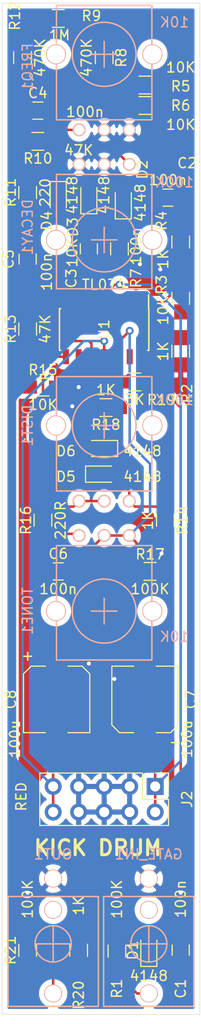
<source format=kicad_pcb>
(kicad_pcb (version 20171130) (host pcbnew "(5.1.6-0)")

  (general
    (thickness 1.6)
    (drawings 5)
    (tracks 183)
    (zones 0)
    (modules 43)
    (nets 28)
  )

  (page A4)
  (layers
    (0 F.Cu signal)
    (31 B.Cu signal)
    (32 B.Adhes user)
    (33 F.Adhes user)
    (34 B.Paste user)
    (35 F.Paste user)
    (36 B.SilkS user)
    (37 F.SilkS user)
    (38 B.Mask user)
    (39 F.Mask user)
    (40 Dwgs.User user)
    (41 Cmts.User user)
    (42 Eco1.User user)
    (43 Eco2.User user)
    (44 Edge.Cuts user)
    (45 Margin user)
    (46 B.CrtYd user)
    (47 F.CrtYd user)
    (48 B.Fab user)
    (49 F.Fab user)
  )

  (setup
    (last_trace_width 0.25)
    (trace_clearance 0.2)
    (zone_clearance 0.508)
    (zone_45_only no)
    (trace_min 0.2)
    (via_size 0.8)
    (via_drill 0.4)
    (via_min_size 0.4)
    (via_min_drill 0.3)
    (uvia_size 0.3)
    (uvia_drill 0.1)
    (uvias_allowed no)
    (uvia_min_size 0.2)
    (uvia_min_drill 0.1)
    (edge_width 0.05)
    (segment_width 0.2)
    (pcb_text_width 0.3)
    (pcb_text_size 1.5 1.5)
    (mod_edge_width 0.12)
    (mod_text_size 1 1)
    (mod_text_width 0.15)
    (pad_size 1.524 1.524)
    (pad_drill 0.762)
    (pad_to_mask_clearance 0.05)
    (aux_axis_origin 0 0)
    (visible_elements FFFFFF7F)
    (pcbplotparams
      (layerselection 0x010fc_ffffffff)
      (usegerberextensions false)
      (usegerberattributes true)
      (usegerberadvancedattributes true)
      (creategerberjobfile true)
      (excludeedgelayer true)
      (linewidth 0.100000)
      (plotframeref false)
      (viasonmask false)
      (mode 1)
      (useauxorigin false)
      (hpglpennumber 1)
      (hpglpenspeed 20)
      (hpglpendiameter 15.000000)
      (psnegative false)
      (psa4output false)
      (plotreference true)
      (plotvalue true)
      (plotinvisibletext true)
      (padsonsilk false)
      (subtractmaskfromsilk false)
      (outputformat 1)
      (mirror false)
      (drillshape 0)
      (scaleselection 1)
      (outputdirectory "KickDrumGerbers/"))
  )

  (net 0 "")
  (net 1 "Net-(C1-Pad1)")
  (net 2 GND)
  (net 3 "Net-(C2-Pad1)")
  (net 4 "Net-(C2-Pad2)")
  (net 5 "Net-(C3-Pad1)")
  (net 6 "Net-(C3-Pad2)")
  (net 7 "Net-(C4-Pad1)")
  (net 8 "Net-(C4-Pad2)")
  (net 9 "Net-(C5-Pad2)")
  (net 10 "Net-(C6-Pad2)")
  (net 11 "Net-(D2-Pad1)")
  (net 12 "Net-(D5-Pad1)")
  (net 13 "Net-(D5-Pad2)")
  (net 14 "Net-(R2-Pad1)")
  (net 15 "Net-(R3-Pad1)")
  (net 16 "Net-(R13-Pad1)")
  (net 17 "Net-(R16-Pad1)")
  (net 18 "Net-(R18-Pad1)")
  (net 19 "Net-(R19-Pad2)")
  (net 20 "Net-(DECAY1-Pad3)")
  (net 21 "Net-(FREQ1-Pad3)")
  (net 22 "Net-(GATE_IN1-Pad3)")
  (net 23 "Net-(GATE_IN1-Pad2)")
  (net 24 "Net-(OUT1-Pad3)")
  (net 25 "Net-(OUT1-Pad2)")
  (net 26 "Net-(C7-Pad1)")
  (net 27 "Net-(C8-Pad2)")

  (net_class Default "This is the default net class."
    (clearance 0.2)
    (trace_width 0.25)
    (via_dia 0.8)
    (via_drill 0.4)
    (uvia_dia 0.3)
    (uvia_drill 0.1)
    (add_net GND)
    (add_net "Net-(C1-Pad1)")
    (add_net "Net-(C2-Pad1)")
    (add_net "Net-(C2-Pad2)")
    (add_net "Net-(C3-Pad1)")
    (add_net "Net-(C3-Pad2)")
    (add_net "Net-(C4-Pad1)")
    (add_net "Net-(C4-Pad2)")
    (add_net "Net-(C5-Pad2)")
    (add_net "Net-(C6-Pad2)")
    (add_net "Net-(C7-Pad1)")
    (add_net "Net-(C8-Pad2)")
    (add_net "Net-(D2-Pad1)")
    (add_net "Net-(D5-Pad1)")
    (add_net "Net-(D5-Pad2)")
    (add_net "Net-(DECAY1-Pad3)")
    (add_net "Net-(FREQ1-Pad3)")
    (add_net "Net-(GATE_IN1-Pad2)")
    (add_net "Net-(GATE_IN1-Pad3)")
    (add_net "Net-(OUT1-Pad2)")
    (add_net "Net-(OUT1-Pad3)")
    (add_net "Net-(R13-Pad1)")
    (add_net "Net-(R16-Pad1)")
    (add_net "Net-(R18-Pad1)")
    (add_net "Net-(R19-Pad2)")
    (add_net "Net-(R2-Pad1)")
    (add_net "Net-(R3-Pad1)")
  )

  (module Eurocad:Alpha9mmPot (layer B.Cu) (tedit 57E3FE8C) (tstamp 638BE0A8)
    (at 121.92 81.28 180)
    (path /638E4276)
    (fp_text reference FREQ1 (at 7.62 -1.27 270) (layer B.SilkS)
      (effects (font (size 1 1) (thickness 0.15)) (justify mirror))
    )
    (fp_text value 10K (at -6.985 3.175) (layer B.SilkS)
      (effects (font (size 1 1) (thickness 0.15)) (justify mirror))
    )
    (fp_line (start -1.27 0) (end 1.27 0) (layer B.SilkS) (width 0.15))
    (fp_line (start 0 1.27) (end 0 -1.27) (layer B.SilkS) (width 0.15))
    (fp_circle (center 0 0) (end 3.175 0) (layer B.SilkS) (width 0.15))
    (fp_line (start -4.75 4.85) (end -4.75 -6.5) (layer B.SilkS) (width 0.15))
    (fp_line (start 4.75 4.85) (end 4.75 -6.5) (layer B.SilkS) (width 0.15))
    (fp_line (start -4.75 -6.5) (end 4.75 -6.5) (layer B.SilkS) (width 0.15))
    (fp_line (start -4.75 4.85) (end 4.75 4.85) (layer B.SilkS) (width 0.15))
    (pad "" thru_hole circle (at 4.8 0 180) (size 2 2) (drill 1.8) (layers *.Cu *.Mask B.SilkS))
    (pad "" thru_hole circle (at -4.8 0 180) (size 2 2) (drill 1.8) (layers *.Cu *.Mask B.SilkS))
    (pad 3 thru_hole circle (at 2.5 -7.5 180) (size 1.3 1.3) (drill 1) (layers *.Cu *.Mask B.SilkS)
      (net 21 "Net-(FREQ1-Pad3)"))
    (pad 2 thru_hole circle (at 0 -7.5 180) (size 1.3 1.3) (drill 1) (layers *.Cu *.Mask B.SilkS)
      (net 2 GND))
    (pad 1 thru_hole circle (at -2.5 -7.5 180) (size 1.3 1.3) (drill 1) (layers *.Cu *.Mask B.SilkS)
      (net 2 GND))
  )

  (module Capacitors_SMD:CP_Elec_6.3x4.5 (layer F.Cu) (tedit 58AA8B18) (tstamp 638C3A5A)
    (at 117.188 145.288 270)
    (descr "SMT capacitor, aluminium electrolytic, 6.3x4.5")
    (path /639D0DF8)
    (attr smd)
    (fp_text reference C8 (at 0 4.56 90) (layer F.SilkS)
      (effects (font (size 1 1) (thickness 0.15)))
    )
    (fp_text value 100u (at 3.937 4.158 90) (layer F.SilkS)
      (effects (font (size 1 1) (thickness 0.15)))
    )
    (fp_line (start 4.7 3.4) (end -4.7 3.4) (layer F.CrtYd) (width 0.05))
    (fp_line (start 4.7 3.4) (end 4.7 -3.4) (layer F.CrtYd) (width 0.05))
    (fp_line (start -4.7 -3.4) (end -4.7 3.4) (layer F.CrtYd) (width 0.05))
    (fp_line (start -4.7 -3.4) (end 4.7 -3.4) (layer F.CrtYd) (width 0.05))
    (fp_line (start -2.54 -3.3) (end 3.3 -3.3) (layer F.SilkS) (width 0.12))
    (fp_line (start -3.3 -2.54) (end -2.54 -3.3) (layer F.SilkS) (width 0.12))
    (fp_line (start -2.54 3.3) (end -3.3 2.54) (layer F.SilkS) (width 0.12))
    (fp_line (start 3.3 3.3) (end -2.54 3.3) (layer F.SilkS) (width 0.12))
    (fp_line (start -3.3 -2.54) (end -3.3 -1.12) (layer F.SilkS) (width 0.12))
    (fp_line (start -3.3 2.54) (end -3.3 1.12) (layer F.SilkS) (width 0.12))
    (fp_line (start 3.3 -3.3) (end 3.3 -1.12) (layer F.SilkS) (width 0.12))
    (fp_line (start 3.3 3.3) (end 3.3 1.12) (layer F.SilkS) (width 0.12))
    (fp_line (start 3.15 -3.15) (end -2.48 -3.15) (layer F.Fab) (width 0.1))
    (fp_line (start -2.48 -3.15) (end -3.15 -2.48) (layer F.Fab) (width 0.1))
    (fp_line (start -3.15 -2.48) (end -3.15 2.48) (layer F.Fab) (width 0.1))
    (fp_line (start -3.15 2.48) (end -2.48 3.15) (layer F.Fab) (width 0.1))
    (fp_line (start -2.48 3.15) (end 3.15 3.15) (layer F.Fab) (width 0.1))
    (fp_line (start 3.15 3.15) (end 3.15 -3.15) (layer F.Fab) (width 0.1))
    (fp_circle (center 0 0) (end 0.9 2.9) (layer F.Fab) (width 0.1))
    (fp_text user + (at -1.73 -0.08 90) (layer F.Fab)
      (effects (font (size 1 1) (thickness 0.15)))
    )
    (fp_text user + (at -4.28 2.96 90) (layer F.SilkS)
      (effects (font (size 1 1) (thickness 0.15)))
    )
    (fp_text user %R (at 0 4.56 90) (layer F.Fab)
      (effects (font (size 1 1) (thickness 0.15)))
    )
    (pad 1 smd rect (at -2.7 0 90) (size 3.5 1.6) (layers F.Cu F.Paste F.Mask)
      (net 2 GND))
    (pad 2 smd rect (at 2.7 0 90) (size 3.5 1.6) (layers F.Cu F.Paste F.Mask)
      (net 27 "Net-(C8-Pad2)"))
    (model Capacitors_SMD.3dshapes/CP_Elec_6.3x4.5.wrl
      (at (xyz 0 0 0))
      (scale (xyz 1 1 1))
      (rotate (xyz 0 0 180))
    )
  )

  (module Capacitors_SMD:CP_Elec_6.3x4.5 (layer F.Cu) (tedit 58AA8B18) (tstamp 638C3A57)
    (at 125.984 145.288 90)
    (descr "SMT capacitor, aluminium electrolytic, 6.3x4.5")
    (path /639CFF08)
    (attr smd)
    (fp_text reference C7 (at 0 4.56 90) (layer F.SilkS)
      (effects (font (size 1 1) (thickness 0.15)))
    )
    (fp_text value 100u (at -3.937 4.191 90) (layer F.SilkS)
      (effects (font (size 1 1) (thickness 0.15)))
    )
    (fp_line (start 4.7 3.4) (end -4.7 3.4) (layer F.CrtYd) (width 0.05))
    (fp_line (start 4.7 3.4) (end 4.7 -3.4) (layer F.CrtYd) (width 0.05))
    (fp_line (start -4.7 -3.4) (end -4.7 3.4) (layer F.CrtYd) (width 0.05))
    (fp_line (start -4.7 -3.4) (end 4.7 -3.4) (layer F.CrtYd) (width 0.05))
    (fp_line (start -2.54 -3.3) (end 3.3 -3.3) (layer F.SilkS) (width 0.12))
    (fp_line (start -3.3 -2.54) (end -2.54 -3.3) (layer F.SilkS) (width 0.12))
    (fp_line (start -2.54 3.3) (end -3.3 2.54) (layer F.SilkS) (width 0.12))
    (fp_line (start 3.3 3.3) (end -2.54 3.3) (layer F.SilkS) (width 0.12))
    (fp_line (start -3.3 -2.54) (end -3.3 -1.12) (layer F.SilkS) (width 0.12))
    (fp_line (start -3.3 2.54) (end -3.3 1.12) (layer F.SilkS) (width 0.12))
    (fp_line (start 3.3 -3.3) (end 3.3 -1.12) (layer F.SilkS) (width 0.12))
    (fp_line (start 3.3 3.3) (end 3.3 1.12) (layer F.SilkS) (width 0.12))
    (fp_line (start 3.15 -3.15) (end -2.48 -3.15) (layer F.Fab) (width 0.1))
    (fp_line (start -2.48 -3.15) (end -3.15 -2.48) (layer F.Fab) (width 0.1))
    (fp_line (start -3.15 -2.48) (end -3.15 2.48) (layer F.Fab) (width 0.1))
    (fp_line (start -3.15 2.48) (end -2.48 3.15) (layer F.Fab) (width 0.1))
    (fp_line (start -2.48 3.15) (end 3.15 3.15) (layer F.Fab) (width 0.1))
    (fp_line (start 3.15 3.15) (end 3.15 -3.15) (layer F.Fab) (width 0.1))
    (fp_circle (center 0 0) (end 0.9 2.9) (layer F.Fab) (width 0.1))
    (fp_text user + (at -1.73 -0.08 90) (layer F.Fab)
      (effects (font (size 1 1) (thickness 0.15)))
    )
    (fp_text user + (at -4.28 2.96 90) (layer F.SilkS)
      (effects (font (size 1 1) (thickness 0.15)))
    )
    (fp_text user %R (at 0 4.56 90) (layer F.Fab)
      (effects (font (size 1 1) (thickness 0.15)))
    )
    (pad 1 smd rect (at -2.7 0 270) (size 3.5 1.6) (layers F.Cu F.Paste F.Mask)
      (net 26 "Net-(C7-Pad1)"))
    (pad 2 smd rect (at 2.7 0 270) (size 3.5 1.6) (layers F.Cu F.Paste F.Mask)
      (net 2 GND))
    (model Capacitors_SMD.3dshapes/CP_Elec_6.3x4.5.wrl
      (at (xyz 0 0 0))
      (scale (xyz 1 1 1))
      (rotate (xyz 0 0 180))
    )
  )

  (module Housings_SOIC:SOIC-14_3.9x8.7mm_Pitch1.27mm (layer F.Cu) (tedit 58CC8F64) (tstamp 638BE0CB)
    (at 121.92 108.585 270)
    (descr "14-Lead Plastic Small Outline (SL) - Narrow, 3.90 mm Body [SOIC] (see Microchip Packaging Specification 00000049BS.pdf)")
    (tags "SOIC 1.27")
    (path /638C4182)
    (attr smd)
    (fp_text reference U1 (at 0 0 90) (layer F.SilkS)
      (effects (font (size 1 1) (thickness 0.15)))
    )
    (fp_text value TL074 (at -4.445 0 180) (layer F.SilkS)
      (effects (font (size 1 1) (thickness 0.15)))
    )
    (fp_line (start -2.075 -4.425) (end -3.45 -4.425) (layer F.SilkS) (width 0.15))
    (fp_line (start -2.075 4.45) (end 2.075 4.45) (layer F.SilkS) (width 0.15))
    (fp_line (start -2.075 -4.45) (end 2.075 -4.45) (layer F.SilkS) (width 0.15))
    (fp_line (start -2.075 4.45) (end -2.075 4.335) (layer F.SilkS) (width 0.15))
    (fp_line (start 2.075 4.45) (end 2.075 4.335) (layer F.SilkS) (width 0.15))
    (fp_line (start 2.075 -4.45) (end 2.075 -4.335) (layer F.SilkS) (width 0.15))
    (fp_line (start -2.075 -4.45) (end -2.075 -4.425) (layer F.SilkS) (width 0.15))
    (fp_line (start -3.7 4.65) (end 3.7 4.65) (layer F.CrtYd) (width 0.05))
    (fp_line (start -3.7 -4.65) (end 3.7 -4.65) (layer F.CrtYd) (width 0.05))
    (fp_line (start 3.7 -4.65) (end 3.7 4.65) (layer F.CrtYd) (width 0.05))
    (fp_line (start -3.7 -4.65) (end -3.7 4.65) (layer F.CrtYd) (width 0.05))
    (fp_line (start -1.95 -3.35) (end -0.95 -4.35) (layer F.Fab) (width 0.15))
    (fp_line (start -1.95 4.35) (end -1.95 -3.35) (layer F.Fab) (width 0.15))
    (fp_line (start 1.95 4.35) (end -1.95 4.35) (layer F.Fab) (width 0.15))
    (fp_line (start 1.95 -4.35) (end 1.95 4.35) (layer F.Fab) (width 0.15))
    (fp_line (start -0.95 -4.35) (end 1.95 -4.35) (layer F.Fab) (width 0.15))
    (fp_text user %R (at 0 0 90) (layer F.Fab)
      (effects (font (size 0.9 0.9) (thickness 0.135)))
    )
    (pad 1 smd rect (at -2.7 -3.81 270) (size 1.5 0.6) (layers F.Cu F.Paste F.Mask)
      (net 15 "Net-(R3-Pad1)"))
    (pad 2 smd rect (at -2.7 -2.54 270) (size 1.5 0.6) (layers F.Cu F.Paste F.Mask)
      (net 14 "Net-(R2-Pad1)"))
    (pad 3 smd rect (at -2.7 -1.27 270) (size 1.5 0.6) (layers F.Cu F.Paste F.Mask)
      (net 1 "Net-(C1-Pad1)"))
    (pad 4 smd rect (at -2.7 0 270) (size 1.5 0.6) (layers F.Cu F.Paste F.Mask)
      (net 26 "Net-(C7-Pad1)"))
    (pad 5 smd rect (at -2.7 1.27 270) (size 1.5 0.6) (layers F.Cu F.Paste F.Mask)
      (net 11 "Net-(D2-Pad1)"))
    (pad 6 smd rect (at -2.7 2.54 270) (size 1.5 0.6) (layers F.Cu F.Paste F.Mask)
      (net 5 "Net-(C3-Pad1)"))
    (pad 7 smd rect (at -2.7 3.81 270) (size 1.5 0.6) (layers F.Cu F.Paste F.Mask)
      (net 9 "Net-(C5-Pad2)"))
    (pad 8 smd rect (at 2.7 3.81 270) (size 1.5 0.6) (layers F.Cu F.Paste F.Mask)
      (net 12 "Net-(D5-Pad1)"))
    (pad 9 smd rect (at 2.7 2.54 270) (size 1.5 0.6) (layers F.Cu F.Paste F.Mask)
      (net 13 "Net-(D5-Pad2)"))
    (pad 10 smd rect (at 2.7 1.27 270) (size 1.5 0.6) (layers F.Cu F.Paste F.Mask)
      (net 16 "Net-(R13-Pad1)"))
    (pad 11 smd rect (at 2.7 0 270) (size 1.5 0.6) (layers F.Cu F.Paste F.Mask)
      (net 27 "Net-(C8-Pad2)"))
    (pad 12 smd rect (at 2.7 -1.27 270) (size 1.5 0.6) (layers F.Cu F.Paste F.Mask)
      (net 10 "Net-(C6-Pad2)"))
    (pad 13 smd rect (at 2.7 -2.54 270) (size 1.5 0.6) (layers F.Cu F.Paste F.Mask)
      (net 18 "Net-(R18-Pad1)"))
    (pad 14 smd rect (at 2.7 -3.81 270) (size 1.5 0.6) (layers F.Cu F.Paste F.Mask)
      (net 19 "Net-(R19-Pad2)"))
    (model ${KISYS3DMOD}/Housings_SOIC.3dshapes/SOIC-14_3.9x8.7mm_Pitch1.27mm.wrl
      (at (xyz 0 0 0))
      (scale (xyz 1 1 1))
      (rotate (xyz 0 0 0))
    )
  )

  (module Eurocad:Alpha9mmPot (layer B.Cu) (tedit 57E3FE8C) (tstamp 638BE0C8)
    (at 121.92 136.525)
    (path /6390C416)
    (fp_text reference TONE1 (at -7.62 0 90) (layer B.SilkS)
      (effects (font (size 1 1) (thickness 0.15)) (justify mirror))
    )
    (fp_text value 10K (at 6.985 2.54) (layer B.SilkS)
      (effects (font (size 1 1) (thickness 0.15)) (justify mirror))
    )
    (fp_line (start -1.27 0) (end 1.27 0) (layer B.SilkS) (width 0.15))
    (fp_line (start 0 1.27) (end 0 -1.27) (layer B.SilkS) (width 0.15))
    (fp_circle (center 0 0) (end 3.175 0) (layer B.SilkS) (width 0.15))
    (fp_line (start -4.75 4.85) (end -4.75 -6.5) (layer B.SilkS) (width 0.15))
    (fp_line (start 4.75 4.85) (end 4.75 -6.5) (layer B.SilkS) (width 0.15))
    (fp_line (start -4.75 -6.5) (end 4.75 -6.5) (layer B.SilkS) (width 0.15))
    (fp_line (start -4.75 4.85) (end 4.75 4.85) (layer B.SilkS) (width 0.15))
    (pad "" thru_hole circle (at 4.8 0) (size 2 2) (drill 1.8) (layers *.Cu *.Mask B.SilkS))
    (pad "" thru_hole circle (at -4.8 0) (size 2 2) (drill 1.8) (layers *.Cu *.Mask B.SilkS))
    (pad 3 thru_hole circle (at 2.5 -7.5) (size 1.3 1.3) (drill 1) (layers *.Cu *.Mask B.SilkS)
      (net 10 "Net-(C6-Pad2)"))
    (pad 2 thru_hole circle (at 0 -7.5) (size 1.3 1.3) (drill 1) (layers *.Cu *.Mask B.SilkS)
      (net 10 "Net-(C6-Pad2)"))
    (pad 1 thru_hole circle (at -2.5 -7.5) (size 1.3 1.3) (drill 1) (layers *.Cu *.Mask B.SilkS)
      (net 17 "Net-(R16-Pad1)"))
  )

  (module Eurocad:Alpha9mmPot (layer B.Cu) (tedit 57E3FE8C) (tstamp 638BE0B8)
    (at 121.92 118.11 180)
    (path /638FC897)
    (fp_text reference DIST1 (at 7.62 0 90) (layer B.SilkS)
      (effects (font (size 1 1) (thickness 0.15)) (justify mirror))
    )
    (fp_text value 100K (at -6.985 2.54) (layer B.SilkS)
      (effects (font (size 1 1) (thickness 0.15)) (justify mirror))
    )
    (fp_line (start -1.27 0) (end 1.27 0) (layer B.SilkS) (width 0.15))
    (fp_line (start 0 1.27) (end 0 -1.27) (layer B.SilkS) (width 0.15))
    (fp_circle (center 0 0) (end 3.175 0) (layer B.SilkS) (width 0.15))
    (fp_line (start -4.75 4.85) (end -4.75 -6.5) (layer B.SilkS) (width 0.15))
    (fp_line (start 4.75 4.85) (end 4.75 -6.5) (layer B.SilkS) (width 0.15))
    (fp_line (start -4.75 -6.5) (end 4.75 -6.5) (layer B.SilkS) (width 0.15))
    (fp_line (start -4.75 4.85) (end 4.75 4.85) (layer B.SilkS) (width 0.15))
    (pad "" thru_hole circle (at 4.8 0 180) (size 2 2) (drill 1.8) (layers *.Cu *.Mask B.SilkS))
    (pad "" thru_hole circle (at -4.8 0 180) (size 2 2) (drill 1.8) (layers *.Cu *.Mask B.SilkS))
    (pad 3 thru_hole circle (at 2.5 -7.5 180) (size 1.3 1.3) (drill 1) (layers *.Cu *.Mask B.SilkS)
      (net 12 "Net-(D5-Pad1)"))
    (pad 2 thru_hole circle (at 0 -7.5 180) (size 1.3 1.3) (drill 1) (layers *.Cu *.Mask B.SilkS)
      (net 12 "Net-(D5-Pad1)"))
    (pad 1 thru_hole circle (at -2.5 -7.5 180) (size 1.3 1.3) (drill 1) (layers *.Cu *.Mask B.SilkS)
      (net 13 "Net-(D5-Pad2)"))
  )

  (module Eurocad:Alpha9mmPot (layer B.Cu) (tedit 57E3FE8C) (tstamp 638BE098)
    (at 121.92 99.695)
    (path /638ED034)
    (fp_text reference DECAY1 (at -7.62 -1.27 90) (layer B.SilkS)
      (effects (font (size 1 1) (thickness 0.15)) (justify mirror))
    )
    (fp_text value 100K (at 6.985 -5.715) (layer B.SilkS)
      (effects (font (size 1 1) (thickness 0.15)) (justify mirror))
    )
    (fp_line (start -1.27 0) (end 1.27 0) (layer B.SilkS) (width 0.15))
    (fp_line (start 0 1.27) (end 0 -1.27) (layer B.SilkS) (width 0.15))
    (fp_circle (center 0 0) (end 3.175 0) (layer B.SilkS) (width 0.15))
    (fp_line (start -4.75 4.85) (end -4.75 -6.5) (layer B.SilkS) (width 0.15))
    (fp_line (start 4.75 4.85) (end 4.75 -6.5) (layer B.SilkS) (width 0.15))
    (fp_line (start -4.75 -6.5) (end 4.75 -6.5) (layer B.SilkS) (width 0.15))
    (fp_line (start -4.75 4.85) (end 4.75 4.85) (layer B.SilkS) (width 0.15))
    (pad "" thru_hole circle (at 4.8 0) (size 2 2) (drill 1.8) (layers *.Cu *.Mask B.SilkS))
    (pad "" thru_hole circle (at -4.8 0) (size 2 2) (drill 1.8) (layers *.Cu *.Mask B.SilkS))
    (pad 3 thru_hole circle (at 2.5 -7.5) (size 1.3 1.3) (drill 1) (layers *.Cu *.Mask B.SilkS)
      (net 20 "Net-(DECAY1-Pad3)"))
    (pad 2 thru_hole circle (at 0 -7.5) (size 1.3 1.3) (drill 1) (layers *.Cu *.Mask B.SilkS)
      (net 2 GND))
    (pad 1 thru_hole circle (at -2.5 -7.5) (size 1.3 1.3) (drill 1) (layers *.Cu *.Mask B.SilkS)
      (net 2 GND))
  )

  (module Resistors_SMD:R_0805_HandSoldering (layer F.Cu) (tedit 58E0A804) (tstamp 638BE088)
    (at 114.3 170.18 90)
    (descr "Resistor SMD 0805, hand soldering")
    (tags "resistor 0805")
    (path /639221BF)
    (attr smd)
    (fp_text reference R21 (at 0 -1.7 90) (layer F.SilkS)
      (effects (font (size 1 1) (thickness 0.15)))
    )
    (fp_text value 100K (at 5.08 0 90) (layer F.SilkS)
      (effects (font (size 1 1) (thickness 0.15)))
    )
    (fp_line (start 2.35 0.9) (end -2.35 0.9) (layer F.CrtYd) (width 0.05))
    (fp_line (start 2.35 0.9) (end 2.35 -0.9) (layer F.CrtYd) (width 0.05))
    (fp_line (start -2.35 -0.9) (end -2.35 0.9) (layer F.CrtYd) (width 0.05))
    (fp_line (start -2.35 -0.9) (end 2.35 -0.9) (layer F.CrtYd) (width 0.05))
    (fp_line (start -0.6 -0.88) (end 0.6 -0.88) (layer F.SilkS) (width 0.12))
    (fp_line (start 0.6 0.88) (end -0.6 0.88) (layer F.SilkS) (width 0.12))
    (fp_line (start -1 -0.62) (end 1 -0.62) (layer F.Fab) (width 0.1))
    (fp_line (start 1 -0.62) (end 1 0.62) (layer F.Fab) (width 0.1))
    (fp_line (start 1 0.62) (end -1 0.62) (layer F.Fab) (width 0.1))
    (fp_line (start -1 0.62) (end -1 -0.62) (layer F.Fab) (width 0.1))
    (fp_text user %R (at 0 0 90) (layer F.Fab)
      (effects (font (size 0.5 0.5) (thickness 0.075)))
    )
    (pad 1 smd rect (at -1.35 0 90) (size 1.5 1.3) (layers F.Cu F.Paste F.Mask)
      (net 24 "Net-(OUT1-Pad3)"))
    (pad 2 smd rect (at 1.35 0 90) (size 1.5 1.3) (layers F.Cu F.Paste F.Mask)
      (net 2 GND))
    (model ${KISYS3DMOD}/Resistors_SMD.3dshapes/R_0805.wrl
      (at (xyz 0 0 0))
      (scale (xyz 1 1 1))
      (rotate (xyz 0 0 0))
    )
  )

  (module Resistors_SMD:R_0805_HandSoldering (layer F.Cu) (tedit 58E0A804) (tstamp 638BE085)
    (at 119.38 170.18 270)
    (descr "Resistor SMD 0805, hand soldering")
    (tags "resistor 0805")
    (path /6391C52A)
    (attr smd)
    (fp_text reference R20 (at 4.445 0 90) (layer F.SilkS)
      (effects (font (size 1 1) (thickness 0.15)))
    )
    (fp_text value 1K (at -4.445 0 90) (layer F.SilkS)
      (effects (font (size 1 1) (thickness 0.15)))
    )
    (fp_line (start 2.35 0.9) (end -2.35 0.9) (layer F.CrtYd) (width 0.05))
    (fp_line (start 2.35 0.9) (end 2.35 -0.9) (layer F.CrtYd) (width 0.05))
    (fp_line (start -2.35 -0.9) (end -2.35 0.9) (layer F.CrtYd) (width 0.05))
    (fp_line (start -2.35 -0.9) (end 2.35 -0.9) (layer F.CrtYd) (width 0.05))
    (fp_line (start -0.6 -0.88) (end 0.6 -0.88) (layer F.SilkS) (width 0.12))
    (fp_line (start 0.6 0.88) (end -0.6 0.88) (layer F.SilkS) (width 0.12))
    (fp_line (start -1 -0.62) (end 1 -0.62) (layer F.Fab) (width 0.1))
    (fp_line (start 1 -0.62) (end 1 0.62) (layer F.Fab) (width 0.1))
    (fp_line (start 1 0.62) (end -1 0.62) (layer F.Fab) (width 0.1))
    (fp_line (start -1 0.62) (end -1 -0.62) (layer F.Fab) (width 0.1))
    (fp_text user %R (at 0 0 90) (layer F.Fab)
      (effects (font (size 0.5 0.5) (thickness 0.075)))
    )
    (pad 1 smd rect (at -1.35 0 270) (size 1.5 1.3) (layers F.Cu F.Paste F.Mask)
      (net 19 "Net-(R19-Pad2)"))
    (pad 2 smd rect (at 1.35 0 270) (size 1.5 1.3) (layers F.Cu F.Paste F.Mask)
      (net 24 "Net-(OUT1-Pad3)"))
    (model ${KISYS3DMOD}/Resistors_SMD.3dshapes/R_0805.wrl
      (at (xyz 0 0 0))
      (scale (xyz 1 1 1))
      (rotate (xyz 0 0 0))
    )
  )

  (module Resistors_SMD:R_0805_HandSoldering (layer F.Cu) (tedit 58E0A804) (tstamp 638BE082)
    (at 124.968 113.792)
    (descr "Resistor SMD 0805, hand soldering")
    (tags "resistor 0805")
    (path /63917F16)
    (attr smd)
    (fp_text reference R19 (at 2.667 1.778) (layer F.SilkS)
      (effects (font (size 1 1) (thickness 0.15)))
    )
    (fp_text value 3K (at 0 1.75) (layer F.SilkS)
      (effects (font (size 1 1) (thickness 0.15)))
    )
    (fp_line (start 2.35 0.9) (end -2.35 0.9) (layer F.CrtYd) (width 0.05))
    (fp_line (start 2.35 0.9) (end 2.35 -0.9) (layer F.CrtYd) (width 0.05))
    (fp_line (start -2.35 -0.9) (end -2.35 0.9) (layer F.CrtYd) (width 0.05))
    (fp_line (start -2.35 -0.9) (end 2.35 -0.9) (layer F.CrtYd) (width 0.05))
    (fp_line (start -0.6 -0.88) (end 0.6 -0.88) (layer F.SilkS) (width 0.12))
    (fp_line (start 0.6 0.88) (end -0.6 0.88) (layer F.SilkS) (width 0.12))
    (fp_line (start -1 -0.62) (end 1 -0.62) (layer F.Fab) (width 0.1))
    (fp_line (start 1 -0.62) (end 1 0.62) (layer F.Fab) (width 0.1))
    (fp_line (start 1 0.62) (end -1 0.62) (layer F.Fab) (width 0.1))
    (fp_line (start -1 0.62) (end -1 -0.62) (layer F.Fab) (width 0.1))
    (fp_text user %R (at 0 0) (layer F.Fab)
      (effects (font (size 0.5 0.5) (thickness 0.075)))
    )
    (pad 1 smd rect (at -1.35 0) (size 1.5 1.3) (layers F.Cu F.Paste F.Mask)
      (net 18 "Net-(R18-Pad1)"))
    (pad 2 smd rect (at 1.35 0) (size 1.5 1.3) (layers F.Cu F.Paste F.Mask)
      (net 19 "Net-(R19-Pad2)"))
    (model ${KISYS3DMOD}/Resistors_SMD.3dshapes/R_0805.wrl
      (at (xyz 0 0 0))
      (scale (xyz 1 1 1))
      (rotate (xyz 0 0 0))
    )
  )

  (module Resistors_SMD:R_0805_HandSoldering (layer F.Cu) (tedit 58E0A804) (tstamp 638BE07F)
    (at 122.094 116.332 180)
    (descr "Resistor SMD 0805, hand soldering")
    (tags "resistor 0805")
    (path /63916F7C)
    (attr smd)
    (fp_text reference R18 (at 0 -1.7) (layer F.SilkS)
      (effects (font (size 1 1) (thickness 0.15)))
    )
    (fp_text value 1K (at 0 1.75) (layer F.SilkS)
      (effects (font (size 1 1) (thickness 0.15)))
    )
    (fp_line (start 2.35 0.9) (end -2.35 0.9) (layer F.CrtYd) (width 0.05))
    (fp_line (start 2.35 0.9) (end 2.35 -0.9) (layer F.CrtYd) (width 0.05))
    (fp_line (start -2.35 -0.9) (end -2.35 0.9) (layer F.CrtYd) (width 0.05))
    (fp_line (start -2.35 -0.9) (end 2.35 -0.9) (layer F.CrtYd) (width 0.05))
    (fp_line (start -0.6 -0.88) (end 0.6 -0.88) (layer F.SilkS) (width 0.12))
    (fp_line (start 0.6 0.88) (end -0.6 0.88) (layer F.SilkS) (width 0.12))
    (fp_line (start -1 -0.62) (end 1 -0.62) (layer F.Fab) (width 0.1))
    (fp_line (start 1 -0.62) (end 1 0.62) (layer F.Fab) (width 0.1))
    (fp_line (start 1 0.62) (end -1 0.62) (layer F.Fab) (width 0.1))
    (fp_line (start -1 0.62) (end -1 -0.62) (layer F.Fab) (width 0.1))
    (fp_text user %R (at 0 0) (layer F.Fab)
      (effects (font (size 0.5 0.5) (thickness 0.075)))
    )
    (pad 1 smd rect (at -1.35 0 180) (size 1.5 1.3) (layers F.Cu F.Paste F.Mask)
      (net 18 "Net-(R18-Pad1)"))
    (pad 2 smd rect (at 1.35 0 180) (size 1.5 1.3) (layers F.Cu F.Paste F.Mask)
      (net 2 GND))
    (model ${KISYS3DMOD}/Resistors_SMD.3dshapes/R_0805.wrl
      (at (xyz 0 0 0))
      (scale (xyz 1 1 1))
      (rotate (xyz 0 0 0))
    )
  )

  (module Resistors_SMD:R_0805_HandSoldering (layer F.Cu) (tedit 58E0A804) (tstamp 638BE07C)
    (at 126.492 132.588)
    (descr "Resistor SMD 0805, hand soldering")
    (tags "resistor 0805")
    (path /6391198E)
    (attr smd)
    (fp_text reference R17 (at 0 -1.7) (layer F.SilkS)
      (effects (font (size 1 1) (thickness 0.15)))
    )
    (fp_text value 100K (at 0 1.75) (layer F.SilkS)
      (effects (font (size 1 1) (thickness 0.15)))
    )
    (fp_line (start 2.35 0.9) (end -2.35 0.9) (layer F.CrtYd) (width 0.05))
    (fp_line (start 2.35 0.9) (end 2.35 -0.9) (layer F.CrtYd) (width 0.05))
    (fp_line (start -2.35 -0.9) (end -2.35 0.9) (layer F.CrtYd) (width 0.05))
    (fp_line (start -2.35 -0.9) (end 2.35 -0.9) (layer F.CrtYd) (width 0.05))
    (fp_line (start -0.6 -0.88) (end 0.6 -0.88) (layer F.SilkS) (width 0.12))
    (fp_line (start 0.6 0.88) (end -0.6 0.88) (layer F.SilkS) (width 0.12))
    (fp_line (start -1 -0.62) (end 1 -0.62) (layer F.Fab) (width 0.1))
    (fp_line (start 1 -0.62) (end 1 0.62) (layer F.Fab) (width 0.1))
    (fp_line (start 1 0.62) (end -1 0.62) (layer F.Fab) (width 0.1))
    (fp_line (start -1 0.62) (end -1 -0.62) (layer F.Fab) (width 0.1))
    (fp_text user %R (at 0 0) (layer F.Fab)
      (effects (font (size 0.5 0.5) (thickness 0.075)))
    )
    (pad 1 smd rect (at -1.35 0) (size 1.5 1.3) (layers F.Cu F.Paste F.Mask)
      (net 10 "Net-(C6-Pad2)"))
    (pad 2 smd rect (at 1.35 0) (size 1.5 1.3) (layers F.Cu F.Paste F.Mask)
      (net 2 GND))
    (model ${KISYS3DMOD}/Resistors_SMD.3dshapes/R_0805.wrl
      (at (xyz 0 0 0))
      (scale (xyz 1 1 1))
      (rotate (xyz 0 0 0))
    )
  )

  (module Resistors_SMD:R_0805_HandSoldering (layer F.Cu) (tedit 58E0A804) (tstamp 638BE079)
    (at 115.824 127.508 90)
    (descr "Resistor SMD 0805, hand soldering")
    (tags "resistor 0805")
    (path /6390ACC2)
    (attr smd)
    (fp_text reference R16 (at 0 -1.7 90) (layer F.SilkS)
      (effects (font (size 1 1) (thickness 0.15)))
    )
    (fp_text value 220R (at 0 1.75 90) (layer F.SilkS)
      (effects (font (size 1 1) (thickness 0.15)))
    )
    (fp_line (start 2.35 0.9) (end -2.35 0.9) (layer F.CrtYd) (width 0.05))
    (fp_line (start 2.35 0.9) (end 2.35 -0.9) (layer F.CrtYd) (width 0.05))
    (fp_line (start -2.35 -0.9) (end -2.35 0.9) (layer F.CrtYd) (width 0.05))
    (fp_line (start -2.35 -0.9) (end 2.35 -0.9) (layer F.CrtYd) (width 0.05))
    (fp_line (start -0.6 -0.88) (end 0.6 -0.88) (layer F.SilkS) (width 0.12))
    (fp_line (start 0.6 0.88) (end -0.6 0.88) (layer F.SilkS) (width 0.12))
    (fp_line (start -1 -0.62) (end 1 -0.62) (layer F.Fab) (width 0.1))
    (fp_line (start 1 -0.62) (end 1 0.62) (layer F.Fab) (width 0.1))
    (fp_line (start 1 0.62) (end -1 0.62) (layer F.Fab) (width 0.1))
    (fp_line (start -1 0.62) (end -1 -0.62) (layer F.Fab) (width 0.1))
    (fp_text user %R (at 0 0 90) (layer F.Fab)
      (effects (font (size 0.5 0.5) (thickness 0.075)))
    )
    (pad 1 smd rect (at -1.35 0 90) (size 1.5 1.3) (layers F.Cu F.Paste F.Mask)
      (net 17 "Net-(R16-Pad1)"))
    (pad 2 smd rect (at 1.35 0 90) (size 1.5 1.3) (layers F.Cu F.Paste F.Mask)
      (net 12 "Net-(D5-Pad1)"))
    (model ${KISYS3DMOD}/Resistors_SMD.3dshapes/R_0805.wrl
      (at (xyz 0 0 0))
      (scale (xyz 1 1 1))
      (rotate (xyz 0 0 0))
    )
  )

  (module Resistors_SMD:R_0805_HandSoldering (layer F.Cu) (tedit 58E0A804) (tstamp 638BE076)
    (at 115.824 114.3)
    (descr "Resistor SMD 0805, hand soldering")
    (tags "resistor 0805")
    (path /638F4FCF)
    (attr smd)
    (fp_text reference R15 (at 0 -1.7) (layer F.SilkS)
      (effects (font (size 1 1) (thickness 0.15)))
    )
    (fp_text value 10K (at 0 1.75) (layer F.SilkS)
      (effects (font (size 1 1) (thickness 0.15)))
    )
    (fp_line (start 2.35 0.9) (end -2.35 0.9) (layer F.CrtYd) (width 0.05))
    (fp_line (start 2.35 0.9) (end 2.35 -0.9) (layer F.CrtYd) (width 0.05))
    (fp_line (start -2.35 -0.9) (end -2.35 0.9) (layer F.CrtYd) (width 0.05))
    (fp_line (start -2.35 -0.9) (end 2.35 -0.9) (layer F.CrtYd) (width 0.05))
    (fp_line (start -0.6 -0.88) (end 0.6 -0.88) (layer F.SilkS) (width 0.12))
    (fp_line (start 0.6 0.88) (end -0.6 0.88) (layer F.SilkS) (width 0.12))
    (fp_line (start -1 -0.62) (end 1 -0.62) (layer F.Fab) (width 0.1))
    (fp_line (start 1 -0.62) (end 1 0.62) (layer F.Fab) (width 0.1))
    (fp_line (start 1 0.62) (end -1 0.62) (layer F.Fab) (width 0.1))
    (fp_line (start -1 0.62) (end -1 -0.62) (layer F.Fab) (width 0.1))
    (fp_text user %R (at 0 0) (layer F.Fab)
      (effects (font (size 0.5 0.5) (thickness 0.075)))
    )
    (pad 1 smd rect (at -1.35 0) (size 1.5 1.3) (layers F.Cu F.Paste F.Mask)
      (net 16 "Net-(R13-Pad1)"))
    (pad 2 smd rect (at 1.35 0) (size 1.5 1.3) (layers F.Cu F.Paste F.Mask)
      (net 2 GND))
    (model ${KISYS3DMOD}/Resistors_SMD.3dshapes/R_0805.wrl
      (at (xyz 0 0 0))
      (scale (xyz 1 1 1))
      (rotate (xyz 0 0 0))
    )
  )

  (module Resistors_SMD:R_0805_HandSoldering (layer F.Cu) (tedit 58E0A804) (tstamp 638BE073)
    (at 128.016 127.508 270)
    (descr "Resistor SMD 0805, hand soldering")
    (tags "resistor 0805")
    (path /63904C1C)
    (attr smd)
    (fp_text reference R14 (at 0 -1.7 90) (layer F.SilkS)
      (effects (font (size 1 1) (thickness 0.15)))
    )
    (fp_text value 1K (at 0 1.75 90) (layer F.SilkS)
      (effects (font (size 1 1) (thickness 0.15)))
    )
    (fp_line (start 2.35 0.9) (end -2.35 0.9) (layer F.CrtYd) (width 0.05))
    (fp_line (start 2.35 0.9) (end 2.35 -0.9) (layer F.CrtYd) (width 0.05))
    (fp_line (start -2.35 -0.9) (end -2.35 0.9) (layer F.CrtYd) (width 0.05))
    (fp_line (start -2.35 -0.9) (end 2.35 -0.9) (layer F.CrtYd) (width 0.05))
    (fp_line (start -0.6 -0.88) (end 0.6 -0.88) (layer F.SilkS) (width 0.12))
    (fp_line (start 0.6 0.88) (end -0.6 0.88) (layer F.SilkS) (width 0.12))
    (fp_line (start -1 -0.62) (end 1 -0.62) (layer F.Fab) (width 0.1))
    (fp_line (start 1 -0.62) (end 1 0.62) (layer F.Fab) (width 0.1))
    (fp_line (start 1 0.62) (end -1 0.62) (layer F.Fab) (width 0.1))
    (fp_line (start -1 0.62) (end -1 -0.62) (layer F.Fab) (width 0.1))
    (fp_text user %R (at 0 0 90) (layer F.Fab)
      (effects (font (size 0.5 0.5) (thickness 0.075)))
    )
    (pad 1 smd rect (at -1.35 0 270) (size 1.5 1.3) (layers F.Cu F.Paste F.Mask)
      (net 13 "Net-(D5-Pad2)"))
    (pad 2 smd rect (at 1.35 0 270) (size 1.5 1.3) (layers F.Cu F.Paste F.Mask)
      (net 2 GND))
    (model ${KISYS3DMOD}/Resistors_SMD.3dshapes/R_0805.wrl
      (at (xyz 0 0 0))
      (scale (xyz 1 1 1))
      (rotate (xyz 0 0 0))
    )
  )

  (module Resistors_SMD:R_0805_HandSoldering (layer F.Cu) (tedit 58E0A804) (tstamp 638BE070)
    (at 114.3 108.538 90)
    (descr "Resistor SMD 0805, hand soldering")
    (tags "resistor 0805")
    (path /638F40DF)
    (attr smd)
    (fp_text reference R13 (at 0 -1.7 90) (layer F.SilkS)
      (effects (font (size 1 1) (thickness 0.15)))
    )
    (fp_text value 47K (at 0 1.75 90) (layer F.SilkS)
      (effects (font (size 1 1) (thickness 0.15)))
    )
    (fp_line (start 2.35 0.9) (end -2.35 0.9) (layer F.CrtYd) (width 0.05))
    (fp_line (start 2.35 0.9) (end 2.35 -0.9) (layer F.CrtYd) (width 0.05))
    (fp_line (start -2.35 -0.9) (end -2.35 0.9) (layer F.CrtYd) (width 0.05))
    (fp_line (start -2.35 -0.9) (end 2.35 -0.9) (layer F.CrtYd) (width 0.05))
    (fp_line (start -0.6 -0.88) (end 0.6 -0.88) (layer F.SilkS) (width 0.12))
    (fp_line (start 0.6 0.88) (end -0.6 0.88) (layer F.SilkS) (width 0.12))
    (fp_line (start -1 -0.62) (end 1 -0.62) (layer F.Fab) (width 0.1))
    (fp_line (start 1 -0.62) (end 1 0.62) (layer F.Fab) (width 0.1))
    (fp_line (start 1 0.62) (end -1 0.62) (layer F.Fab) (width 0.1))
    (fp_line (start -1 0.62) (end -1 -0.62) (layer F.Fab) (width 0.1))
    (fp_text user %R (at 0 0 90) (layer F.Fab)
      (effects (font (size 0.5 0.5) (thickness 0.075)))
    )
    (pad 1 smd rect (at -1.35 0 90) (size 1.5 1.3) (layers F.Cu F.Paste F.Mask)
      (net 16 "Net-(R13-Pad1)"))
    (pad 2 smd rect (at 1.35 0 90) (size 1.5 1.3) (layers F.Cu F.Paste F.Mask)
      (net 9 "Net-(C5-Pad2)"))
    (model ${KISYS3DMOD}/Resistors_SMD.3dshapes/R_0805.wrl
      (at (xyz 0 0 0))
      (scale (xyz 1 1 1))
      (rotate (xyz 0 0 0))
    )
  )

  (module Resistors_SMD:R_0805_HandSoldering (layer F.Cu) (tedit 58E0A804) (tstamp 638BE06D)
    (at 113.792 81.614 90)
    (descr "Resistor SMD 0805, hand soldering")
    (tags "resistor 0805")
    (path /638E8D2D)
    (attr smd)
    (fp_text reference R12 (at 4.144 -0.762 270) (layer F.SilkS)
      (effects (font (size 1 1) (thickness 0.15)))
    )
    (fp_text value 470K (at 0 1.75 90) (layer F.SilkS)
      (effects (font (size 1 1) (thickness 0.15)))
    )
    (fp_line (start 2.35 0.9) (end -2.35 0.9) (layer F.CrtYd) (width 0.05))
    (fp_line (start 2.35 0.9) (end 2.35 -0.9) (layer F.CrtYd) (width 0.05))
    (fp_line (start -2.35 -0.9) (end -2.35 0.9) (layer F.CrtYd) (width 0.05))
    (fp_line (start -2.35 -0.9) (end 2.35 -0.9) (layer F.CrtYd) (width 0.05))
    (fp_line (start -0.6 -0.88) (end 0.6 -0.88) (layer F.SilkS) (width 0.12))
    (fp_line (start 0.6 0.88) (end -0.6 0.88) (layer F.SilkS) (width 0.12))
    (fp_line (start -1 -0.62) (end 1 -0.62) (layer F.Fab) (width 0.1))
    (fp_line (start 1 -0.62) (end 1 0.62) (layer F.Fab) (width 0.1))
    (fp_line (start 1 0.62) (end -1 0.62) (layer F.Fab) (width 0.1))
    (fp_line (start -1 0.62) (end -1 -0.62) (layer F.Fab) (width 0.1))
    (fp_text user %R (at 0 0 90) (layer F.Fab)
      (effects (font (size 0.5 0.5) (thickness 0.075)))
    )
    (pad 1 smd rect (at -1.35 0 90) (size 1.5 1.3) (layers F.Cu F.Paste F.Mask)
      (net 8 "Net-(C4-Pad2)"))
    (pad 2 smd rect (at 1.35 0 90) (size 1.5 1.3) (layers F.Cu F.Paste F.Mask)
      (net 9 "Net-(C5-Pad2)"))
    (model ${KISYS3DMOD}/Resistors_SMD.3dshapes/R_0805.wrl
      (at (xyz 0 0 0))
      (scale (xyz 1 1 1))
      (rotate (xyz 0 0 0))
    )
  )

  (module Resistors_SMD:R_0805_HandSoldering (layer F.Cu) (tedit 58E0A804) (tstamp 638BE06A)
    (at 114.3 94.996 90)
    (descr "Resistor SMD 0805, hand soldering")
    (tags "resistor 0805")
    (path /638E091A)
    (attr smd)
    (fp_text reference R11 (at 0 -1.7 90) (layer F.SilkS)
      (effects (font (size 1 1) (thickness 0.15)))
    )
    (fp_text value 220 (at 0 1.75 90) (layer F.SilkS)
      (effects (font (size 1 1) (thickness 0.15)))
    )
    (fp_line (start 2.35 0.9) (end -2.35 0.9) (layer F.CrtYd) (width 0.05))
    (fp_line (start 2.35 0.9) (end 2.35 -0.9) (layer F.CrtYd) (width 0.05))
    (fp_line (start -2.35 -0.9) (end -2.35 0.9) (layer F.CrtYd) (width 0.05))
    (fp_line (start -2.35 -0.9) (end 2.35 -0.9) (layer F.CrtYd) (width 0.05))
    (fp_line (start -0.6 -0.88) (end 0.6 -0.88) (layer F.SilkS) (width 0.12))
    (fp_line (start 0.6 0.88) (end -0.6 0.88) (layer F.SilkS) (width 0.12))
    (fp_line (start -1 -0.62) (end 1 -0.62) (layer F.Fab) (width 0.1))
    (fp_line (start 1 -0.62) (end 1 0.62) (layer F.Fab) (width 0.1))
    (fp_line (start 1 0.62) (end -1 0.62) (layer F.Fab) (width 0.1))
    (fp_line (start -1 0.62) (end -1 -0.62) (layer F.Fab) (width 0.1))
    (fp_text user %R (at 0 0 90) (layer F.Fab)
      (effects (font (size 0.5 0.5) (thickness 0.075)))
    )
    (pad 1 smd rect (at -1.35 0 90) (size 1.5 1.3) (layers F.Cu F.Paste F.Mask)
      (net 6 "Net-(C3-Pad2)"))
    (pad 2 smd rect (at 1.35 0 90) (size 1.5 1.3) (layers F.Cu F.Paste F.Mask)
      (net 21 "Net-(FREQ1-Pad3)"))
    (model ${KISYS3DMOD}/Resistors_SMD.3dshapes/R_0805.wrl
      (at (xyz 0 0 0))
      (scale (xyz 1 1 1))
      (rotate (xyz 0 0 0))
    )
  )

  (module Resistors_SMD:R_0805_HandSoldering (layer F.Cu) (tedit 58E0A804) (tstamp 638BE067)
    (at 115.316 89.916 180)
    (descr "Resistor SMD 0805, hand soldering")
    (tags "resistor 0805")
    (path /638EA6D4)
    (attr smd)
    (fp_text reference R10 (at 0 -1.7) (layer F.SilkS)
      (effects (font (size 1 1) (thickness 0.15)))
    )
    (fp_text value 47K (at -4.064 -0.889) (layer F.SilkS)
      (effects (font (size 1 1) (thickness 0.15)))
    )
    (fp_line (start 2.35 0.9) (end -2.35 0.9) (layer F.CrtYd) (width 0.05))
    (fp_line (start 2.35 0.9) (end 2.35 -0.9) (layer F.CrtYd) (width 0.05))
    (fp_line (start -2.35 -0.9) (end -2.35 0.9) (layer F.CrtYd) (width 0.05))
    (fp_line (start -2.35 -0.9) (end 2.35 -0.9) (layer F.CrtYd) (width 0.05))
    (fp_line (start -0.6 -0.88) (end 0.6 -0.88) (layer F.SilkS) (width 0.12))
    (fp_line (start 0.6 0.88) (end -0.6 0.88) (layer F.SilkS) (width 0.12))
    (fp_line (start -1 -0.62) (end 1 -0.62) (layer F.Fab) (width 0.1))
    (fp_line (start 1 -0.62) (end 1 0.62) (layer F.Fab) (width 0.1))
    (fp_line (start 1 0.62) (end -1 0.62) (layer F.Fab) (width 0.1))
    (fp_line (start -1 0.62) (end -1 -0.62) (layer F.Fab) (width 0.1))
    (fp_text user %R (at 0 0) (layer F.Fab)
      (effects (font (size 0.5 0.5) (thickness 0.075)))
    )
    (pad 1 smd rect (at -1.35 0 180) (size 1.5 1.3) (layers F.Cu F.Paste F.Mask)
      (net 20 "Net-(DECAY1-Pad3)"))
    (pad 2 smd rect (at 1.35 0 180) (size 1.5 1.3) (layers F.Cu F.Paste F.Mask)
      (net 7 "Net-(C4-Pad1)"))
    (model ${KISYS3DMOD}/Resistors_SMD.3dshapes/R_0805.wrl
      (at (xyz 0 0 0))
      (scale (xyz 1 1 1))
      (rotate (xyz 0 0 0))
    )
  )

  (module Resistors_SMD:R_0805_HandSoldering (layer F.Cu) (tedit 58E0A804) (tstamp 638BE064)
    (at 117.348 77.724 180)
    (descr "Resistor SMD 0805, hand soldering")
    (tags "resistor 0805")
    (path /638E929F)
    (attr smd)
    (fp_text reference R9 (at -3.302 0.254) (layer F.SilkS)
      (effects (font (size 1 1) (thickness 0.15)))
    )
    (fp_text value 1M (at -0.127 -1.651) (layer F.SilkS)
      (effects (font (size 1 1) (thickness 0.15)))
    )
    (fp_line (start 2.35 0.9) (end -2.35 0.9) (layer F.CrtYd) (width 0.05))
    (fp_line (start 2.35 0.9) (end 2.35 -0.9) (layer F.CrtYd) (width 0.05))
    (fp_line (start -2.35 -0.9) (end -2.35 0.9) (layer F.CrtYd) (width 0.05))
    (fp_line (start -2.35 -0.9) (end 2.35 -0.9) (layer F.CrtYd) (width 0.05))
    (fp_line (start -0.6 -0.88) (end 0.6 -0.88) (layer F.SilkS) (width 0.12))
    (fp_line (start 0.6 0.88) (end -0.6 0.88) (layer F.SilkS) (width 0.12))
    (fp_line (start -1 -0.62) (end 1 -0.62) (layer F.Fab) (width 0.1))
    (fp_line (start 1 -0.62) (end 1 0.62) (layer F.Fab) (width 0.1))
    (fp_line (start 1 0.62) (end -1 0.62) (layer F.Fab) (width 0.1))
    (fp_line (start -1 0.62) (end -1 -0.62) (layer F.Fab) (width 0.1))
    (fp_text user %R (at 0 0 180) (layer F.Fab)
      (effects (font (size 0.5 0.5) (thickness 0.075)))
    )
    (pad 1 smd rect (at -1.35 0 180) (size 1.5 1.3) (layers F.Cu F.Paste F.Mask)
      (net 5 "Net-(C3-Pad1)"))
    (pad 2 smd rect (at 1.35 0 180) (size 1.5 1.3) (layers F.Cu F.Paste F.Mask)
      (net 9 "Net-(C5-Pad2)"))
    (model ${KISYS3DMOD}/Resistors_SMD.3dshapes/R_0805.wrl
      (at (xyz 0 0 0))
      (scale (xyz 1 1 1))
      (rotate (xyz 0 0 0))
    )
  )

  (module Resistors_SMD:R_0805_HandSoldering (layer F.Cu) (tedit 58E0A804) (tstamp 638BE061)
    (at 121.92 81.614 270)
    (descr "Resistor SMD 0805, hand soldering")
    (tags "resistor 0805")
    (path /638E8713)
    (attr smd)
    (fp_text reference R8 (at 0 -1.7 90) (layer F.SilkS)
      (effects (font (size 1 1) (thickness 0.15)))
    )
    (fp_text value 470K (at 0 1.75 90) (layer F.SilkS)
      (effects (font (size 1 1) (thickness 0.15)))
    )
    (fp_line (start 2.35 0.9) (end -2.35 0.9) (layer F.CrtYd) (width 0.05))
    (fp_line (start 2.35 0.9) (end 2.35 -0.9) (layer F.CrtYd) (width 0.05))
    (fp_line (start -2.35 -0.9) (end -2.35 0.9) (layer F.CrtYd) (width 0.05))
    (fp_line (start -2.35 -0.9) (end 2.35 -0.9) (layer F.CrtYd) (width 0.05))
    (fp_line (start -0.6 -0.88) (end 0.6 -0.88) (layer F.SilkS) (width 0.12))
    (fp_line (start 0.6 0.88) (end -0.6 0.88) (layer F.SilkS) (width 0.12))
    (fp_line (start -1 -0.62) (end 1 -0.62) (layer F.Fab) (width 0.1))
    (fp_line (start 1 -0.62) (end 1 0.62) (layer F.Fab) (width 0.1))
    (fp_line (start 1 0.62) (end -1 0.62) (layer F.Fab) (width 0.1))
    (fp_line (start -1 0.62) (end -1 -0.62) (layer F.Fab) (width 0.1))
    (fp_text user %R (at 0 0 90) (layer F.Fab)
      (effects (font (size 0.5 0.5) (thickness 0.075)))
    )
    (pad 1 smd rect (at -1.35 0 270) (size 1.5 1.3) (layers F.Cu F.Paste F.Mask)
      (net 5 "Net-(C3-Pad1)"))
    (pad 2 smd rect (at 1.35 0 270) (size 1.5 1.3) (layers F.Cu F.Paste F.Mask)
      (net 8 "Net-(C4-Pad2)"))
    (model ${KISYS3DMOD}/Resistors_SMD.3dshapes/R_0805.wrl
      (at (xyz 0 0 0))
      (scale (xyz 1 1 1))
      (rotate (xyz 0 0 0))
    )
  )

  (module Resistors_SMD:R_0805_HandSoldering (layer F.Cu) (tedit 58E0A804) (tstamp 638BE05E)
    (at 123.444 100.584 270)
    (descr "Resistor SMD 0805, hand soldering")
    (tags "resistor 0805")
    (path /638DAB94)
    (attr smd)
    (fp_text reference R7 (at 2.921 -1.651 90) (layer F.SilkS)
      (effects (font (size 1 1) (thickness 0.15)))
    )
    (fp_text value 10K (at 0.381 4.699 90) (layer F.SilkS)
      (effects (font (size 1 1) (thickness 0.15)))
    )
    (fp_line (start 2.35 0.9) (end -2.35 0.9) (layer F.CrtYd) (width 0.05))
    (fp_line (start 2.35 0.9) (end 2.35 -0.9) (layer F.CrtYd) (width 0.05))
    (fp_line (start -2.35 -0.9) (end -2.35 0.9) (layer F.CrtYd) (width 0.05))
    (fp_line (start -2.35 -0.9) (end 2.35 -0.9) (layer F.CrtYd) (width 0.05))
    (fp_line (start -0.6 -0.88) (end 0.6 -0.88) (layer F.SilkS) (width 0.12))
    (fp_line (start 0.6 0.88) (end -0.6 0.88) (layer F.SilkS) (width 0.12))
    (fp_line (start -1 -0.62) (end 1 -0.62) (layer F.Fab) (width 0.1))
    (fp_line (start 1 -0.62) (end 1 0.62) (layer F.Fab) (width 0.1))
    (fp_line (start 1 0.62) (end -1 0.62) (layer F.Fab) (width 0.1))
    (fp_line (start -1 0.62) (end -1 -0.62) (layer F.Fab) (width 0.1))
    (fp_text user %R (at 0 0 90) (layer F.Fab)
      (effects (font (size 0.5 0.5) (thickness 0.075)))
    )
    (pad 1 smd rect (at -1.35 0 270) (size 1.5 1.3) (layers F.Cu F.Paste F.Mask)
      (net 11 "Net-(D2-Pad1)"))
    (pad 2 smd rect (at 1.35 0 270) (size 1.5 1.3) (layers F.Cu F.Paste F.Mask)
      (net 2 GND))
    (model ${KISYS3DMOD}/Resistors_SMD.3dshapes/R_0805.wrl
      (at (xyz 0 0 0))
      (scale (xyz 1 1 1))
      (rotate (xyz 0 0 0))
    )
  )

  (module Resistors_SMD:R_0805_HandSoldering (layer F.Cu) (tedit 58E0A804) (tstamp 638BE05B)
    (at 125.984 86.36 180)
    (descr "Resistor SMD 0805, hand soldering")
    (tags "resistor 0805")
    (path /638DA782)
    (attr smd)
    (fp_text reference R6 (at -3.556 0) (layer F.SilkS)
      (effects (font (size 1 1) (thickness 0.15)))
    )
    (fp_text value 10K (at -3.556 -1.905) (layer F.SilkS)
      (effects (font (size 1 1) (thickness 0.15)))
    )
    (fp_line (start 2.35 0.9) (end -2.35 0.9) (layer F.CrtYd) (width 0.05))
    (fp_line (start 2.35 0.9) (end 2.35 -0.9) (layer F.CrtYd) (width 0.05))
    (fp_line (start -2.35 -0.9) (end -2.35 0.9) (layer F.CrtYd) (width 0.05))
    (fp_line (start -2.35 -0.9) (end 2.35 -0.9) (layer F.CrtYd) (width 0.05))
    (fp_line (start -0.6 -0.88) (end 0.6 -0.88) (layer F.SilkS) (width 0.12))
    (fp_line (start 0.6 0.88) (end -0.6 0.88) (layer F.SilkS) (width 0.12))
    (fp_line (start -1 -0.62) (end 1 -0.62) (layer F.Fab) (width 0.1))
    (fp_line (start 1 -0.62) (end 1 0.62) (layer F.Fab) (width 0.1))
    (fp_line (start 1 0.62) (end -1 0.62) (layer F.Fab) (width 0.1))
    (fp_line (start -1 0.62) (end -1 -0.62) (layer F.Fab) (width 0.1))
    (fp_text user %R (at 0 0) (layer F.Fab)
      (effects (font (size 0.5 0.5) (thickness 0.075)))
    )
    (pad 1 smd rect (at -1.35 0 180) (size 1.5 1.3) (layers F.Cu F.Paste F.Mask)
      (net 4 "Net-(C2-Pad2)"))
    (pad 2 smd rect (at 1.35 0 180) (size 1.5 1.3) (layers F.Cu F.Paste F.Mask)
      (net 2 GND))
    (model ${KISYS3DMOD}/Resistors_SMD.3dshapes/R_0805.wrl
      (at (xyz 0 0 0))
      (scale (xyz 1 1 1))
      (rotate (xyz 0 0 0))
    )
  )

  (module Resistors_SMD:R_0805_HandSoldering (layer F.Cu) (tedit 58E0A804) (tstamp 638BE058)
    (at 125.984 84.328 180)
    (descr "Resistor SMD 0805, hand soldering")
    (tags "resistor 0805")
    (path /638D900C)
    (attr smd)
    (fp_text reference R5 (at -3.556 -0.127) (layer F.SilkS)
      (effects (font (size 1 1) (thickness 0.15)))
    )
    (fp_text value 10K (at -3.556 1.75) (layer F.SilkS)
      (effects (font (size 1 1) (thickness 0.15)))
    )
    (fp_line (start 2.35 0.9) (end -2.35 0.9) (layer F.CrtYd) (width 0.05))
    (fp_line (start 2.35 0.9) (end 2.35 -0.9) (layer F.CrtYd) (width 0.05))
    (fp_line (start -2.35 -0.9) (end -2.35 0.9) (layer F.CrtYd) (width 0.05))
    (fp_line (start -2.35 -0.9) (end 2.35 -0.9) (layer F.CrtYd) (width 0.05))
    (fp_line (start -0.6 -0.88) (end 0.6 -0.88) (layer F.SilkS) (width 0.12))
    (fp_line (start 0.6 0.88) (end -0.6 0.88) (layer F.SilkS) (width 0.12))
    (fp_line (start -1 -0.62) (end 1 -0.62) (layer F.Fab) (width 0.1))
    (fp_line (start 1 -0.62) (end 1 0.62) (layer F.Fab) (width 0.1))
    (fp_line (start 1 0.62) (end -1 0.62) (layer F.Fab) (width 0.1))
    (fp_line (start -1 0.62) (end -1 -0.62) (layer F.Fab) (width 0.1))
    (fp_text user %R (at 0 0) (layer F.Fab)
      (effects (font (size 0.5 0.5) (thickness 0.075)))
    )
    (pad 1 smd rect (at -1.35 0 180) (size 1.5 1.3) (layers F.Cu F.Paste F.Mask)
      (net 3 "Net-(C2-Pad1)"))
    (pad 2 smd rect (at 1.35 0 180) (size 1.5 1.3) (layers F.Cu F.Paste F.Mask)
      (net 2 GND))
    (model ${KISYS3DMOD}/Resistors_SMD.3dshapes/R_0805.wrl
      (at (xyz 0 0 0))
      (scale (xyz 1 1 1))
      (rotate (xyz 0 0 0))
    )
  )

  (module Resistors_SMD:R_0805_HandSoldering (layer F.Cu) (tedit 58E0A804) (tstamp 638BE055)
    (at 129.54 99.902 270)
    (descr "Resistor SMD 0805, hand soldering")
    (tags "resistor 0805")
    (path /638D88DA)
    (attr smd)
    (fp_text reference R4 (at -2.112 1.905 90) (layer F.SilkS)
      (effects (font (size 1 1) (thickness 0.15)))
    )
    (fp_text value 1K (at 1.698 1.75 90) (layer F.SilkS)
      (effects (font (size 1 1) (thickness 0.15)))
    )
    (fp_line (start 2.35 0.9) (end -2.35 0.9) (layer F.CrtYd) (width 0.05))
    (fp_line (start 2.35 0.9) (end 2.35 -0.9) (layer F.CrtYd) (width 0.05))
    (fp_line (start -2.35 -0.9) (end -2.35 0.9) (layer F.CrtYd) (width 0.05))
    (fp_line (start -2.35 -0.9) (end 2.35 -0.9) (layer F.CrtYd) (width 0.05))
    (fp_line (start -0.6 -0.88) (end 0.6 -0.88) (layer F.SilkS) (width 0.12))
    (fp_line (start 0.6 0.88) (end -0.6 0.88) (layer F.SilkS) (width 0.12))
    (fp_line (start -1 -0.62) (end 1 -0.62) (layer F.Fab) (width 0.1))
    (fp_line (start 1 -0.62) (end 1 0.62) (layer F.Fab) (width 0.1))
    (fp_line (start 1 0.62) (end -1 0.62) (layer F.Fab) (width 0.1))
    (fp_line (start -1 0.62) (end -1 -0.62) (layer F.Fab) (width 0.1))
    (fp_text user %R (at 0 0 90) (layer F.Fab)
      (effects (font (size 0.5 0.5) (thickness 0.075)))
    )
    (pad 1 smd rect (at -1.35 0 270) (size 1.5 1.3) (layers F.Cu F.Paste F.Mask)
      (net 3 "Net-(C2-Pad1)"))
    (pad 2 smd rect (at 1.35 0 270) (size 1.5 1.3) (layers F.Cu F.Paste F.Mask)
      (net 15 "Net-(R3-Pad1)"))
    (model ${KISYS3DMOD}/Resistors_SMD.3dshapes/R_0805.wrl
      (at (xyz 0 0 0))
      (scale (xyz 1 1 1))
      (rotate (xyz 0 0 0))
    )
  )

  (module Resistors_SMD:R_0805_HandSoldering (layer F.Cu) (tedit 58E0A804) (tstamp 638BE052)
    (at 129.54 105.49 270)
    (descr "Resistor SMD 0805, hand soldering")
    (tags "resistor 0805")
    (path /638BEBE7)
    (attr smd)
    (fp_text reference R3 (at -1.35 1.905 90) (layer F.SilkS)
      (effects (font (size 1 1) (thickness 0.15)))
    )
    (fp_text value 10K (at 1.19 1.75 90) (layer F.SilkS)
      (effects (font (size 1 1) (thickness 0.15)))
    )
    (fp_line (start 2.35 0.9) (end -2.35 0.9) (layer F.CrtYd) (width 0.05))
    (fp_line (start 2.35 0.9) (end 2.35 -0.9) (layer F.CrtYd) (width 0.05))
    (fp_line (start -2.35 -0.9) (end -2.35 0.9) (layer F.CrtYd) (width 0.05))
    (fp_line (start -2.35 -0.9) (end 2.35 -0.9) (layer F.CrtYd) (width 0.05))
    (fp_line (start -0.6 -0.88) (end 0.6 -0.88) (layer F.SilkS) (width 0.12))
    (fp_line (start 0.6 0.88) (end -0.6 0.88) (layer F.SilkS) (width 0.12))
    (fp_line (start -1 -0.62) (end 1 -0.62) (layer F.Fab) (width 0.1))
    (fp_line (start 1 -0.62) (end 1 0.62) (layer F.Fab) (width 0.1))
    (fp_line (start 1 0.62) (end -1 0.62) (layer F.Fab) (width 0.1))
    (fp_line (start -1 0.62) (end -1 -0.62) (layer F.Fab) (width 0.1))
    (fp_text user %R (at 0 0 90) (layer F.Fab)
      (effects (font (size 0.5 0.5) (thickness 0.075)))
    )
    (pad 1 smd rect (at -1.35 0 270) (size 1.5 1.3) (layers F.Cu F.Paste F.Mask)
      (net 15 "Net-(R3-Pad1)"))
    (pad 2 smd rect (at 1.35 0 270) (size 1.5 1.3) (layers F.Cu F.Paste F.Mask)
      (net 14 "Net-(R2-Pad1)"))
    (model ${KISYS3DMOD}/Resistors_SMD.3dshapes/R_0805.wrl
      (at (xyz 0 0 0))
      (scale (xyz 1 1 1))
      (rotate (xyz 0 0 0))
    )
  )

  (module Resistors_SMD:R_0805_HandSoldering (layer F.Cu) (tedit 58E0A804) (tstamp 638BE04F)
    (at 129.54 110.744 270)
    (descr "Resistor SMD 0805, hand soldering")
    (tags "resistor 0805")
    (path /638BE57C)
    (attr smd)
    (fp_text reference R2 (at 4.191 -0.635 90) (layer F.SilkS)
      (effects (font (size 1 1) (thickness 0.15)))
    )
    (fp_text value 1K (at 0 1.75 90) (layer F.SilkS)
      (effects (font (size 1 1) (thickness 0.15)))
    )
    (fp_line (start 2.35 0.9) (end -2.35 0.9) (layer F.CrtYd) (width 0.05))
    (fp_line (start 2.35 0.9) (end 2.35 -0.9) (layer F.CrtYd) (width 0.05))
    (fp_line (start -2.35 -0.9) (end -2.35 0.9) (layer F.CrtYd) (width 0.05))
    (fp_line (start -2.35 -0.9) (end 2.35 -0.9) (layer F.CrtYd) (width 0.05))
    (fp_line (start -0.6 -0.88) (end 0.6 -0.88) (layer F.SilkS) (width 0.12))
    (fp_line (start 0.6 0.88) (end -0.6 0.88) (layer F.SilkS) (width 0.12))
    (fp_line (start -1 -0.62) (end 1 -0.62) (layer F.Fab) (width 0.1))
    (fp_line (start 1 -0.62) (end 1 0.62) (layer F.Fab) (width 0.1))
    (fp_line (start 1 0.62) (end -1 0.62) (layer F.Fab) (width 0.1))
    (fp_line (start -1 0.62) (end -1 -0.62) (layer F.Fab) (width 0.1))
    (fp_text user %R (at 0 0 90) (layer F.Fab)
      (effects (font (size 0.5 0.5) (thickness 0.075)))
    )
    (pad 1 smd rect (at -1.35 0 270) (size 1.5 1.3) (layers F.Cu F.Paste F.Mask)
      (net 14 "Net-(R2-Pad1)"))
    (pad 2 smd rect (at 1.35 0 270) (size 1.5 1.3) (layers F.Cu F.Paste F.Mask)
      (net 2 GND))
    (model ${KISYS3DMOD}/Resistors_SMD.3dshapes/R_0805.wrl
      (at (xyz 0 0 0))
      (scale (xyz 1 1 1))
      (rotate (xyz 0 0 0))
    )
  )

  (module Resistors_SMD:R_0805_HandSoldering (layer F.Cu) (tedit 58E0A804) (tstamp 638BE04C)
    (at 123.19 170.26 270)
    (descr "Resistor SMD 0805, hand soldering")
    (tags "resistor 0805")
    (path /638BD6A3)
    (attr smd)
    (fp_text reference R1 (at 3.73 0 90) (layer F.SilkS)
      (effects (font (size 1 1) (thickness 0.15)))
    )
    (fp_text value 100K (at -5.16 0 90) (layer F.SilkS)
      (effects (font (size 1 1) (thickness 0.15)))
    )
    (fp_line (start 2.35 0.9) (end -2.35 0.9) (layer F.CrtYd) (width 0.05))
    (fp_line (start 2.35 0.9) (end 2.35 -0.9) (layer F.CrtYd) (width 0.05))
    (fp_line (start -2.35 -0.9) (end -2.35 0.9) (layer F.CrtYd) (width 0.05))
    (fp_line (start -2.35 -0.9) (end 2.35 -0.9) (layer F.CrtYd) (width 0.05))
    (fp_line (start -0.6 -0.88) (end 0.6 -0.88) (layer F.SilkS) (width 0.12))
    (fp_line (start 0.6 0.88) (end -0.6 0.88) (layer F.SilkS) (width 0.12))
    (fp_line (start -1 -0.62) (end 1 -0.62) (layer F.Fab) (width 0.1))
    (fp_line (start 1 -0.62) (end 1 0.62) (layer F.Fab) (width 0.1))
    (fp_line (start 1 0.62) (end -1 0.62) (layer F.Fab) (width 0.1))
    (fp_line (start -1 0.62) (end -1 -0.62) (layer F.Fab) (width 0.1))
    (fp_text user %R (at 0 0 90) (layer F.Fab)
      (effects (font (size 0.5 0.5) (thickness 0.075)))
    )
    (pad 1 smd rect (at -1.35 0 270) (size 1.5 1.3) (layers F.Cu F.Paste F.Mask)
      (net 1 "Net-(C1-Pad1)"))
    (pad 2 smd rect (at 1.35 0 270) (size 1.5 1.3) (layers F.Cu F.Paste F.Mask)
      (net 22 "Net-(GATE_IN1-Pad3)"))
    (model ${KISYS3DMOD}/Resistors_SMD.3dshapes/R_0805.wrl
      (at (xyz 0 0 0))
      (scale (xyz 1 1 1))
      (rotate (xyz 0 0 0))
    )
  )

  (module Eurocad:PJ301M-12 (layer B.Cu) (tedit 5819F691) (tstamp 638BE049)
    (at 116.84 169.545)
    (path /63929983)
    (fp_text reference OUT1 (at 0 -8.89) (layer B.SilkS)
      (effects (font (size 1 1) (thickness 0.15)) (justify mirror))
    )
    (fp_text value PJ301M-12 (at 0 7.112) (layer B.Fab)
      (effects (font (size 1 1) (thickness 0.15)) (justify mirror))
    )
    (fp_line (start -1.8 0) (end 1.8 0) (layer B.SilkS) (width 0.15))
    (fp_line (start 0 1.8) (end 0 -1.8) (layer B.SilkS) (width 0.15))
    (fp_circle (center 0 0) (end 1.8 0) (layer B.SilkS) (width 0.15))
    (fp_line (start 4.5 6.2) (end 4.5 -4.7) (layer B.SilkS) (width 0.15))
    (fp_line (start -4.5 6.2) (end -4.5 -4.7) (layer B.SilkS) (width 0.15))
    (fp_line (start -4.5 -4.7) (end 4.5 -4.7) (layer B.SilkS) (width 0.15))
    (fp_line (start -4.5 6.2) (end 4.5 6.2) (layer B.SilkS) (width 0.15))
    (pad 3 thru_hole circle (at 0 4.92) (size 1.8 1.8) (drill 1.6) (layers *.Cu *.Mask B.SilkS)
      (net 24 "Net-(OUT1-Pad3)"))
    (pad 1 thru_hole circle (at 0 -6.48) (size 1.8 1.8) (drill 1.6) (layers *.Cu *.Mask B.SilkS)
      (net 2 GND))
    (pad 2 thru_hole circle (at 0 -3.38) (size 1.8 1.8) (drill 1.6) (layers *.Cu *.Mask B.SilkS)
      (net 25 "Net-(OUT1-Pad2)"))
  )

  (module Pin_Headers:Pin_Header_Straight_2x05_Pitch2.54mm (layer F.Cu) (tedit 59650532) (tstamp 638BE03B)
    (at 127 153.924 270)
    (descr "Through hole straight pin header, 2x05, 2.54mm pitch, double rows")
    (tags "Through hole pin header THT 2x05 2.54mm double row")
    (path /63928604)
    (fp_text reference J2 (at 1.27 -3.175 90) (layer F.SilkS)
      (effects (font (size 1 1) (thickness 0.15)))
    )
    (fp_text value RED (at 1.016 13.335 90) (layer F.SilkS)
      (effects (font (size 1 1) (thickness 0.15)))
    )
    (fp_line (start 4.35 -1.8) (end -1.8 -1.8) (layer F.CrtYd) (width 0.05))
    (fp_line (start 4.35 11.95) (end 4.35 -1.8) (layer F.CrtYd) (width 0.05))
    (fp_line (start -1.8 11.95) (end 4.35 11.95) (layer F.CrtYd) (width 0.05))
    (fp_line (start -1.8 -1.8) (end -1.8 11.95) (layer F.CrtYd) (width 0.05))
    (fp_line (start -1.33 -1.33) (end 0 -1.33) (layer F.SilkS) (width 0.12))
    (fp_line (start -1.33 0) (end -1.33 -1.33) (layer F.SilkS) (width 0.12))
    (fp_line (start 1.27 -1.33) (end 3.87 -1.33) (layer F.SilkS) (width 0.12))
    (fp_line (start 1.27 1.27) (end 1.27 -1.33) (layer F.SilkS) (width 0.12))
    (fp_line (start -1.33 1.27) (end 1.27 1.27) (layer F.SilkS) (width 0.12))
    (fp_line (start 3.87 -1.33) (end 3.87 11.49) (layer F.SilkS) (width 0.12))
    (fp_line (start -1.33 1.27) (end -1.33 11.49) (layer F.SilkS) (width 0.12))
    (fp_line (start -1.33 11.49) (end 3.87 11.49) (layer F.SilkS) (width 0.12))
    (fp_line (start -1.27 0) (end 0 -1.27) (layer F.Fab) (width 0.1))
    (fp_line (start -1.27 11.43) (end -1.27 0) (layer F.Fab) (width 0.1))
    (fp_line (start 3.81 11.43) (end -1.27 11.43) (layer F.Fab) (width 0.1))
    (fp_line (start 3.81 -1.27) (end 3.81 11.43) (layer F.Fab) (width 0.1))
    (fp_line (start 0 -1.27) (end 3.81 -1.27) (layer F.Fab) (width 0.1))
    (fp_text user %R (at 1.016 -3.175 90) (layer F.Fab)
      (effects (font (size 1 1) (thickness 0.15)))
    )
    (pad 1 thru_hole rect (at 0 0 270) (size 1.7 1.7) (drill 1) (layers *.Cu *.Mask)
      (net 26 "Net-(C7-Pad1)"))
    (pad 2 thru_hole oval (at 2.54 0 270) (size 1.7 1.7) (drill 1) (layers *.Cu *.Mask)
      (net 26 "Net-(C7-Pad1)"))
    (pad 3 thru_hole oval (at 0 2.54 270) (size 1.7 1.7) (drill 1) (layers *.Cu *.Mask)
      (net 2 GND))
    (pad 4 thru_hole oval (at 2.54 2.54 270) (size 1.7 1.7) (drill 1) (layers *.Cu *.Mask)
      (net 2 GND))
    (pad 5 thru_hole oval (at 0 5.08 270) (size 1.7 1.7) (drill 1) (layers *.Cu *.Mask)
      (net 2 GND))
    (pad 6 thru_hole oval (at 2.54 5.08 270) (size 1.7 1.7) (drill 1) (layers *.Cu *.Mask)
      (net 2 GND))
    (pad 7 thru_hole oval (at 0 7.62 270) (size 1.7 1.7) (drill 1) (layers *.Cu *.Mask)
      (net 2 GND))
    (pad 8 thru_hole oval (at 2.54 7.62 270) (size 1.7 1.7) (drill 1) (layers *.Cu *.Mask)
      (net 2 GND))
    (pad 9 thru_hole oval (at 0 10.16 270) (size 1.7 1.7) (drill 1) (layers *.Cu *.Mask)
      (net 27 "Net-(C8-Pad2)"))
    (pad 10 thru_hole oval (at 2.54 10.16 270) (size 1.7 1.7) (drill 1) (layers *.Cu *.Mask)
      (net 27 "Net-(C8-Pad2)"))
    (model ${KISYS3DMOD}/Pin_Headers.3dshapes/Pin_Header_Straight_2x05_Pitch2.54mm.wrl
      (at (xyz 0 0 0))
      (scale (xyz 1 1 1))
      (rotate (xyz 0 0 0))
    )
  )

  (module Eurocad:PJ301M-12 (layer B.Cu) (tedit 5819F691) (tstamp 638BE038)
    (at 126.365 169.545)
    (path /6392C393)
    (fp_text reference GATE_IN1 (at 0 -8.89) (layer B.SilkS)
      (effects (font (size 1 1) (thickness 0.15)) (justify mirror))
    )
    (fp_text value PJ301M-12 (at 0 7.112) (layer B.Fab)
      (effects (font (size 1 1) (thickness 0.15)) (justify mirror))
    )
    (fp_line (start -1.8 0) (end 1.8 0) (layer B.SilkS) (width 0.15))
    (fp_line (start 0 1.8) (end 0 -1.8) (layer B.SilkS) (width 0.15))
    (fp_circle (center 0 0) (end 1.8 0) (layer B.SilkS) (width 0.15))
    (fp_line (start 4.5 6.2) (end 4.5 -4.7) (layer B.SilkS) (width 0.15))
    (fp_line (start -4.5 6.2) (end -4.5 -4.7) (layer B.SilkS) (width 0.15))
    (fp_line (start -4.5 -4.7) (end 4.5 -4.7) (layer B.SilkS) (width 0.15))
    (fp_line (start -4.5 6.2) (end 4.5 6.2) (layer B.SilkS) (width 0.15))
    (pad 3 thru_hole circle (at 0 4.92) (size 1.8 1.8) (drill 1.6) (layers *.Cu *.Mask B.SilkS)
      (net 22 "Net-(GATE_IN1-Pad3)"))
    (pad 1 thru_hole circle (at 0 -6.48) (size 1.8 1.8) (drill 1.6) (layers *.Cu *.Mask B.SilkS)
      (net 2 GND))
    (pad 2 thru_hole circle (at 0 -3.38) (size 1.8 1.8) (drill 1.6) (layers *.Cu *.Mask B.SilkS)
      (net 23 "Net-(GATE_IN1-Pad2)"))
  )

  (module Diodes_SMD:D_0805 (layer F.Cu) (tedit 590CE9A4) (tstamp 638BE02A)
    (at 121.666 120.396 180)
    (descr "Diode SMD in 0805 package http://datasheets.avx.com/schottky.pdf")
    (tags "smd diode")
    (path /638FC88A)
    (attr smd)
    (fp_text reference D6 (at 3.556 -0.254) (layer F.SilkS)
      (effects (font (size 1 1) (thickness 0.15)))
    )
    (fp_text value 4148 (at -4.064 -0.254) (layer F.SilkS)
      (effects (font (size 1 1) (thickness 0.15)))
    )
    (fp_line (start -1.6 -0.8) (end 1 -0.8) (layer F.SilkS) (width 0.12))
    (fp_line (start -1.6 0.8) (end 1 0.8) (layer F.SilkS) (width 0.12))
    (fp_line (start -1 -0.65) (end 1 -0.65) (layer F.Fab) (width 0.1))
    (fp_line (start 1 -0.65) (end 1 0.65) (layer F.Fab) (width 0.1))
    (fp_line (start 1 0.65) (end -1 0.65) (layer F.Fab) (width 0.1))
    (fp_line (start -1 0.65) (end -1 -0.65) (layer F.Fab) (width 0.1))
    (fp_line (start 0.2 -0.2) (end -0.1 0) (layer F.Fab) (width 0.1))
    (fp_line (start -0.1 0) (end 0.2 0.2) (layer F.Fab) (width 0.1))
    (fp_line (start 0.2 0.2) (end 0.2 -0.2) (layer F.Fab) (width 0.1))
    (fp_line (start -0.1 -0.2) (end -0.1 0.2) (layer F.Fab) (width 0.1))
    (fp_line (start -0.1 0) (end -0.3 0) (layer F.Fab) (width 0.1))
    (fp_line (start 0.2 0) (end 0.4 0) (layer F.Fab) (width 0.1))
    (fp_line (start -1.7 -0.88) (end 1.7 -0.88) (layer F.CrtYd) (width 0.05))
    (fp_line (start 1.7 -0.88) (end 1.7 0.88) (layer F.CrtYd) (width 0.05))
    (fp_line (start 1.7 0.88) (end -1.7 0.88) (layer F.CrtYd) (width 0.05))
    (fp_line (start -1.7 0.88) (end -1.7 -0.88) (layer F.CrtYd) (width 0.05))
    (fp_line (start -1.6 -0.8) (end -1.6 0.8) (layer F.SilkS) (width 0.12))
    (fp_text user %R (at 3.556 -0.254) (layer F.Fab)
      (effects (font (size 1 1) (thickness 0.15)))
    )
    (pad 1 smd rect (at -1.05 0 180) (size 0.8 0.9) (layers F.Cu F.Paste F.Mask)
      (net 13 "Net-(D5-Pad2)"))
    (pad 2 smd rect (at 1.05 0 180) (size 0.8 0.9) (layers F.Cu F.Paste F.Mask)
      (net 12 "Net-(D5-Pad1)"))
    (model ${KISYS3DMOD}/Diodes_SMD.3dshapes/D_0805.wrl
      (at (xyz 0 0 0))
      (scale (xyz 1 1 1))
      (rotate (xyz 0 0 0))
    )
  )

  (module Diodes_SMD:D_0805 (layer F.Cu) (tedit 590CE9A4) (tstamp 638BE027)
    (at 121.666 122.936)
    (descr "Diode SMD in 0805 package http://datasheets.avx.com/schottky.pdf")
    (tags "smd diode")
    (path /638FC890)
    (attr smd)
    (fp_text reference D5 (at -3.556 0.254) (layer F.SilkS)
      (effects (font (size 1 1) (thickness 0.15)))
    )
    (fp_text value 4148 (at 4.064 0.254) (layer F.SilkS)
      (effects (font (size 1 1) (thickness 0.15)))
    )
    (fp_line (start -1.6 -0.8) (end 1 -0.8) (layer F.SilkS) (width 0.12))
    (fp_line (start -1.6 0.8) (end 1 0.8) (layer F.SilkS) (width 0.12))
    (fp_line (start -1 -0.65) (end 1 -0.65) (layer F.Fab) (width 0.1))
    (fp_line (start 1 -0.65) (end 1 0.65) (layer F.Fab) (width 0.1))
    (fp_line (start 1 0.65) (end -1 0.65) (layer F.Fab) (width 0.1))
    (fp_line (start -1 0.65) (end -1 -0.65) (layer F.Fab) (width 0.1))
    (fp_line (start 0.2 -0.2) (end -0.1 0) (layer F.Fab) (width 0.1))
    (fp_line (start -0.1 0) (end 0.2 0.2) (layer F.Fab) (width 0.1))
    (fp_line (start 0.2 0.2) (end 0.2 -0.2) (layer F.Fab) (width 0.1))
    (fp_line (start -0.1 -0.2) (end -0.1 0.2) (layer F.Fab) (width 0.1))
    (fp_line (start -0.1 0) (end -0.3 0) (layer F.Fab) (width 0.1))
    (fp_line (start 0.2 0) (end 0.4 0) (layer F.Fab) (width 0.1))
    (fp_line (start -1.7 -0.88) (end 1.7 -0.88) (layer F.CrtYd) (width 0.05))
    (fp_line (start 1.7 -0.88) (end 1.7 0.88) (layer F.CrtYd) (width 0.05))
    (fp_line (start 1.7 0.88) (end -1.7 0.88) (layer F.CrtYd) (width 0.05))
    (fp_line (start -1.7 0.88) (end -1.7 -0.88) (layer F.CrtYd) (width 0.05))
    (fp_line (start -1.6 -0.8) (end -1.6 0.8) (layer F.SilkS) (width 0.12))
    (fp_text user %R (at -3.556 0.254) (layer F.Fab)
      (effects (font (size 1 1) (thickness 0.15)))
    )
    (pad 1 smd rect (at -1.05 0) (size 0.8 0.9) (layers F.Cu F.Paste F.Mask)
      (net 12 "Net-(D5-Pad1)"))
    (pad 2 smd rect (at 1.05 0) (size 0.8 0.9) (layers F.Cu F.Paste F.Mask)
      (net 13 "Net-(D5-Pad2)"))
    (model ${KISYS3DMOD}/Diodes_SMD.3dshapes/D_0805.wrl
      (at (xyz 0 0 0))
      (scale (xyz 1 1 1))
      (rotate (xyz 0 0 0))
    )
  )

  (module Diodes_SMD:D_0805 (layer F.Cu) (tedit 590CE9A4) (tstamp 638BE024)
    (at 117.348 95.504 270)
    (descr "Diode SMD in 0805 package http://datasheets.avx.com/schottky.pdf")
    (tags "smd diode")
    (path /638E2441)
    (attr smd)
    (fp_text reference D4 (at 2.286 1.143 90) (layer F.SilkS)
      (effects (font (size 1 1) (thickness 0.15)))
    )
    (fp_text value 4148 (at -0.254 -1.397 270) (layer F.SilkS)
      (effects (font (size 1 1) (thickness 0.15)))
    )
    (fp_line (start -1.6 -0.8) (end 1 -0.8) (layer F.SilkS) (width 0.12))
    (fp_line (start -1.6 0.8) (end 1 0.8) (layer F.SilkS) (width 0.12))
    (fp_line (start -1 -0.65) (end 1 -0.65) (layer F.Fab) (width 0.1))
    (fp_line (start 1 -0.65) (end 1 0.65) (layer F.Fab) (width 0.1))
    (fp_line (start 1 0.65) (end -1 0.65) (layer F.Fab) (width 0.1))
    (fp_line (start -1 0.65) (end -1 -0.65) (layer F.Fab) (width 0.1))
    (fp_line (start 0.2 -0.2) (end -0.1 0) (layer F.Fab) (width 0.1))
    (fp_line (start -0.1 0) (end 0.2 0.2) (layer F.Fab) (width 0.1))
    (fp_line (start 0.2 0.2) (end 0.2 -0.2) (layer F.Fab) (width 0.1))
    (fp_line (start -0.1 -0.2) (end -0.1 0.2) (layer F.Fab) (width 0.1))
    (fp_line (start -0.1 0) (end -0.3 0) (layer F.Fab) (width 0.1))
    (fp_line (start 0.2 0) (end 0.4 0) (layer F.Fab) (width 0.1))
    (fp_line (start -1.7 -0.88) (end 1.7 -0.88) (layer F.CrtYd) (width 0.05))
    (fp_line (start 1.7 -0.88) (end 1.7 0.88) (layer F.CrtYd) (width 0.05))
    (fp_line (start 1.7 0.88) (end -1.7 0.88) (layer F.CrtYd) (width 0.05))
    (fp_line (start -1.7 0.88) (end -1.7 -0.88) (layer F.CrtYd) (width 0.05))
    (fp_line (start -1.6 -0.8) (end -1.6 0.8) (layer F.SilkS) (width 0.12))
    (fp_text user %R (at 2.286 1.143 90) (layer F.Fab)
      (effects (font (size 1 1) (thickness 0.15)))
    )
    (pad 1 smd rect (at -1.05 0 270) (size 0.8 0.9) (layers F.Cu F.Paste F.Mask)
      (net 2 GND))
    (pad 2 smd rect (at 1.05 0 270) (size 0.8 0.9) (layers F.Cu F.Paste F.Mask)
      (net 6 "Net-(C3-Pad2)"))
    (model ${KISYS3DMOD}/Diodes_SMD.3dshapes/D_0805.wrl
      (at (xyz 0 0 0))
      (scale (xyz 1 1 1))
      (rotate (xyz 0 0 0))
    )
  )

  (module Diodes_SMD:D_0805 (layer F.Cu) (tedit 590CE9A4) (tstamp 638BE021)
    (at 120.396 95.504 90)
    (descr "Diode SMD in 0805 package http://datasheets.avx.com/schottky.pdf")
    (tags "smd diode")
    (path /638E196A)
    (attr smd)
    (fp_text reference D3 (at -2.921 -1.6 90) (layer F.SilkS)
      (effects (font (size 1 1) (thickness 0.15)))
    )
    (fp_text value 4148 (at 0.254 1.524 270) (layer F.SilkS)
      (effects (font (size 1 1) (thickness 0.15)))
    )
    (fp_line (start -1.6 -0.8) (end 1 -0.8) (layer F.SilkS) (width 0.12))
    (fp_line (start -1.6 0.8) (end 1 0.8) (layer F.SilkS) (width 0.12))
    (fp_line (start -1 -0.65) (end 1 -0.65) (layer F.Fab) (width 0.1))
    (fp_line (start 1 -0.65) (end 1 0.65) (layer F.Fab) (width 0.1))
    (fp_line (start 1 0.65) (end -1 0.65) (layer F.Fab) (width 0.1))
    (fp_line (start -1 0.65) (end -1 -0.65) (layer F.Fab) (width 0.1))
    (fp_line (start 0.2 -0.2) (end -0.1 0) (layer F.Fab) (width 0.1))
    (fp_line (start -0.1 0) (end 0.2 0.2) (layer F.Fab) (width 0.1))
    (fp_line (start 0.2 0.2) (end 0.2 -0.2) (layer F.Fab) (width 0.1))
    (fp_line (start -0.1 -0.2) (end -0.1 0.2) (layer F.Fab) (width 0.1))
    (fp_line (start -0.1 0) (end -0.3 0) (layer F.Fab) (width 0.1))
    (fp_line (start 0.2 0) (end 0.4 0) (layer F.Fab) (width 0.1))
    (fp_line (start -1.7 -0.88) (end 1.7 -0.88) (layer F.CrtYd) (width 0.05))
    (fp_line (start 1.7 -0.88) (end 1.7 0.88) (layer F.CrtYd) (width 0.05))
    (fp_line (start 1.7 0.88) (end -1.7 0.88) (layer F.CrtYd) (width 0.05))
    (fp_line (start -1.7 0.88) (end -1.7 -0.88) (layer F.CrtYd) (width 0.05))
    (fp_line (start -1.6 -0.8) (end -1.6 0.8) (layer F.SilkS) (width 0.12))
    (fp_text user %R (at -2.921 -1.6 90) (layer F.Fab)
      (effects (font (size 1 1) (thickness 0.15)))
    )
    (pad 1 smd rect (at -1.05 0 90) (size 0.8 0.9) (layers F.Cu F.Paste F.Mask)
      (net 6 "Net-(C3-Pad2)"))
    (pad 2 smd rect (at 1.05 0 90) (size 0.8 0.9) (layers F.Cu F.Paste F.Mask)
      (net 2 GND))
    (model ${KISYS3DMOD}/Diodes_SMD.3dshapes/D_0805.wrl
      (at (xyz 0 0 0))
      (scale (xyz 1 1 1))
      (rotate (xyz 0 0 0))
    )
  )

  (module Diodes_SMD:D_0805 (layer F.Cu) (tedit 590CE9A4) (tstamp 638BE01E)
    (at 123.825 96.012 90)
    (descr "Diode SMD in 0805 package http://datasheets.avx.com/schottky.pdf")
    (tags "smd diode")
    (path /638DA31E)
    (attr smd)
    (fp_text reference D2 (at 3.302 1.905 90) (layer F.SilkS)
      (effects (font (size 1 1) (thickness 0.15)))
    )
    (fp_text value 4148 (at 0 1.7 90) (layer F.SilkS)
      (effects (font (size 1 1) (thickness 0.15)))
    )
    (fp_line (start -1.6 -0.8) (end 1 -0.8) (layer F.SilkS) (width 0.12))
    (fp_line (start -1.6 0.8) (end 1 0.8) (layer F.SilkS) (width 0.12))
    (fp_line (start -1 -0.65) (end 1 -0.65) (layer F.Fab) (width 0.1))
    (fp_line (start 1 -0.65) (end 1 0.65) (layer F.Fab) (width 0.1))
    (fp_line (start 1 0.65) (end -1 0.65) (layer F.Fab) (width 0.1))
    (fp_line (start -1 0.65) (end -1 -0.65) (layer F.Fab) (width 0.1))
    (fp_line (start 0.2 -0.2) (end -0.1 0) (layer F.Fab) (width 0.1))
    (fp_line (start -0.1 0) (end 0.2 0.2) (layer F.Fab) (width 0.1))
    (fp_line (start 0.2 0.2) (end 0.2 -0.2) (layer F.Fab) (width 0.1))
    (fp_line (start -0.1 -0.2) (end -0.1 0.2) (layer F.Fab) (width 0.1))
    (fp_line (start -0.1 0) (end -0.3 0) (layer F.Fab) (width 0.1))
    (fp_line (start 0.2 0) (end 0.4 0) (layer F.Fab) (width 0.1))
    (fp_line (start -1.7 -0.88) (end 1.7 -0.88) (layer F.CrtYd) (width 0.05))
    (fp_line (start 1.7 -0.88) (end 1.7 0.88) (layer F.CrtYd) (width 0.05))
    (fp_line (start 1.7 0.88) (end -1.7 0.88) (layer F.CrtYd) (width 0.05))
    (fp_line (start -1.7 0.88) (end -1.7 -0.88) (layer F.CrtYd) (width 0.05))
    (fp_line (start -1.6 -0.8) (end -1.6 0.8) (layer F.SilkS) (width 0.12))
    (fp_text user %R (at 3.302 1.905 90) (layer F.Fab)
      (effects (font (size 1 1) (thickness 0.15)))
    )
    (pad 1 smd rect (at -1.05 0 90) (size 0.8 0.9) (layers F.Cu F.Paste F.Mask)
      (net 11 "Net-(D2-Pad1)"))
    (pad 2 smd rect (at 1.05 0 90) (size 0.8 0.9) (layers F.Cu F.Paste F.Mask)
      (net 4 "Net-(C2-Pad2)"))
    (model ${KISYS3DMOD}/Diodes_SMD.3dshapes/D_0805.wrl
      (at (xyz 0 0 0))
      (scale (xyz 1 1 1))
      (rotate (xyz 0 0 0))
    )
  )

  (module Diodes_SMD:D_0805 (layer F.Cu) (tedit 590CE9A4) (tstamp 638BE01B)
    (at 126.365 170.18 90)
    (descr "Diode SMD in 0805 package http://datasheets.avx.com/schottky.pdf")
    (tags "smd diode")
    (path /638D2158)
    (attr smd)
    (fp_text reference D1 (at 0 -1.6 90) (layer F.SilkS)
      (effects (font (size 1 1) (thickness 0.15)))
    )
    (fp_text value 4148 (at -2.54 0 180) (layer F.SilkS)
      (effects (font (size 1 1) (thickness 0.15)))
    )
    (fp_line (start -1.6 -0.8) (end 1 -0.8) (layer F.SilkS) (width 0.12))
    (fp_line (start -1.6 0.8) (end 1 0.8) (layer F.SilkS) (width 0.12))
    (fp_line (start -1 -0.65) (end 1 -0.65) (layer F.Fab) (width 0.1))
    (fp_line (start 1 -0.65) (end 1 0.65) (layer F.Fab) (width 0.1))
    (fp_line (start 1 0.65) (end -1 0.65) (layer F.Fab) (width 0.1))
    (fp_line (start -1 0.65) (end -1 -0.65) (layer F.Fab) (width 0.1))
    (fp_line (start 0.2 -0.2) (end -0.1 0) (layer F.Fab) (width 0.1))
    (fp_line (start -0.1 0) (end 0.2 0.2) (layer F.Fab) (width 0.1))
    (fp_line (start 0.2 0.2) (end 0.2 -0.2) (layer F.Fab) (width 0.1))
    (fp_line (start -0.1 -0.2) (end -0.1 0.2) (layer F.Fab) (width 0.1))
    (fp_line (start -0.1 0) (end -0.3 0) (layer F.Fab) (width 0.1))
    (fp_line (start 0.2 0) (end 0.4 0) (layer F.Fab) (width 0.1))
    (fp_line (start -1.7 -0.88) (end 1.7 -0.88) (layer F.CrtYd) (width 0.05))
    (fp_line (start 1.7 -0.88) (end 1.7 0.88) (layer F.CrtYd) (width 0.05))
    (fp_line (start 1.7 0.88) (end -1.7 0.88) (layer F.CrtYd) (width 0.05))
    (fp_line (start -1.7 0.88) (end -1.7 -0.88) (layer F.CrtYd) (width 0.05))
    (fp_line (start -1.6 -0.8) (end -1.6 0.8) (layer F.SilkS) (width 0.12))
    (fp_text user %R (at 0 -1.6 90) (layer F.Fab)
      (effects (font (size 1 1) (thickness 0.15)))
    )
    (pad 1 smd rect (at -1.05 0 90) (size 0.8 0.9) (layers F.Cu F.Paste F.Mask)
      (net 1 "Net-(C1-Pad1)"))
    (pad 2 smd rect (at 1.05 0 90) (size 0.8 0.9) (layers F.Cu F.Paste F.Mask)
      (net 2 GND))
    (model ${KISYS3DMOD}/Diodes_SMD.3dshapes/D_0805.wrl
      (at (xyz 0 0 0))
      (scale (xyz 1 1 1))
      (rotate (xyz 0 0 0))
    )
  )

  (module Capacitors_SMD:C_0805_HandSoldering (layer F.Cu) (tedit 58AA84A8) (tstamp 638BE018)
    (at 117.348 132.588)
    (descr "Capacitor SMD 0805, hand soldering")
    (tags "capacitor 0805")
    (path /6390E53D)
    (attr smd)
    (fp_text reference C6 (at 0 -1.75) (layer F.SilkS)
      (effects (font (size 1 1) (thickness 0.15)))
    )
    (fp_text value 100n (at 0 1.75) (layer F.SilkS)
      (effects (font (size 1 1) (thickness 0.15)))
    )
    (fp_line (start 2.25 0.87) (end -2.25 0.87) (layer F.CrtYd) (width 0.05))
    (fp_line (start 2.25 0.87) (end 2.25 -0.88) (layer F.CrtYd) (width 0.05))
    (fp_line (start -2.25 -0.88) (end -2.25 0.87) (layer F.CrtYd) (width 0.05))
    (fp_line (start -2.25 -0.88) (end 2.25 -0.88) (layer F.CrtYd) (width 0.05))
    (fp_line (start -0.5 0.85) (end 0.5 0.85) (layer F.SilkS) (width 0.12))
    (fp_line (start 0.5 -0.85) (end -0.5 -0.85) (layer F.SilkS) (width 0.12))
    (fp_line (start -1 -0.62) (end 1 -0.62) (layer F.Fab) (width 0.1))
    (fp_line (start 1 -0.62) (end 1 0.62) (layer F.Fab) (width 0.1))
    (fp_line (start 1 0.62) (end -1 0.62) (layer F.Fab) (width 0.1))
    (fp_line (start -1 0.62) (end -1 -0.62) (layer F.Fab) (width 0.1))
    (fp_text user %R (at 0 -1.75) (layer F.Fab)
      (effects (font (size 1 1) (thickness 0.15)))
    )
    (pad 1 smd rect (at -1.25 0) (size 1.5 1.25) (layers F.Cu F.Paste F.Mask)
      (net 2 GND))
    (pad 2 smd rect (at 1.25 0) (size 1.5 1.25) (layers F.Cu F.Paste F.Mask)
      (net 10 "Net-(C6-Pad2)"))
    (model Capacitors_SMD.3dshapes/C_0805.wrl
      (at (xyz 0 0 0))
      (scale (xyz 1 1 1))
      (rotate (xyz 0 0 0))
    )
  )

  (module Capacitors_SMD:C_0805_HandSoldering (layer F.Cu) (tedit 58AA84A8) (tstamp 638BE015)
    (at 114.3 101.6 270)
    (descr "Capacitor SMD 0805, hand soldering")
    (tags "capacitor 0805")
    (path /638DF608)
    (attr smd)
    (fp_text reference C5 (at 0 1.905 90) (layer F.SilkS)
      (effects (font (size 1 1) (thickness 0.15)))
    )
    (fp_text value 100n (at 1.27 -1.905 90) (layer F.SilkS)
      (effects (font (size 1 1) (thickness 0.15)))
    )
    (fp_line (start 2.25 0.87) (end -2.25 0.87) (layer F.CrtYd) (width 0.05))
    (fp_line (start 2.25 0.87) (end 2.25 -0.88) (layer F.CrtYd) (width 0.05))
    (fp_line (start -2.25 -0.88) (end -2.25 0.87) (layer F.CrtYd) (width 0.05))
    (fp_line (start -2.25 -0.88) (end 2.25 -0.88) (layer F.CrtYd) (width 0.05))
    (fp_line (start -0.5 0.85) (end 0.5 0.85) (layer F.SilkS) (width 0.12))
    (fp_line (start 0.5 -0.85) (end -0.5 -0.85) (layer F.SilkS) (width 0.12))
    (fp_line (start -1 -0.62) (end 1 -0.62) (layer F.Fab) (width 0.1))
    (fp_line (start 1 -0.62) (end 1 0.62) (layer F.Fab) (width 0.1))
    (fp_line (start 1 0.62) (end -1 0.62) (layer F.Fab) (width 0.1))
    (fp_line (start -1 0.62) (end -1 -0.62) (layer F.Fab) (width 0.1))
    (fp_text user %R (at 0 1.905 90) (layer F.Fab)
      (effects (font (size 1 1) (thickness 0.15)))
    )
    (pad 1 smd rect (at -1.25 0 270) (size 1.5 1.25) (layers F.Cu F.Paste F.Mask)
      (net 6 "Net-(C3-Pad2)"))
    (pad 2 smd rect (at 1.25 0 270) (size 1.5 1.25) (layers F.Cu F.Paste F.Mask)
      (net 9 "Net-(C5-Pad2)"))
    (model Capacitors_SMD.3dshapes/C_0805.wrl
      (at (xyz 0 0 0))
      (scale (xyz 1 1 1))
      (rotate (xyz 0 0 0))
    )
  )

  (module Capacitors_SMD:C_0805_HandSoldering (layer F.Cu) (tedit 58AA84A8) (tstamp 638BE012)
    (at 115.316 86.868)
    (descr "Capacitor SMD 0805, hand soldering")
    (tags "capacitor 0805")
    (path /638E9DB9)
    (attr smd)
    (fp_text reference C4 (at 0 -1.75) (layer F.SilkS)
      (effects (font (size 1 1) (thickness 0.15)))
    )
    (fp_text value 100n (at 4.699 0.127) (layer F.SilkS)
      (effects (font (size 1 1) (thickness 0.15)))
    )
    (fp_line (start 2.25 0.87) (end -2.25 0.87) (layer F.CrtYd) (width 0.05))
    (fp_line (start 2.25 0.87) (end 2.25 -0.88) (layer F.CrtYd) (width 0.05))
    (fp_line (start -2.25 -0.88) (end -2.25 0.87) (layer F.CrtYd) (width 0.05))
    (fp_line (start -2.25 -0.88) (end 2.25 -0.88) (layer F.CrtYd) (width 0.05))
    (fp_line (start -0.5 0.85) (end 0.5 0.85) (layer F.SilkS) (width 0.12))
    (fp_line (start 0.5 -0.85) (end -0.5 -0.85) (layer F.SilkS) (width 0.12))
    (fp_line (start -1 -0.62) (end 1 -0.62) (layer F.Fab) (width 0.1))
    (fp_line (start 1 -0.62) (end 1 0.62) (layer F.Fab) (width 0.1))
    (fp_line (start 1 0.62) (end -1 0.62) (layer F.Fab) (width 0.1))
    (fp_line (start -1 0.62) (end -1 -0.62) (layer F.Fab) (width 0.1))
    (fp_text user %R (at 0 -1.75) (layer F.Fab)
      (effects (font (size 1 1) (thickness 0.15)))
    )
    (pad 1 smd rect (at -1.25 0) (size 1.5 1.25) (layers F.Cu F.Paste F.Mask)
      (net 7 "Net-(C4-Pad1)"))
    (pad 2 smd rect (at 1.25 0) (size 1.5 1.25) (layers F.Cu F.Paste F.Mask)
      (net 8 "Net-(C4-Pad2)"))
    (model Capacitors_SMD.3dshapes/C_0805.wrl
      (at (xyz 0 0 0))
      (scale (xyz 1 1 1))
      (rotate (xyz 0 0 0))
    )
  )

  (module Capacitors_SMD:C_0805_HandSoldering (layer F.Cu) (tedit 58AA84A8) (tstamp 638BE00F)
    (at 120.396 100.584 90)
    (descr "Capacitor SMD 0805, hand soldering")
    (tags "capacitor 0805")
    (path /638DF2CF)
    (attr smd)
    (fp_text reference C3 (at -2.921 -1.75 90) (layer F.SilkS)
      (effects (font (size 1 1) (thickness 0.15)))
    )
    (fp_text value 100n (at 0.254 4.699 90) (layer F.SilkS)
      (effects (font (size 1 1) (thickness 0.15)))
    )
    (fp_line (start 2.25 0.87) (end -2.25 0.87) (layer F.CrtYd) (width 0.05))
    (fp_line (start 2.25 0.87) (end 2.25 -0.88) (layer F.CrtYd) (width 0.05))
    (fp_line (start -2.25 -0.88) (end -2.25 0.87) (layer F.CrtYd) (width 0.05))
    (fp_line (start -2.25 -0.88) (end 2.25 -0.88) (layer F.CrtYd) (width 0.05))
    (fp_line (start -0.5 0.85) (end 0.5 0.85) (layer F.SilkS) (width 0.12))
    (fp_line (start 0.5 -0.85) (end -0.5 -0.85) (layer F.SilkS) (width 0.12))
    (fp_line (start -1 -0.62) (end 1 -0.62) (layer F.Fab) (width 0.1))
    (fp_line (start 1 -0.62) (end 1 0.62) (layer F.Fab) (width 0.1))
    (fp_line (start 1 0.62) (end -1 0.62) (layer F.Fab) (width 0.1))
    (fp_line (start -1 0.62) (end -1 -0.62) (layer F.Fab) (width 0.1))
    (fp_text user %R (at -2.921 -1.75 90) (layer F.Fab)
      (effects (font (size 1 1) (thickness 0.15)))
    )
    (pad 1 smd rect (at -1.25 0 90) (size 1.5 1.25) (layers F.Cu F.Paste F.Mask)
      (net 5 "Net-(C3-Pad1)"))
    (pad 2 smd rect (at 1.25 0 90) (size 1.5 1.25) (layers F.Cu F.Paste F.Mask)
      (net 6 "Net-(C3-Pad2)"))
    (model Capacitors_SMD.3dshapes/C_0805.wrl
      (at (xyz 0 0 0))
      (scale (xyz 1 1 1))
      (rotate (xyz 0 0 0))
    )
  )

  (module Capacitors_SMD:C_0805_HandSoldering (layer F.Cu) (tedit 58AA84A8) (tstamp 638BE00C)
    (at 128.27 95.504 180)
    (descr "Capacitor SMD 0805, hand soldering")
    (tags "capacitor 0805")
    (path /638D993F)
    (attr smd)
    (fp_text reference C2 (at -1.905 3.429) (layer F.SilkS)
      (effects (font (size 1 1) (thickness 0.15)))
    )
    (fp_text value 100n (at 0 1.75) (layer F.SilkS)
      (effects (font (size 1 1) (thickness 0.15)))
    )
    (fp_line (start 2.25 0.87) (end -2.25 0.87) (layer F.CrtYd) (width 0.05))
    (fp_line (start 2.25 0.87) (end 2.25 -0.88) (layer F.CrtYd) (width 0.05))
    (fp_line (start -2.25 -0.88) (end -2.25 0.87) (layer F.CrtYd) (width 0.05))
    (fp_line (start -2.25 -0.88) (end 2.25 -0.88) (layer F.CrtYd) (width 0.05))
    (fp_line (start -0.5 0.85) (end 0.5 0.85) (layer F.SilkS) (width 0.12))
    (fp_line (start 0.5 -0.85) (end -0.5 -0.85) (layer F.SilkS) (width 0.12))
    (fp_line (start -1 -0.62) (end 1 -0.62) (layer F.Fab) (width 0.1))
    (fp_line (start 1 -0.62) (end 1 0.62) (layer F.Fab) (width 0.1))
    (fp_line (start 1 0.62) (end -1 0.62) (layer F.Fab) (width 0.1))
    (fp_line (start -1 0.62) (end -1 -0.62) (layer F.Fab) (width 0.1))
    (fp_text user %R (at -1.905 3.429) (layer F.Fab)
      (effects (font (size 1 1) (thickness 0.15)))
    )
    (pad 1 smd rect (at -1.25 0 180) (size 1.5 1.25) (layers F.Cu F.Paste F.Mask)
      (net 3 "Net-(C2-Pad1)"))
    (pad 2 smd rect (at 1.25 0 180) (size 1.5 1.25) (layers F.Cu F.Paste F.Mask)
      (net 4 "Net-(C2-Pad2)"))
    (model Capacitors_SMD.3dshapes/C_0805.wrl
      (at (xyz 0 0 0))
      (scale (xyz 1 1 1))
      (rotate (xyz 0 0 0))
    )
  )

  (module Capacitors_SMD:C_0805_HandSoldering (layer F.Cu) (tedit 58AA84A8) (tstamp 638BE009)
    (at 129.54 170.16 90)
    (descr "Capacitor SMD 0805, hand soldering")
    (tags "capacitor 0805")
    (path /638D175F)
    (attr smd)
    (fp_text reference C1 (at -3.83 0 90) (layer F.SilkS)
      (effects (font (size 1 1) (thickness 0.15)))
    )
    (fp_text value 100n (at 5.06 0 90) (layer F.SilkS)
      (effects (font (size 1 1) (thickness 0.15)))
    )
    (fp_line (start 2.25 0.87) (end -2.25 0.87) (layer F.CrtYd) (width 0.05))
    (fp_line (start 2.25 0.87) (end 2.25 -0.88) (layer F.CrtYd) (width 0.05))
    (fp_line (start -2.25 -0.88) (end -2.25 0.87) (layer F.CrtYd) (width 0.05))
    (fp_line (start -2.25 -0.88) (end 2.25 -0.88) (layer F.CrtYd) (width 0.05))
    (fp_line (start -0.5 0.85) (end 0.5 0.85) (layer F.SilkS) (width 0.12))
    (fp_line (start 0.5 -0.85) (end -0.5 -0.85) (layer F.SilkS) (width 0.12))
    (fp_line (start -1 -0.62) (end 1 -0.62) (layer F.Fab) (width 0.1))
    (fp_line (start 1 -0.62) (end 1 0.62) (layer F.Fab) (width 0.1))
    (fp_line (start 1 0.62) (end -1 0.62) (layer F.Fab) (width 0.1))
    (fp_line (start -1 0.62) (end -1 -0.62) (layer F.Fab) (width 0.1))
    (fp_text user %R (at 0 -1.75 90) (layer F.Fab)
      (effects (font (size 1 1) (thickness 0.15)))
    )
    (pad 1 smd rect (at -1.25 0 90) (size 1.5 1.25) (layers F.Cu F.Paste F.Mask)
      (net 1 "Net-(C1-Pad1)"))
    (pad 2 smd rect (at 1.25 0 90) (size 1.5 1.25) (layers F.Cu F.Paste F.Mask)
      (net 2 GND))
    (model Capacitors_SMD.3dshapes/C_0805.wrl
      (at (xyz 0 0 0))
      (scale (xyz 1 1 1))
      (rotate (xyz 0 0 0))
    )
  )

  (gr_text "KICK DRUM" (at 121.285 160.02) (layer F.SilkS)
    (effects (font (size 1.5 1.5) (thickness 0.3)))
  )
  (gr_line (start 111.76 176.53) (end 111.76 76.2) (layer Edge.Cuts) (width 0.05) (tstamp 638BEEB7))
  (gr_line (start 131.445 176.53) (end 111.76 176.53) (layer Edge.Cuts) (width 0.05))
  (gr_line (start 131.445 76.2) (end 131.445 176.53) (layer Edge.Cuts) (width 0.05))
  (gr_line (start 111.76 76.2) (end 131.445 76.2) (layer Edge.Cuts) (width 0.05))

  (segment (start 123.41 169.13) (end 123.19 168.91) (width 0.25) (layer F.Cu) (net 1))
  (segment (start 117.856 170.18) (end 121.92 170.18) (width 0.25) (layer F.Cu) (net 1))
  (segment (start 121.92 170.18) (end 123.19 168.91) (width 0.25) (layer F.Cu) (net 1))
  (segment (start 123.19 105.885) (end 123.19 106.934) (width 0.25) (layer F.Cu) (net 1))
  (segment (start 121.412 108.712) (end 113.284 108.712) (width 0.25) (layer F.Cu) (net 1))
  (segment (start 112.776 109.22) (end 112.776 165.1) (width 0.25) (layer F.Cu) (net 1))
  (segment (start 113.284 108.712) (end 112.776 109.22) (width 0.25) (layer F.Cu) (net 1))
  (segment (start 123.19 106.934) (end 121.412 108.712) (width 0.25) (layer F.Cu) (net 1))
  (segment (start 117.856 170.18) (end 113.284 170.18) (width 0.25) (layer F.Cu) (net 1))
  (segment (start 113.284 170.18) (end 112.776 169.672) (width 0.25) (layer F.Cu) (net 1))
  (segment (start 112.776 169.672) (end 112.776 165.1) (width 0.25) (layer F.Cu) (net 1))
  (segment (start 126.545 171.41) (end 126.365 171.23) (width 0.25) (layer F.Cu) (net 1))
  (segment (start 129.54 171.41) (end 126.545 171.41) (width 0.25) (layer F.Cu) (net 1))
  (segment (start 125.51 171.23) (end 123.19 168.91) (width 0.25) (layer F.Cu) (net 1))
  (segment (start 126.365 171.23) (end 125.51 171.23) (width 0.25) (layer F.Cu) (net 1))
  (via (at 120.396 141.732) (size 0.8) (drill 0.4) (layers F.Cu B.Cu) (net 2))
  (via (at 122.936 143.256) (size 0.8) (drill 0.4) (layers F.Cu B.Cu) (net 2))
  (via (at 125.476 102.108) (size 0.8) (drill 0.4) (layers F.Cu B.Cu) (net 2))
  (via (at 127.508 102.616) (size 0.8) (drill 0.4) (layers F.Cu B.Cu) (net 2))
  (via (at 119.38 114.3) (size 0.8) (drill 0.4) (layers F.Cu B.Cu) (net 2))
  (via (at 118.745 116.205) (size 0.8) (drill 0.4) (layers F.Cu B.Cu) (net 2))
  (via (at 127.635 130.81) (size 0.8) (drill 0.4) (layers F.Cu B.Cu) (net 2))
  (via (at 129.54 164.465) (size 0.8) (drill 0.4) (layers F.Cu B.Cu) (net 2))
  (via (at 114.3 164.465) (size 0.8) (drill 0.4) (layers F.Cu B.Cu) (net 2))
  (segment (start 129.54 95.524) (end 129.52 95.504) (width 0.25) (layer F.Cu) (net 3))
  (segment (start 129.54 98.552) (end 129.54 95.524) (width 0.25) (layer F.Cu) (net 3))
  (segment (start 128.524 84.328) (end 127.334 84.328) (width 0.25) (layer F.Cu) (net 3))
  (segment (start 129.52 85.324) (end 128.524 84.328) (width 0.25) (layer F.Cu) (net 3))
  (segment (start 129.52 95.504) (end 129.52 85.324) (width 0.25) (layer F.Cu) (net 3))
  (segment (start 127.02 95.504) (end 126.492 95.504) (width 0.25) (layer F.Cu) (net 4))
  (segment (start 123.825 94.962) (end 124.426 94.962) (width 0.25) (layer F.Cu) (net 4))
  (segment (start 124.968 95.504) (end 127.02 95.504) (width 0.25) (layer F.Cu) (net 4))
  (segment (start 124.426 94.962) (end 124.968 95.504) (width 0.25) (layer F.Cu) (net 4))
  (segment (start 127.334 95.19) (end 127.02 95.504) (width 0.25) (layer F.Cu) (net 4))
  (segment (start 127.334 86.36) (end 127.334 95.19) (width 0.25) (layer F.Cu) (net 4))
  (segment (start 119.38 105.885) (end 119.38 104.648) (width 0.25) (layer F.Cu) (net 5))
  (segment (start 120.396 103.632) (end 120.396 101.834) (width 0.25) (layer F.Cu) (net 5))
  (segment (start 119.38 104.648) (end 120.396 103.632) (width 0.25) (layer F.Cu) (net 5))
  (segment (start 121.238 80.264) (end 118.698 77.724) (width 0.25) (layer F.Cu) (net 5))
  (segment (start 121.92 80.264) (end 121.238 80.264) (width 0.25) (layer F.Cu) (net 5))
  (segment (start 121.92 94.996) (end 121.92 100.31) (width 0.25) (layer F.Cu) (net 5))
  (segment (start 125.984 92.964) (end 124.968 93.98) (width 0.25) (layer F.Cu) (net 5))
  (segment (start 124.968 93.98) (end 122.936 93.98) (width 0.25) (layer F.Cu) (net 5))
  (segment (start 122.555002 80.264) (end 121.92 80.264) (width 0.25) (layer F.Cu) (net 5))
  (segment (start 125.984 83.692998) (end 122.555002 80.264) (width 0.25) (layer F.Cu) (net 5))
  (segment (start 125.984 92.964) (end 125.984 83.692998) (width 0.25) (layer F.Cu) (net 5))
  (segment (start 121.92 100.31) (end 120.396 101.834) (width 0.25) (layer F.Cu) (net 5))
  (segment (start 121.92 94.996) (end 122.936 93.98) (width 0.25) (layer F.Cu) (net 5))
  (segment (start 120.396 99.334) (end 120.396 96.554) (width 0.25) (layer F.Cu) (net 6))
  (segment (start 120.396 96.554) (end 117.348 96.554) (width 0.25) (layer F.Cu) (net 6))
  (segment (start 114.508 96.554) (end 114.3 96.346) (width 0.25) (layer F.Cu) (net 6))
  (segment (start 117.348 96.554) (end 114.508 96.554) (width 0.25) (layer F.Cu) (net 6))
  (segment (start 114.3 100.35) (end 114.3 96.346) (width 0.25) (layer F.Cu) (net 6))
  (segment (start 113.966 86.968) (end 114.066 86.868) (width 0.25) (layer F.Cu) (net 7))
  (segment (start 113.966 89.916) (end 113.966 86.968) (width 0.25) (layer F.Cu) (net 7))
  (segment (start 121.412 83.472) (end 121.92 82.964) (width 0.25) (layer F.Cu) (net 8))
  (segment (start 116.566 86.868) (end 116.566 83.866) (width 0.25) (layer F.Cu) (net 8))
  (segment (start 121.018 83.866) (end 121.92 82.964) (width 0.25) (layer F.Cu) (net 8))
  (segment (start 116.566 83.866) (end 121.018 83.866) (width 0.25) (layer F.Cu) (net 8))
  (segment (start 114.694 83.866) (end 113.792 82.964) (width 0.25) (layer F.Cu) (net 8))
  (segment (start 116.566 83.866) (end 114.694 83.866) (width 0.25) (layer F.Cu) (net 8))
  (segment (start 118.11 105.885) (end 114.521 105.885) (width 0.25) (layer F.Cu) (net 9))
  (segment (start 114.3 105.664) (end 114.3 102.85) (width 0.25) (layer F.Cu) (net 9))
  (segment (start 114.521 105.885) (end 114.3 105.664) (width 0.25) (layer F.Cu) (net 9))
  (segment (start 114.3 107.188) (end 114.3 105.664) (width 0.25) (layer F.Cu) (net 9))
  (segment (start 113.792 79.93) (end 115.998 77.724) (width 0.25) (layer F.Cu) (net 9))
  (segment (start 113.792 80.264) (end 113.792 79.93) (width 0.25) (layer F.Cu) (net 9))
  (segment (start 113.792 80.264) (end 112.776 81.28) (width 0.25) (layer F.Cu) (net 9))
  (segment (start 112.776 101.326) (end 114.3 102.85) (width 0.25) (layer F.Cu) (net 9))
  (segment (start 112.776 81.28) (end 112.776 101.326) (width 0.25) (layer F.Cu) (net 9))
  (segment (start 118.598 132.347) (end 121.92 129.025) (width 0.25) (layer F.Cu) (net 10))
  (segment (start 118.598 132.588) (end 118.598 132.347) (width 0.25) (layer F.Cu) (net 10))
  (segment (start 121.92 129.025) (end 124.42 129.025) (width 0.25) (layer F.Cu) (net 10))
  (segment (start 125.142 129.747) (end 124.42 129.025) (width 0.25) (layer F.Cu) (net 10))
  (segment (start 125.142 132.588) (end 125.142 129.747) (width 0.25) (layer F.Cu) (net 10))
  (segment (start 124.42 129.025) (end 126.492 126.953) (width 0.25) (layer B.Cu) (net 10))
  (segment (start 126.492 126.953) (end 126.492 121.92) (width 0.25) (layer B.Cu) (net 10))
  (segment (start 123.19 111.285) (end 123.19 109.982) (width 0.25) (layer F.Cu) (net 10))
  (segment (start 123.19 109.982) (end 124.46 108.712) (width 0.25) (layer F.Cu) (net 10))
  (segment (start 124.46 108.712) (end 124.46 108.712) (width 0.25) (layer F.Cu) (net 10) (tstamp 638C4C04))
  (via (at 124.46 108.712) (size 0.8) (drill 0.4) (layers F.Cu B.Cu) (net 10))
  (segment (start 124.46 108.712) (end 124.46 119.888) (width 0.25) (layer B.Cu) (net 10))
  (segment (start 126.492 121.92) (end 124.46 119.888) (width 0.25) (layer B.Cu) (net 10))
  (segment (start 123.444 99.234) (end 123.444 96.935) (width 0.25) (layer F.Cu) (net 11))
  (segment (start 121.92 101.472998) (end 123.444 99.948998) (width 0.25) (layer F.Cu) (net 11))
  (segment (start 120.65 104.902) (end 121.92 103.632) (width 0.25) (layer F.Cu) (net 11))
  (segment (start 123.444 99.948998) (end 123.444 99.234) (width 0.25) (layer F.Cu) (net 11))
  (segment (start 121.92 103.632) (end 121.92 101.472998) (width 0.25) (layer F.Cu) (net 11))
  (segment (start 120.65 105.885) (end 120.65 104.902) (width 0.25) (layer F.Cu) (net 11))
  (segment (start 120.616 120.396) (end 120.616 122.936) (width 0.25) (layer F.Cu) (net 12))
  (segment (start 120.616 125.524) (end 120.53 125.61) (width 0.25) (layer F.Cu) (net 12))
  (segment (start 120.53 125.61) (end 119.42 125.61) (width 0.25) (layer F.Cu) (net 12))
  (segment (start 120.616 122.936) (end 120.616 125.524) (width 0.25) (layer F.Cu) (net 12))
  (segment (start 121.92 125.61) (end 120.53 125.61) (width 0.25) (layer F.Cu) (net 12))
  (segment (start 115.824 122.936) (end 115.824 126.158) (width 0.25) (layer F.Cu) (net 12))
  (segment (start 114.808 117.348) (end 114.808 119.38) (width 0.25) (layer F.Cu) (net 12))
  (segment (start 115.824 120.396) (end 115.824 122.936) (width 0.25) (layer F.Cu) (net 12))
  (segment (start 115.824 116.332) (end 114.808 117.348) (width 0.25) (layer F.Cu) (net 12))
  (segment (start 115.824 112.268) (end 115.824 116.332) (width 0.25) (layer F.Cu) (net 12))
  (segment (start 114.808 119.38) (end 115.824 120.396) (width 0.25) (layer F.Cu) (net 12))
  (segment (start 116.807 111.285) (end 115.824 112.268) (width 0.25) (layer F.Cu) (net 12))
  (segment (start 118.11 111.285) (end 116.807 111.285) (width 0.25) (layer F.Cu) (net 12))
  (segment (start 118.872 126.158) (end 119.42 125.61) (width 0.25) (layer F.Cu) (net 12))
  (segment (start 115.824 126.158) (end 118.872 126.158) (width 0.25) (layer F.Cu) (net 12))
  (segment (start 124.968 126.158) (end 124.42 125.61) (width 0.25) (layer F.Cu) (net 13))
  (segment (start 128.016 126.158) (end 124.968 126.158) (width 0.25) (layer F.Cu) (net 13))
  (segment (start 124.42 124.64) (end 122.716 122.936) (width 0.25) (layer F.Cu) (net 13))
  (segment (start 124.42 125.61) (end 124.42 124.64) (width 0.25) (layer F.Cu) (net 13))
  (segment (start 122.716 122.936) (end 122.716 120.396) (width 0.25) (layer F.Cu) (net 13))
  (segment (start 119.38 111.285) (end 119.38 111.76) (width 0.25) (layer F.Cu) (net 13))
  (segment (start 119.38 111.76) (end 121.92 114.3) (width 0.25) (layer F.Cu) (net 13))
  (segment (start 121.92 114.3) (end 121.92 118.364) (width 0.25) (layer F.Cu) (net 13))
  (segment (start 122.716 119.16) (end 122.716 120.396) (width 0.25) (layer F.Cu) (net 13))
  (segment (start 121.92 118.364) (end 122.716 119.16) (width 0.25) (layer F.Cu) (net 13))
  (segment (start 124.46 105.885) (end 124.46 107.188) (width 0.25) (layer F.Cu) (net 14))
  (segment (start 124.46 107.188) (end 126.652 109.38) (width 0.25) (layer F.Cu) (net 14))
  (segment (start 129.526 109.38) (end 129.54 109.394) (width 0.25) (layer F.Cu) (net 14))
  (segment (start 126.652 109.38) (end 129.526 109.38) (width 0.25) (layer F.Cu) (net 14))
  (segment (start 129.54 109.394) (end 129.54 106.84) (width 0.25) (layer F.Cu) (net 14))
  (segment (start 127.795 105.885) (end 129.54 104.14) (width 0.25) (layer F.Cu) (net 15))
  (segment (start 125.73 105.885) (end 127.795 105.885) (width 0.25) (layer F.Cu) (net 15))
  (segment (start 129.54 104.14) (end 129.54 101.252) (width 0.25) (layer F.Cu) (net 15))
  (segment (start 120.65 111.285) (end 120.65 109.982) (width 0.25) (layer F.Cu) (net 16))
  (segment (start 120.65 109.982) (end 120.396 109.728) (width 0.25) (layer F.Cu) (net 16))
  (segment (start 114.46 109.728) (end 114.3 109.888) (width 0.25) (layer F.Cu) (net 16))
  (segment (start 120.396 109.728) (end 114.46 109.728) (width 0.25) (layer F.Cu) (net 16))
  (segment (start 114.474 110.062) (end 114.3 109.888) (width 0.25) (layer F.Cu) (net 16))
  (segment (start 114.474 114.3) (end 114.474 110.062) (width 0.25) (layer F.Cu) (net 16))
  (segment (start 119.253 128.858) (end 119.42 129.025) (width 0.25) (layer F.Cu) (net 17))
  (segment (start 115.824 128.858) (end 119.253 128.858) (width 0.25) (layer F.Cu) (net 17))
  (segment (start 123.444 113.966) (end 123.618 113.792) (width 0.25) (layer F.Cu) (net 18))
  (segment (start 123.444 116.332) (end 123.444 113.966) (width 0.25) (layer F.Cu) (net 18))
  (segment (start 124.46 112.95) (end 123.618 113.792) (width 0.25) (layer F.Cu) (net 18))
  (segment (start 124.46 111.285) (end 124.46 112.95) (width 0.25) (layer F.Cu) (net 18))
  (segment (start 125.73 111.285) (end 125.73 112.014) (width 0.25) (layer F.Cu) (net 19))
  (segment (start 125.73 113.204) (end 126.318 113.792) (width 0.25) (layer F.Cu) (net 19))
  (segment (start 125.73 111.285) (end 125.73 113.204) (width 0.25) (layer F.Cu) (net 19))
  (segment (start 126.318 113.792) (end 127 113.792) (width 0.25) (layer F.Cu) (net 19))
  (segment (start 127 113.792) (end 129.54 116.332) (width 0.25) (layer F.Cu) (net 19))
  (segment (start 129.54 116.332) (end 129.54 157.988) (width 0.25) (layer F.Cu) (net 19))
  (segment (start 129.54 157.988) (end 127 160.528) (width 0.25) (layer F.Cu) (net 19))
  (segment (start 127 160.528) (end 123.444 160.528) (width 0.25) (layer F.Cu) (net 19))
  (segment (start 123.444 160.528) (end 119.38 164.592) (width 0.25) (layer F.Cu) (net 19))
  (segment (start 119.38 164.592) (end 119.38 168.83) (width 0.25) (layer F.Cu) (net 19))
  (segment (start 124.42 92.195) (end 122.649 90.424) (width 0.25) (layer F.Cu) (net 20))
  (segment (start 117.174 90.424) (end 116.666 89.916) (width 0.25) (layer F.Cu) (net 20))
  (segment (start 122.649 90.424) (end 117.174 90.424) (width 0.25) (layer F.Cu) (net 20))
  (segment (start 119.42 88.78) (end 118.244 88.78) (width 0.25) (layer F.Cu) (net 21))
  (segment (start 118.244 88.78) (end 117.856 88.392) (width 0.25) (layer F.Cu) (net 21))
  (segment (start 115.824 88.392) (end 115.316 88.9) (width 0.25) (layer F.Cu) (net 21))
  (segment (start 117.856 88.392) (end 115.824 88.392) (width 0.25) (layer F.Cu) (net 21))
  (segment (start 115.316 92.63) (end 114.3 93.646) (width 0.25) (layer F.Cu) (net 21))
  (segment (start 115.316 88.9) (end 115.316 92.63) (width 0.25) (layer F.Cu) (net 21))
  (segment (start 123.19 171.61) (end 123.19 172.466) (width 0.25) (layer F.Cu) (net 22))
  (segment (start 125.189 174.465) (end 126.365 174.465) (width 0.25) (layer F.Cu) (net 22))
  (segment (start 123.19 172.466) (end 125.189 174.465) (width 0.25) (layer F.Cu) (net 22))
  (segment (start 116.84 171.704) (end 116.666 171.53) (width 0.25) (layer F.Cu) (net 24))
  (segment (start 116.84 174.465) (end 116.84 171.704) (width 0.25) (layer F.Cu) (net 24))
  (segment (start 116.666 171.53) (end 119.38 171.53) (width 0.25) (layer F.Cu) (net 24))
  (segment (start 114.3 171.53) (end 116.666 171.53) (width 0.25) (layer F.Cu) (net 24))
  (segment (start 127 156.464) (end 127 153.924) (width 0.25) (layer F.Cu) (net 26))
  (segment (start 127 153.924) (end 127 151.892) (width 0.25) (layer F.Cu) (net 26))
  (segment (start 125.984 150.876) (end 125.984 147.988) (width 0.25) (layer F.Cu) (net 26))
  (segment (start 127 151.892) (end 125.984 150.876) (width 0.25) (layer F.Cu) (net 26))
  (segment (start 121.92 105.885) (end 121.92 105.156) (width 0.25) (layer F.Cu) (net 26))
  (segment (start 121.92 105.156) (end 122.936 104.14) (width 0.25) (layer F.Cu) (net 26))
  (segment (start 122.936 104.14) (end 123.444 104.14) (width 0.25) (layer F.Cu) (net 26))
  (segment (start 123.444 104.14) (end 123.444 104.14) (width 0.25) (layer F.Cu) (net 26) (tstamp 638C4AE8))
  (via (at 123.444 104.14) (size 0.8) (drill 0.4) (layers F.Cu B.Cu) (net 26))
  (segment (start 126.492 104.14) (end 123.444 104.14) (width 0.25) (layer B.Cu) (net 26))
  (segment (start 129.54 107.188) (end 126.492 104.14) (width 0.25) (layer B.Cu) (net 26))
  (segment (start 129.54 151.384) (end 129.54 107.188) (width 0.25) (layer B.Cu) (net 26))
  (segment (start 127 153.924) (end 129.54 151.384) (width 0.25) (layer B.Cu) (net 26))
  (segment (start 116.84 156.464) (end 116.84 153.924) (width 0.25) (layer F.Cu) (net 27))
  (segment (start 116.84 148.336) (end 117.188 147.988) (width 0.25) (layer F.Cu) (net 27))
  (segment (start 116.84 153.924) (end 116.84 148.336) (width 0.25) (layer F.Cu) (net 27))
  (segment (start 121.92 111.285) (end 121.92 109.728) (width 0.25) (layer F.Cu) (net 27))
  (segment (start 121.92 109.728) (end 121.92 109.728) (width 0.25) (layer F.Cu) (net 27) (tstamp 638C47B2))
  (via (at 121.92 109.728) (size 0.8) (drill 0.4) (layers F.Cu B.Cu) (net 27))
  (segment (start 113.792 115.824) (end 119.888 109.728) (width 0.25) (layer B.Cu) (net 27))
  (segment (start 119.888 109.728) (end 121.92 109.728) (width 0.25) (layer B.Cu) (net 27))
  (segment (start 113.792 150.876) (end 113.792 115.824) (width 0.25) (layer B.Cu) (net 27))
  (segment (start 116.84 153.924) (end 113.792 150.876) (width 0.25) (layer B.Cu) (net 27))

  (zone (net 2) (net_name GND) (layer F.Cu) (tstamp 638D02C1) (hatch edge 0.508)
    (connect_pads (clearance 0.508))
    (min_thickness 0.254)
    (fill yes (arc_segments 32) (thermal_gap 0.508) (thermal_bridge_width 0.508))
    (polygon
      (pts
        (xy 131.445 176.53) (xy 111.76 176.53) (xy 111.76 76.2) (xy 131.445 76.2)
      )
    )
    (filled_polygon
      (pts
        (xy 126.614667 110.14) (xy 126.614676 110.14) (xy 126.651999 110.143676) (xy 126.689322 110.14) (xy 128.251928 110.14)
        (xy 128.251928 110.144) (xy 128.264188 110.268482) (xy 128.300498 110.38818) (xy 128.359463 110.498494) (xy 128.438815 110.595185)
        (xy 128.535506 110.674537) (xy 128.64582 110.733502) (xy 128.680427 110.744) (xy 128.64582 110.754498) (xy 128.535506 110.813463)
        (xy 128.438815 110.892815) (xy 128.359463 110.989506) (xy 128.300498 111.09982) (xy 128.264188 111.219518) (xy 128.251928 111.344)
        (xy 128.255 111.80825) (xy 128.41375 111.967) (xy 129.413 111.967) (xy 129.413 111.947) (xy 129.667 111.947)
        (xy 129.667 111.967) (xy 129.687 111.967) (xy 129.687 112.221) (xy 129.667 112.221) (xy 129.667 113.32025)
        (xy 129.82575 113.479) (xy 130.19 113.482072) (xy 130.314482 113.469812) (xy 130.43418 113.433502) (xy 130.544494 113.374537)
        (xy 130.641185 113.295185) (xy 130.720537 113.198494) (xy 130.779502 113.08818) (xy 130.785 113.070054) (xy 130.785001 168.016361)
        (xy 130.754502 167.91582) (xy 130.695537 167.805506) (xy 130.616185 167.708815) (xy 130.519494 167.629463) (xy 130.40918 167.570498)
        (xy 130.289482 167.534188) (xy 130.165 167.521928) (xy 129.82575 167.525) (xy 129.667 167.68375) (xy 129.667 168.783)
        (xy 129.687 168.783) (xy 129.687 169.037) (xy 129.667 169.037) (xy 129.667 169.057) (xy 129.413 169.057)
        (xy 129.413 169.037) (xy 128.43875 169.037) (xy 128.28 169.19575) (xy 128.276928 169.66) (xy 128.289188 169.784482)
        (xy 128.325498 169.90418) (xy 128.384463 170.014494) (xy 128.463815 170.111185) (xy 128.523296 170.16) (xy 128.463815 170.208815)
        (xy 128.384463 170.305506) (xy 128.325498 170.41582) (xy 128.289188 170.535518) (xy 128.277913 170.65) (xy 127.423971 170.65)
        (xy 127.404502 170.58582) (xy 127.345537 170.475506) (xy 127.266185 170.378815) (xy 127.169494 170.299463) (xy 127.05918 170.240498)
        (xy 126.939482 170.204188) (xy 126.815 170.191928) (xy 125.915 170.191928) (xy 125.790518 170.204188) (xy 125.67082 170.240498)
        (xy 125.621606 170.266804) (xy 124.884802 169.53) (xy 125.276928 169.53) (xy 125.289188 169.654482) (xy 125.325498 169.77418)
        (xy 125.384463 169.884494) (xy 125.463815 169.981185) (xy 125.560506 170.060537) (xy 125.67082 170.119502) (xy 125.790518 170.155812)
        (xy 125.915 170.168072) (xy 126.07925 170.165) (xy 126.238 170.00625) (xy 126.238 169.257) (xy 126.492 169.257)
        (xy 126.492 170.00625) (xy 126.65075 170.165) (xy 126.815 170.168072) (xy 126.939482 170.155812) (xy 127.05918 170.119502)
        (xy 127.169494 170.060537) (xy 127.266185 169.981185) (xy 127.345537 169.884494) (xy 127.404502 169.77418) (xy 127.440812 169.654482)
        (xy 127.453072 169.53) (xy 127.45 169.41575) (xy 127.29125 169.257) (xy 126.492 169.257) (xy 126.238 169.257)
        (xy 125.43875 169.257) (xy 125.28 169.41575) (xy 125.276928 169.53) (xy 124.884802 169.53) (xy 124.478072 169.12327)
        (xy 124.478072 168.73) (xy 125.276928 168.73) (xy 125.28 168.84425) (xy 125.43875 169.003) (xy 126.238 169.003)
        (xy 126.238 168.25375) (xy 126.492 168.25375) (xy 126.492 169.003) (xy 127.29125 169.003) (xy 127.45 168.84425)
        (xy 127.453072 168.73) (xy 127.440812 168.605518) (xy 127.404502 168.48582) (xy 127.345537 168.375506) (xy 127.266185 168.278815)
        (xy 127.169494 168.199463) (xy 127.095666 168.16) (xy 128.276928 168.16) (xy 128.28 168.62425) (xy 128.43875 168.783)
        (xy 129.413 168.783) (xy 129.413 167.68375) (xy 129.25425 167.525) (xy 128.915 167.521928) (xy 128.790518 167.534188)
        (xy 128.67082 167.570498) (xy 128.560506 167.629463) (xy 128.463815 167.708815) (xy 128.384463 167.805506) (xy 128.325498 167.91582)
        (xy 128.289188 168.035518) (xy 128.276928 168.16) (xy 127.095666 168.16) (xy 127.05918 168.140498) (xy 126.939482 168.104188)
        (xy 126.815 168.091928) (xy 126.65075 168.095) (xy 126.492 168.25375) (xy 126.238 168.25375) (xy 126.07925 168.095)
        (xy 125.915 168.091928) (xy 125.790518 168.104188) (xy 125.67082 168.140498) (xy 125.560506 168.199463) (xy 125.463815 168.278815)
        (xy 125.384463 168.375506) (xy 125.325498 168.48582) (xy 125.289188 168.605518) (xy 125.276928 168.73) (xy 124.478072 168.73)
        (xy 124.478072 168.16) (xy 124.465812 168.035518) (xy 124.429502 167.91582) (xy 124.370537 167.805506) (xy 124.291185 167.708815)
        (xy 124.194494 167.629463) (xy 124.08418 167.570498) (xy 123.964482 167.534188) (xy 123.84 167.521928) (xy 122.54 167.521928)
        (xy 122.415518 167.534188) (xy 122.29582 167.570498) (xy 122.185506 167.629463) (xy 122.088815 167.708815) (xy 122.009463 167.805506)
        (xy 121.950498 167.91582) (xy 121.914188 168.035518) (xy 121.901928 168.16) (xy 121.901928 169.123271) (xy 121.605199 169.42)
        (xy 120.668072 169.42) (xy 120.668072 168.08) (xy 120.655812 167.955518) (xy 120.619502 167.83582) (xy 120.560537 167.725506)
        (xy 120.481185 167.628815) (xy 120.384494 167.549463) (xy 120.27418 167.490498) (xy 120.154482 167.454188) (xy 120.14 167.452762)
        (xy 120.14 166.013816) (xy 124.83 166.013816) (xy 124.83 166.316184) (xy 124.888989 166.612743) (xy 125.004701 166.892095)
        (xy 125.172688 167.143505) (xy 125.386495 167.357312) (xy 125.637905 167.525299) (xy 125.917257 167.641011) (xy 126.213816 167.7)
        (xy 126.516184 167.7) (xy 126.812743 167.641011) (xy 127.092095 167.525299) (xy 127.343505 167.357312) (xy 127.557312 167.143505)
        (xy 127.725299 166.892095) (xy 127.841011 166.612743) (xy 127.9 166.316184) (xy 127.9 166.013816) (xy 127.841011 165.717257)
        (xy 127.725299 165.437905) (xy 127.557312 165.186495) (xy 127.343505 164.972688) (xy 127.092095 164.804701) (xy 126.812743 164.688989)
        (xy 126.516184 164.63) (xy 126.213816 164.63) (xy 125.917257 164.688989) (xy 125.637905 164.804701) (xy 125.386495 164.972688)
        (xy 125.172688 165.186495) (xy 125.004701 165.437905) (xy 124.888989 165.717257) (xy 124.83 166.013816) (xy 120.14 166.013816)
        (xy 120.14 164.906801) (xy 120.917721 164.12908) (xy 125.480525 164.12908) (xy 125.564208 164.383261) (xy 125.836775 164.514158)
        (xy 126.129642 164.589365) (xy 126.431553 164.605991) (xy 126.730907 164.563397) (xy 127.016199 164.463222) (xy 127.165792 164.383261)
        (xy 127.249475 164.12908) (xy 126.365 163.244605) (xy 125.480525 164.12908) (xy 120.917721 164.12908) (xy 121.915248 163.131553)
        (xy 124.824009 163.131553) (xy 124.866603 163.430907) (xy 124.966778 163.716199) (xy 125.046739 163.865792) (xy 125.30092 163.949475)
        (xy 126.185395 163.065) (xy 126.544605 163.065) (xy 127.42908 163.949475) (xy 127.683261 163.865792) (xy 127.814158 163.593225)
        (xy 127.889365 163.300358) (xy 127.905991 162.998447) (xy 127.863397 162.699093) (xy 127.763222 162.413801) (xy 127.683261 162.264208)
        (xy 127.42908 162.180525) (xy 126.544605 163.065) (xy 126.185395 163.065) (xy 125.30092 162.180525) (xy 125.046739 162.264208)
        (xy 124.915842 162.536775) (xy 124.840635 162.829642) (xy 124.824009 163.131553) (xy 121.915248 163.131553) (xy 123.045881 162.00092)
        (xy 125.480525 162.00092) (xy 126.365 162.885395) (xy 127.249475 162.00092) (xy 127.165792 161.746739) (xy 126.893225 161.615842)
        (xy 126.600358 161.540635) (xy 126.298447 161.524009) (xy 125.999093 161.566603) (xy 125.713801 161.666778) (xy 125.564208 161.746739)
        (xy 125.480525 162.00092) (xy 123.045881 162.00092) (xy 123.758802 161.288) (xy 126.962678 161.288) (xy 127 161.291676)
        (xy 127.037322 161.288) (xy 127.037333 161.288) (xy 127.148986 161.277003) (xy 127.292247 161.233546) (xy 127.424276 161.162974)
        (xy 127.540001 161.068001) (xy 127.563804 161.038997) (xy 130.051008 158.551795) (xy 130.080001 158.528001) (xy 130.103795 158.499008)
        (xy 130.103799 158.499004) (xy 130.174973 158.412277) (xy 130.174974 158.412276) (xy 130.245546 158.280247) (xy 130.289003 158.136986)
        (xy 130.3 158.025333) (xy 130.3 158.025324) (xy 130.303676 157.988001) (xy 130.3 157.950678) (xy 130.3 116.369322)
        (xy 130.303676 116.331999) (xy 130.3 116.294676) (xy 130.3 116.294667) (xy 130.289003 116.183014) (xy 130.245546 116.039753)
        (xy 130.174974 115.907724) (xy 130.161811 115.891685) (xy 130.103799 115.820996) (xy 130.103795 115.820992) (xy 130.080001 115.791999)
        (xy 130.051009 115.768206) (xy 127.706072 113.423271) (xy 127.706072 113.142) (xy 127.693812 113.017518) (xy 127.657502 112.89782)
        (xy 127.628735 112.844) (xy 128.251928 112.844) (xy 128.264188 112.968482) (xy 128.300498 113.08818) (xy 128.359463 113.198494)
        (xy 128.438815 113.295185) (xy 128.535506 113.374537) (xy 128.64582 113.433502) (xy 128.765518 113.469812) (xy 128.89 113.482072)
        (xy 129.25425 113.479) (xy 129.413 113.32025) (xy 129.413 112.221) (xy 128.41375 112.221) (xy 128.255 112.37975)
        (xy 128.251928 112.844) (xy 127.628735 112.844) (xy 127.598537 112.787506) (xy 127.519185 112.690815) (xy 127.422494 112.611463)
        (xy 127.31218 112.552498) (xy 127.192482 112.516188) (xy 127.068 112.503928) (xy 126.49 112.503928) (xy 126.49 112.475444)
        (xy 126.560537 112.389494) (xy 126.619502 112.27918) (xy 126.655812 112.159482) (xy 126.668072 112.035) (xy 126.668072 110.535)
        (xy 126.655812 110.410518) (xy 126.619502 110.29082) (xy 126.560537 110.180506) (xy 126.519611 110.130638)
      )
    )
    (filled_polygon
      (pts
        (xy 113.599518 115.575812) (xy 113.724 115.588072) (xy 115.064001 115.588072) (xy 115.064001 116.017197) (xy 114.297002 116.784196)
        (xy 114.267999 116.807999) (xy 114.215475 116.872) (xy 114.173026 116.923724) (xy 114.102455 117.055753) (xy 114.102454 117.055754)
        (xy 114.058997 117.199015) (xy 114.048 117.310668) (xy 114.048 117.310678) (xy 114.044324 117.348) (xy 114.048 117.385323)
        (xy 114.048001 119.342668) (xy 114.044324 119.38) (xy 114.058998 119.528985) (xy 114.102454 119.672246) (xy 114.173026 119.804276)
        (xy 114.22331 119.865546) (xy 114.268 119.920001) (xy 114.296998 119.943799) (xy 115.064 120.710802) (xy 115.064001 122.898658)
        (xy 115.064 122.898668) (xy 115.064001 124.780762) (xy 115.049518 124.782188) (xy 114.92982 124.818498) (xy 114.819506 124.877463)
        (xy 114.722815 124.956815) (xy 114.643463 125.053506) (xy 114.584498 125.16382) (xy 114.548188 125.283518) (xy 114.535928 125.408)
        (xy 114.535928 126.908) (xy 114.548188 127.032482) (xy 114.584498 127.15218) (xy 114.643463 127.262494) (xy 114.722815 127.359185)
        (xy 114.819506 127.438537) (xy 114.92982 127.497502) (xy 114.964427 127.508) (xy 114.92982 127.518498) (xy 114.819506 127.577463)
        (xy 114.722815 127.656815) (xy 114.643463 127.753506) (xy 114.584498 127.86382) (xy 114.548188 127.983518) (xy 114.535928 128.108)
        (xy 114.535928 129.608) (xy 114.548188 129.732482) (xy 114.584498 129.85218) (xy 114.643463 129.962494) (xy 114.722815 130.059185)
        (xy 114.819506 130.138537) (xy 114.92982 130.197502) (xy 115.049518 130.233812) (xy 115.174 130.246072) (xy 116.474 130.246072)
        (xy 116.598482 130.233812) (xy 116.71818 130.197502) (xy 116.828494 130.138537) (xy 116.925185 130.059185) (xy 117.004537 129.962494)
        (xy 117.063502 129.85218) (xy 117.099812 129.732482) (xy 117.111087 129.618) (xy 118.274754 129.618) (xy 118.281247 129.633676)
        (xy 118.421875 129.84414) (xy 118.60086 130.023125) (xy 118.811324 130.163753) (xy 119.045179 130.260619) (xy 119.293439 130.31)
        (xy 119.546561 130.31) (xy 119.563584 130.306614) (xy 118.545271 131.324928) (xy 117.848 131.324928) (xy 117.723518 131.337188)
        (xy 117.60382 131.373498) (xy 117.493506 131.432463) (xy 117.396815 131.511815) (xy 117.348 131.571296) (xy 117.299185 131.511815)
        (xy 117.202494 131.432463) (xy 117.09218 131.373498) (xy 116.972482 131.337188) (xy 116.848 131.324928) (xy 116.38375 131.328)
        (xy 116.225 131.48675) (xy 116.225 132.461) (xy 116.245 132.461) (xy 116.245 132.715) (xy 116.225 132.715)
        (xy 116.225 133.68925) (xy 116.38375 133.848) (xy 116.848 133.851072) (xy 116.972482 133.838812) (xy 117.09218 133.802502)
        (xy 117.202494 133.743537) (xy 117.299185 133.664185) (xy 117.348 133.604704) (xy 117.396815 133.664185) (xy 117.493506 133.743537)
        (xy 117.60382 133.802502) (xy 117.723518 133.838812) (xy 117.848 133.851072) (xy 119.348 133.851072) (xy 119.472482 133.838812)
        (xy 119.59218 133.802502) (xy 119.702494 133.743537) (xy 119.799185 133.664185) (xy 119.878537 133.567494) (xy 119.937502 133.45718)
        (xy 119.973812 133.337482) (xy 119.986072 133.213) (xy 119.986072 132.03373) (xy 121.723678 130.296124) (xy 121.793439 130.31)
        (xy 122.046561 130.31) (xy 122.294821 130.260619) (xy 122.528676 130.163753) (xy 122.73914 130.023125) (xy 122.918125 129.84414)
        (xy 122.957641 129.785) (xy 123.382359 129.785) (xy 123.421875 129.84414) (xy 123.60086 130.023125) (xy 123.811324 130.163753)
        (xy 124.045179 130.260619) (xy 124.293439 130.31) (xy 124.382001 130.31) (xy 124.382 131.300913) (xy 124.267518 131.312188)
        (xy 124.14782 131.348498) (xy 124.037506 131.407463) (xy 123.940815 131.486815) (xy 123.861463 131.583506) (xy 123.802498 131.69382)
        (xy 123.766188 131.813518) (xy 123.753928 131.938) (xy 123.753928 133.238) (xy 123.766188 133.362482) (xy 123.802498 133.48218)
        (xy 123.861463 133.592494) (xy 123.940815 133.689185) (xy 124.037506 133.768537) (xy 124.14782 133.827502) (xy 124.267518 133.863812)
        (xy 124.392 133.876072) (xy 125.892 133.876072) (xy 126.016482 133.863812) (xy 126.13618 133.827502) (xy 126.246494 133.768537)
        (xy 126.343185 133.689185) (xy 126.422537 133.592494) (xy 126.481502 133.48218) (xy 126.492 133.447573) (xy 126.502498 133.48218)
        (xy 126.561463 133.592494) (xy 126.640815 133.689185) (xy 126.737506 133.768537) (xy 126.84782 133.827502) (xy 126.967518 133.863812)
        (xy 127.092 133.876072) (xy 127.55625 133.873) (xy 127.715 133.71425) (xy 127.715 132.715) (xy 127.695 132.715)
        (xy 127.695 132.461) (xy 127.715 132.461) (xy 127.715 131.46175) (xy 127.55625 131.303) (xy 127.092 131.299928)
        (xy 126.967518 131.312188) (xy 126.84782 131.348498) (xy 126.737506 131.407463) (xy 126.640815 131.486815) (xy 126.561463 131.583506)
        (xy 126.502498 131.69382) (xy 126.492 131.728427) (xy 126.481502 131.69382) (xy 126.422537 131.583506) (xy 126.343185 131.486815)
        (xy 126.246494 131.407463) (xy 126.13618 131.348498) (xy 126.016482 131.312188) (xy 125.902 131.300913) (xy 125.902 129.784322)
        (xy 125.905676 129.746999) (xy 125.902 129.709676) (xy 125.902 129.709667) (xy 125.891987 129.608) (xy 126.727928 129.608)
        (xy 126.740188 129.732482) (xy 126.776498 129.85218) (xy 126.835463 129.962494) (xy 126.914815 130.059185) (xy 127.011506 130.138537)
        (xy 127.12182 130.197502) (xy 127.241518 130.233812) (xy 127.366 130.246072) (xy 127.73025 130.243) (xy 127.889 130.08425)
        (xy 127.889 128.985) (xy 126.88975 128.985) (xy 126.731 129.14375) (xy 126.727928 129.608) (xy 125.891987 129.608)
        (xy 125.891003 129.598014) (xy 125.847546 129.454753) (xy 125.776974 129.322724) (xy 125.691637 129.218741) (xy 125.705 129.151561)
        (xy 125.705 128.898439) (xy 125.655619 128.650179) (xy 125.558753 128.416324) (xy 125.418125 128.20586) (xy 125.23914 128.026875)
        (xy 125.028676 127.886247) (xy 124.794821 127.789381) (xy 124.546561 127.74) (xy 124.293439 127.74) (xy 124.045179 127.789381)
        (xy 123.811324 127.886247) (xy 123.60086 128.026875) (xy 123.421875 128.20586) (xy 123.382359 128.265) (xy 122.957641 128.265)
        (xy 122.918125 128.20586) (xy 122.73914 128.026875) (xy 122.528676 127.886247) (xy 122.294821 127.789381) (xy 122.046561 127.74)
        (xy 121.793439 127.74) (xy 121.545179 127.789381) (xy 121.311324 127.886247) (xy 121.10086 128.026875) (xy 120.921875 128.20586)
        (xy 120.781247 128.416324) (xy 120.684381 128.650179) (xy 120.67 128.722479) (xy 120.655619 128.650179) (xy 120.558753 128.416324)
        (xy 120.418125 128.20586) (xy 120.23914 128.026875) (xy 120.028676 127.886247) (xy 119.794821 127.789381) (xy 119.546561 127.74)
        (xy 119.293439 127.74) (xy 119.045179 127.789381) (xy 118.811324 127.886247) (xy 118.60086 128.026875) (xy 118.529735 128.098)
        (xy 117.111087 128.098) (xy 117.099812 127.983518) (xy 117.063502 127.86382) (xy 117.004537 127.753506) (xy 116.925185 127.656815)
        (xy 116.828494 127.577463) (xy 116.71818 127.518498) (xy 116.683573 127.508) (xy 116.71818 127.497502) (xy 116.828494 127.438537)
        (xy 116.925185 127.359185) (xy 117.004537 127.262494) (xy 117.063502 127.15218) (xy 117.099812 127.032482) (xy 117.111087 126.918)
        (xy 118.834678 126.918) (xy 118.872 126.921676) (xy 118.909322 126.918) (xy 118.909333 126.918) (xy 119.020986 126.907003)
        (xy 119.152785 126.867023) (xy 119.293439 126.895) (xy 119.546561 126.895) (xy 119.794821 126.845619) (xy 120.028676 126.748753)
        (xy 120.23914 126.608125) (xy 120.418125 126.42914) (xy 120.457641 126.37) (xy 120.492678 126.37) (xy 120.53 126.373676)
        (xy 120.567322 126.37) (xy 120.882359 126.37) (xy 120.921875 126.42914) (xy 121.10086 126.608125) (xy 121.311324 126.748753)
        (xy 121.545179 126.845619) (xy 121.793439 126.895) (xy 122.046561 126.895) (xy 122.294821 126.845619) (xy 122.528676 126.748753)
        (xy 122.73914 126.608125) (xy 122.918125 126.42914) (xy 123.058753 126.218676) (xy 123.155619 125.984821) (xy 123.17 125.912521)
        (xy 123.184381 125.984821) (xy 123.281247 126.218676) (xy 123.421875 126.42914) (xy 123.60086 126.608125) (xy 123.811324 126.748753)
        (xy 124.045179 126.845619) (xy 124.293439 126.895) (xy 124.546561 126.895) (xy 124.687215 126.867023) (xy 124.819014 126.907003)
        (xy 124.930667 126.918) (xy 124.930676 126.918) (xy 124.967999 126.921676) (xy 125.005322 126.918) (xy 126.728913 126.918)
        (xy 126.740188 127.032482) (xy 126.776498 127.15218) (xy 126.835463 127.262494) (xy 126.914815 127.359185) (xy 127.011506 127.438537)
        (xy 127.12182 127.497502) (xy 127.156427 127.508) (xy 127.12182 127.518498) (xy 127.011506 127.577463) (xy 126.914815 127.656815)
        (xy 126.835463 127.753506) (xy 126.776498 127.86382) (xy 126.740188 127.983518) (xy 126.727928 128.108) (xy 126.731 128.57225)
        (xy 126.88975 128.731) (xy 127.889 128.731) (xy 127.889 128.711) (xy 128.143 128.711) (xy 128.143 128.731)
        (xy 128.163 128.731) (xy 128.163 128.985) (xy 128.143 128.985) (xy 128.143 130.08425) (xy 128.30175 130.243)
        (xy 128.666 130.246072) (xy 128.78 130.234844) (xy 128.78 131.331456) (xy 128.716482 131.312188) (xy 128.592 131.299928)
        (xy 128.12775 131.303) (xy 127.969 131.46175) (xy 127.969 132.461) (xy 127.989 132.461) (xy 127.989 132.715)
        (xy 127.969 132.715) (xy 127.969 133.71425) (xy 128.12775 133.873) (xy 128.592 133.876072) (xy 128.716482 133.863812)
        (xy 128.78 133.844544) (xy 128.780001 157.673196) (xy 126.685199 159.768) (xy 123.481323 159.768) (xy 123.444 159.764324)
        (xy 123.406677 159.768) (xy 123.406667 159.768) (xy 123.295014 159.778997) (xy 123.151753 159.822454) (xy 123.019723 159.893026)
        (xy 122.936083 159.961668) (xy 122.903999 159.987999) (xy 122.880201 160.016997) (xy 118.869003 164.028196) (xy 118.839999 164.051999)
        (xy 118.784871 164.119174) (xy 118.745026 164.167724) (xy 118.674455 164.299753) (xy 118.674454 164.299754) (xy 118.630997 164.443015)
        (xy 118.62 164.554668) (xy 118.62 164.554678) (xy 118.616324 164.592) (xy 118.62 164.629323) (xy 118.620001 167.452762)
        (xy 118.605518 167.454188) (xy 118.48582 167.490498) (xy 118.375506 167.549463) (xy 118.278815 167.628815) (xy 118.199463 167.725506)
        (xy 118.140498 167.83582) (xy 118.104188 167.955518) (xy 118.091928 168.08) (xy 118.091928 169.42) (xy 115.587013 169.42)
        (xy 115.585 169.11575) (xy 115.42625 168.957) (xy 114.427 168.957) (xy 114.427 168.977) (xy 114.173 168.977)
        (xy 114.173 168.957) (xy 114.153 168.957) (xy 114.153 168.703) (xy 114.173 168.703) (xy 114.173 167.60375)
        (xy 114.427 167.60375) (xy 114.427 168.703) (xy 115.42625 168.703) (xy 115.585 168.54425) (xy 115.588072 168.08)
        (xy 115.575812 167.955518) (xy 115.539502 167.83582) (xy 115.480537 167.725506) (xy 115.401185 167.628815) (xy 115.304494 167.549463)
        (xy 115.19418 167.490498) (xy 115.074482 167.454188) (xy 114.95 167.441928) (xy 114.58575 167.445) (xy 114.427 167.60375)
        (xy 114.173 167.60375) (xy 114.01425 167.445) (xy 113.65 167.441928) (xy 113.536 167.453156) (xy 113.536 166.013816)
        (xy 115.305 166.013816) (xy 115.305 166.316184) (xy 115.363989 166.612743) (xy 115.479701 166.892095) (xy 115.647688 167.143505)
        (xy 115.861495 167.357312) (xy 116.112905 167.525299) (xy 116.392257 167.641011) (xy 116.688816 167.7) (xy 116.991184 167.7)
        (xy 117.287743 167.641011) (xy 117.567095 167.525299) (xy 117.818505 167.357312) (xy 118.032312 167.143505) (xy 118.200299 166.892095)
        (xy 118.316011 166.612743) (xy 118.375 166.316184) (xy 118.375 166.013816) (xy 118.316011 165.717257) (xy 118.200299 165.437905)
        (xy 118.032312 165.186495) (xy 117.818505 164.972688) (xy 117.567095 164.804701) (xy 117.287743 164.688989) (xy 116.991184 164.63)
        (xy 116.688816 164.63) (xy 116.392257 164.688989) (xy 116.112905 164.804701) (xy 115.861495 164.972688) (xy 115.647688 165.186495)
        (xy 115.479701 165.437905) (xy 115.363989 165.717257) (xy 115.305 166.013816) (xy 113.536 166.013816) (xy 113.536 164.12908)
        (xy 115.955525 164.12908) (xy 116.039208 164.383261) (xy 116.311775 164.514158) (xy 116.604642 164.589365) (xy 116.906553 164.605991)
        (xy 117.205907 164.563397) (xy 117.491199 164.463222) (xy 117.640792 164.383261) (xy 117.724475 164.12908) (xy 116.84 163.244605)
        (xy 115.955525 164.12908) (xy 113.536 164.12908) (xy 113.536 163.131553) (xy 115.299009 163.131553) (xy 115.341603 163.430907)
        (xy 115.441778 163.716199) (xy 115.521739 163.865792) (xy 115.77592 163.949475) (xy 116.660395 163.065) (xy 117.019605 163.065)
        (xy 117.90408 163.949475) (xy 118.158261 163.865792) (xy 118.289158 163.593225) (xy 118.364365 163.300358) (xy 118.380991 162.998447)
        (xy 118.338397 162.699093) (xy 118.238222 162.413801) (xy 118.158261 162.264208) (xy 117.90408 162.180525) (xy 117.019605 163.065)
        (xy 116.660395 163.065) (xy 115.77592 162.180525) (xy 115.521739 162.264208) (xy 115.390842 162.536775) (xy 115.315635 162.829642)
        (xy 115.299009 163.131553) (xy 113.536 163.131553) (xy 113.536 162.00092) (xy 115.955525 162.00092) (xy 116.84 162.885395)
        (xy 117.724475 162.00092) (xy 117.640792 161.746739) (xy 117.368225 161.615842) (xy 117.075358 161.540635) (xy 116.773447 161.524009)
        (xy 116.474093 161.566603) (xy 116.188801 161.666778) (xy 116.039208 161.746739) (xy 115.955525 162.00092) (xy 113.536 162.00092)
        (xy 113.536 153.77774) (xy 115.355 153.77774) (xy 115.355 154.07026) (xy 115.412068 154.357158) (xy 115.52401 154.627411)
        (xy 115.686525 154.870632) (xy 115.893368 155.077475) (xy 116.06776 155.194) (xy 115.893368 155.310525) (xy 115.686525 155.517368)
        (xy 115.52401 155.760589) (xy 115.412068 156.030842) (xy 115.355 156.31774) (xy 115.355 156.61026) (xy 115.412068 156.897158)
        (xy 115.52401 157.167411) (xy 115.686525 157.410632) (xy 115.893368 157.617475) (xy 116.136589 157.77999) (xy 116.406842 157.891932)
        (xy 116.69374 157.949) (xy 116.98626 157.949) (xy 117.273158 157.891932) (xy 117.543411 157.77999) (xy 117.786632 157.617475)
        (xy 117.993475 157.410632) (xy 118.115195 157.228466) (xy 118.184822 157.345355) (xy 118.379731 157.561588) (xy 118.61308 157.735641)
        (xy 118.875901 157.860825) (xy 119.02311 157.905476) (xy 119.253 157.784155) (xy 119.253 156.591) (xy 119.507 156.591)
        (xy 119.507 157.784155) (xy 119.73689 157.905476) (xy 119.884099 157.860825) (xy 120.14692 157.735641) (xy 120.380269 157.561588)
        (xy 120.575178 157.345355) (xy 120.65 157.219745) (xy 120.724822 157.345355) (xy 120.919731 157.561588) (xy 121.15308 157.735641)
        (xy 121.415901 157.860825) (xy 121.56311 157.905476) (xy 121.793 157.784155) (xy 121.793 156.591) (xy 122.047 156.591)
        (xy 122.047 157.784155) (xy 122.27689 157.905476) (xy 122.424099 157.860825) (xy 122.68692 157.735641) (xy 122.920269 157.561588)
        (xy 123.115178 157.345355) (xy 123.19 157.219745) (xy 123.264822 157.345355) (xy 123.459731 157.561588) (xy 123.69308 157.735641)
        (xy 123.955901 157.860825) (xy 124.10311 157.905476) (xy 124.333 157.784155) (xy 124.333 156.591) (xy 122.047 156.591)
        (xy 121.793 156.591) (xy 119.507 156.591) (xy 119.253 156.591) (xy 119.233 156.591) (xy 119.233 156.337)
        (xy 119.253 156.337) (xy 119.253 154.051) (xy 119.507 154.051) (xy 119.507 156.337) (xy 121.793 156.337)
        (xy 121.793 154.051) (xy 122.047 154.051) (xy 122.047 156.337) (xy 124.333 156.337) (xy 124.333 154.051)
        (xy 122.047 154.051) (xy 121.793 154.051) (xy 119.507 154.051) (xy 119.253 154.051) (xy 119.233 154.051)
        (xy 119.233 153.797) (xy 119.253 153.797) (xy 119.253 152.603845) (xy 119.507 152.603845) (xy 119.507 153.797)
        (xy 121.793 153.797) (xy 121.793 152.603845) (xy 122.047 152.603845) (xy 122.047 153.797) (xy 124.333 153.797)
        (xy 124.333 152.603845) (xy 124.10311 152.482524) (xy 123.955901 152.527175) (xy 123.69308 152.652359) (xy 123.459731 152.826412)
        (xy 123.264822 153.042645) (xy 123.19 153.168255) (xy 123.115178 153.042645) (xy 122.920269 152.826412) (xy 122.68692 152.652359)
        (xy 122.424099 152.527175) (xy 122.27689 152.482524) (xy 122.047 152.603845) (xy 121.793 152.603845) (xy 121.56311 152.482524)
        (xy 121.415901 152.527175) (xy 121.15308 152.652359) (xy 120.919731 152.826412) (xy 120.724822 153.042645) (xy 120.65 153.168255)
        (xy 120.575178 153.042645) (xy 120.380269 152.826412) (xy 120.14692 152.652359) (xy 119.884099 152.527175) (xy 119.73689 152.482524)
        (xy 119.507 152.603845) (xy 119.253 152.603845) (xy 119.02311 152.482524) (xy 118.875901 152.527175) (xy 118.61308 152.652359)
        (xy 118.379731 152.826412) (xy 118.184822 153.042645) (xy 118.115195 153.159534) (xy 117.993475 152.977368) (xy 117.786632 152.770525)
        (xy 117.6 152.645822) (xy 117.6 150.376072) (xy 117.988 150.376072) (xy 118.112482 150.363812) (xy 118.23218 150.327502)
        (xy 118.342494 150.268537) (xy 118.439185 150.189185) (xy 118.518537 150.092494) (xy 118.577502 149.98218) (xy 118.613812 149.862482)
        (xy 118.626072 149.738) (xy 118.626072 146.238) (xy 124.545928 146.238) (xy 124.545928 149.738) (xy 124.558188 149.862482)
        (xy 124.594498 149.98218) (xy 124.653463 150.092494) (xy 124.732815 150.189185) (xy 124.829506 150.268537) (xy 124.93982 150.327502)
        (xy 125.059518 150.363812) (xy 125.184 150.376072) (xy 125.224 150.376072) (xy 125.224 150.838677) (xy 125.220324 150.876)
        (xy 125.224 150.913322) (xy 125.224 150.913332) (xy 125.234997 151.024985) (xy 125.266344 151.128323) (xy 125.278454 151.168246)
        (xy 125.349026 151.300276) (xy 125.388871 151.348826) (xy 125.443999 151.416001) (xy 125.473002 151.439804) (xy 126.240001 152.206803)
        (xy 126.240001 152.435928) (xy 126.15 152.435928) (xy 126.025518 152.448188) (xy 125.90582 152.484498) (xy 125.795506 152.543463)
        (xy 125.698815 152.622815) (xy 125.619463 152.719506) (xy 125.560498 152.82982) (xy 125.536034 152.910466) (xy 125.460269 152.826412)
        (xy 125.22692 152.652359) (xy 124.964099 152.527175) (xy 124.81689 152.482524) (xy 124.587 152.603845) (xy 124.587 153.797)
        (xy 124.607 153.797) (xy 124.607 154.051) (xy 124.587 154.051) (xy 124.587 156.337) (xy 124.607 156.337)
        (xy 124.607 156.591) (xy 124.587 156.591) (xy 124.587 157.784155) (xy 124.81689 157.905476) (xy 124.964099 157.860825)
        (xy 125.22692 157.735641) (xy 125.460269 157.561588) (xy 125.655178 157.345355) (xy 125.724805 157.228466) (xy 125.846525 157.410632)
        (xy 126.053368 157.617475) (xy 126.296589 157.77999) (xy 126.566842 157.891932) (xy 126.85374 157.949) (xy 127.14626 157.949)
        (xy 127.433158 157.891932) (xy 127.703411 157.77999) (xy 127.946632 157.617475) (xy 128.153475 157.410632) (xy 128.31599 157.167411)
        (xy 128.427932 156.897158) (xy 128.485 156.61026) (xy 128.485 156.31774) (xy 128.427932 156.030842) (xy 128.31599 155.760589)
        (xy 128.153475 155.517368) (xy 128.02162 155.385513) (xy 128.09418 155.363502) (xy 128.204494 155.304537) (xy 128.301185 155.225185)
        (xy 128.380537 155.128494) (xy 128.439502 155.01818) (xy 128.475812 154.898482) (xy 128.488072 154.774) (xy 128.488072 153.074)
        (xy 128.475812 152.949518) (xy 128.439502 152.82982) (xy 128.380537 152.719506) (xy 128.301185 152.622815) (xy 128.204494 152.543463)
        (xy 128.09418 152.484498) (xy 127.974482 152.448188) (xy 127.85 152.435928) (xy 127.76 152.435928) (xy 127.76 151.929322)
        (xy 127.763676 151.892) (xy 127.76 151.854677) (xy 127.76 151.854667) (xy 127.749003 151.743014) (xy 127.705546 151.599753)
        (xy 127.658092 151.510974) (xy 127.634974 151.467723) (xy 127.563799 151.380997) (xy 127.540001 151.351999) (xy 127.511003 151.328201)
        (xy 126.744 150.561199) (xy 126.744 150.376072) (xy 126.784 150.376072) (xy 126.908482 150.363812) (xy 127.02818 150.327502)
        (xy 127.138494 150.268537) (xy 127.235185 150.189185) (xy 127.314537 150.092494) (xy 127.373502 149.98218) (xy 127.409812 149.862482)
        (xy 127.422072 149.738) (xy 127.422072 146.238) (xy 127.409812 146.113518) (xy 127.373502 145.99382) (xy 127.314537 145.883506)
        (xy 127.235185 145.786815) (xy 127.138494 145.707463) (xy 127.02818 145.648498) (xy 126.908482 145.612188) (xy 126.784 145.599928)
        (xy 125.184 145.599928) (xy 125.059518 145.612188) (xy 124.93982 145.648498) (xy 124.829506 145.707463) (xy 124.732815 145.786815)
        (xy 124.653463 145.883506) (xy 124.594498 145.99382) (xy 124.558188 146.113518) (xy 124.545928 146.238) (xy 118.626072 146.238)
        (xy 118.613812 146.113518) (xy 118.577502 145.99382) (xy 118.518537 145.883506) (xy 118.439185 145.786815) (xy 118.342494 145.707463)
        (xy 118.23218 145.648498) (xy 118.112482 145.612188) (xy 117.988 145.599928) (xy 116.388 145.599928) (xy 116.263518 145.612188)
        (xy 116.14382 145.648498) (xy 116.033506 145.707463) (xy 115.936815 145.786815) (xy 115.857463 145.883506) (xy 115.798498 145.99382)
        (xy 115.762188 146.113518) (xy 115.749928 146.238) (xy 115.749928 149.738) (xy 115.762188 149.862482) (xy 115.798498 149.98218)
        (xy 115.857463 150.092494) (xy 115.936815 150.189185) (xy 116.033506 150.268537) (xy 116.080001 150.293389) (xy 116.08 152.645821)
        (xy 115.893368 152.770525) (xy 115.686525 152.977368) (xy 115.52401 153.220589) (xy 115.412068 153.490842) (xy 115.355 153.77774)
        (xy 113.536 153.77774) (xy 113.536 144.338) (xy 115.749928 144.338) (xy 115.762188 144.462482) (xy 115.798498 144.58218)
        (xy 115.857463 144.692494) (xy 115.936815 144.789185) (xy 116.033506 144.868537) (xy 116.14382 144.927502) (xy 116.263518 144.963812)
        (xy 116.388 144.976072) (xy 116.90225 144.973) (xy 117.061 144.81425) (xy 117.061 142.715) (xy 117.315 142.715)
        (xy 117.315 144.81425) (xy 117.47375 144.973) (xy 117.988 144.976072) (xy 118.112482 144.963812) (xy 118.23218 144.927502)
        (xy 118.342494 144.868537) (xy 118.439185 144.789185) (xy 118.518537 144.692494) (xy 118.577502 144.58218) (xy 118.613812 144.462482)
        (xy 118.626072 144.338) (xy 124.545928 144.338) (xy 124.558188 144.462482) (xy 124.594498 144.58218) (xy 124.653463 144.692494)
        (xy 124.732815 144.789185) (xy 124.829506 144.868537) (xy 124.93982 144.927502) (xy 125.059518 144.963812) (xy 125.184 144.976072)
        (xy 125.69825 144.973) (xy 125.857 144.81425) (xy 125.857 142.715) (xy 126.111 142.715) (xy 126.111 144.81425)
        (xy 126.26975 144.973) (xy 126.784 144.976072) (xy 126.908482 144.963812) (xy 127.02818 144.927502) (xy 127.138494 144.868537)
        (xy 127.235185 144.789185) (xy 127.314537 144.692494) (xy 127.373502 144.58218) (xy 127.409812 144.462482) (xy 127.422072 144.338)
        (xy 127.419 142.87375) (xy 127.26025 142.715) (xy 126.111 142.715) (xy 125.857 142.715) (xy 124.70775 142.715)
        (xy 124.549 142.87375) (xy 124.545928 144.338) (xy 118.626072 144.338) (xy 118.623 142.87375) (xy 118.46425 142.715)
        (xy 117.315 142.715) (xy 117.061 142.715) (xy 115.91175 142.715) (xy 115.753 142.87375) (xy 115.749928 144.338)
        (xy 113.536 144.338) (xy 113.536 140.838) (xy 115.749928 140.838) (xy 115.753 142.30225) (xy 115.91175 142.461)
        (xy 117.061 142.461) (xy 117.061 140.36175) (xy 117.315 140.36175) (xy 117.315 142.461) (xy 118.46425 142.461)
        (xy 118.623 142.30225) (xy 118.626072 140.838) (xy 124.545928 140.838) (xy 124.549 142.30225) (xy 124.70775 142.461)
        (xy 125.857 142.461) (xy 125.857 140.36175) (xy 126.111 140.36175) (xy 126.111 142.461) (xy 127.26025 142.461)
        (xy 127.419 142.30225) (xy 127.422072 140.838) (xy 127.409812 140.713518) (xy 127.373502 140.59382) (xy 127.314537 140.483506)
        (xy 127.235185 140.386815) (xy 127.138494 140.307463) (xy 127.02818 140.248498) (xy 126.908482 140.212188) (xy 126.784 140.199928)
        (xy 126.26975 140.203) (xy 126.111 140.36175) (xy 125.857 140.36175) (xy 125.69825 140.203) (xy 125.184 140.199928)
        (xy 125.059518 140.212188) (xy 124.93982 140.248498) (xy 124.829506 140.307463) (xy 124.732815 140.386815) (xy 124.653463 140.483506)
        (xy 124.594498 140.59382) (xy 124.558188 140.713518) (xy 124.545928 140.838) (xy 118.626072 140.838) (xy 118.613812 140.713518)
        (xy 118.577502 140.59382) (xy 118.518537 140.483506) (xy 118.439185 140.386815) (xy 118.342494 140.307463) (xy 118.23218 140.248498)
        (xy 118.112482 140.212188) (xy 117.988 140.199928) (xy 117.47375 140.203) (xy 117.315 140.36175) (xy 117.061 140.36175)
        (xy 116.90225 140.203) (xy 116.388 140.199928) (xy 116.263518 140.212188) (xy 116.14382 140.248498) (xy 116.033506 140.307463)
        (xy 115.936815 140.386815) (xy 115.857463 140.483506) (xy 115.798498 140.59382) (xy 115.762188 140.713518) (xy 115.749928 140.838)
        (xy 113.536 140.838) (xy 113.536 136.363967) (xy 115.485 136.363967) (xy 115.485 136.686033) (xy 115.547832 137.001912)
        (xy 115.671082 137.299463) (xy 115.850013 137.567252) (xy 116.077748 137.794987) (xy 116.345537 137.973918) (xy 116.643088 138.097168)
        (xy 116.958967 138.16) (xy 117.281033 138.16) (xy 117.596912 138.097168) (xy 117.894463 137.973918) (xy 118.162252 137.794987)
        (xy 118.389987 137.567252) (xy 118.568918 137.299463) (xy 118.692168 137.001912) (xy 118.755 136.686033) (xy 118.755 136.363967)
        (xy 125.085 136.363967) (xy 125.085 136.686033) (xy 125.147832 137.001912) (xy 125.271082 137.299463) (xy 125.450013 137.567252)
        (xy 125.677748 137.794987) (xy 125.945537 137.973918) (xy 126.243088 138.097168) (xy 126.558967 138.16) (xy 126.881033 138.16)
        (xy 127.196912 138.097168) (xy 127.494463 137.973918) (xy 127.762252 137.794987) (xy 127.989987 137.567252) (xy 128.168918 137.299463)
        (xy 128.292168 137.001912) (xy 128.355 136.686033) (xy 128.355 136.363967) (xy 128.292168 136.048088) (xy 128.168918 135.750537)
        (xy 127.989987 135.482748) (xy 127.762252 135.255013) (xy 127.494463 135.076082) (xy 127.196912 134.952832) (xy 126.881033 134.89)
        (xy 126.558967 134.89) (xy 126.243088 134.952832) (xy 125.945537 135.076082) (xy 125.677748 135.255013) (xy 125.450013 135.482748)
        (xy 125.271082 135.750537) (xy 125.147832 136.048088) (xy 125.085 136.363967) (xy 118.755 136.363967) (xy 118.692168 136.048088)
        (xy 118.568918 135.750537) (xy 118.389987 135.482748) (xy 118.162252 135.255013) (xy 117.894463 135.076082) (xy 117.596912 134.952832)
        (xy 117.281033 134.89) (xy 116.958967 134.89) (xy 116.643088 134.952832) (xy 116.345537 135.076082) (xy 116.077748 135.255013)
        (xy 115.850013 135.482748) (xy 115.671082 135.750537) (xy 115.547832 136.048088) (xy 115.485 136.363967) (xy 113.536 136.363967)
        (xy 113.536 133.213) (xy 114.709928 133.213) (xy 114.722188 133.337482) (xy 114.758498 133.45718) (xy 114.817463 133.567494)
        (xy 114.896815 133.664185) (xy 114.993506 133.743537) (xy 115.10382 133.802502) (xy 115.223518 133.838812) (xy 115.348 133.851072)
        (xy 115.81225 133.848) (xy 115.971 133.68925) (xy 115.971 132.715) (xy 114.87175 132.715) (xy 114.713 132.87375)
        (xy 114.709928 133.213) (xy 113.536 133.213) (xy 113.536 131.963) (xy 114.709928 131.963) (xy 114.713 132.30225)
        (xy 114.87175 132.461) (xy 115.971 132.461) (xy 115.971 131.48675) (xy 115.81225 131.328) (xy 115.348 131.324928)
        (xy 115.223518 131.337188) (xy 115.10382 131.373498) (xy 114.993506 131.432463) (xy 114.896815 131.511815) (xy 114.817463 131.608506)
        (xy 114.758498 131.71882) (xy 114.722188 131.838518) (xy 114.709928 131.963) (xy 113.536 131.963) (xy 113.536 115.556544)
      )
    )
    (filled_polygon
      (pts
        (xy 117.184188 112.159482) (xy 117.220498 112.27918) (xy 117.279463 112.389494) (xy 117.358815 112.486185) (xy 117.455506 112.565537)
        (xy 117.56582 112.624502) (xy 117.685518 112.660812) (xy 117.81 112.673072) (xy 118.41 112.673072) (xy 118.534482 112.660812)
        (xy 118.65418 112.624502) (xy 118.745 112.575957) (xy 118.83582 112.624502) (xy 118.955518 112.660812) (xy 119.08 112.673072)
        (xy 119.218271 112.673072) (xy 121.16 114.614803) (xy 121.16 115.046138) (xy 121.02975 115.047) (xy 120.871 115.20575)
        (xy 120.871 116.205) (xy 120.891 116.205) (xy 120.891 116.459) (xy 120.871 116.459) (xy 120.871 117.45825)
        (xy 121.02975 117.617) (xy 121.160001 117.617862) (xy 121.160001 118.326668) (xy 121.156324 118.364) (xy 121.170998 118.512985)
        (xy 121.214454 118.656246) (xy 121.285026 118.788276) (xy 121.350252 118.867753) (xy 121.38 118.904001) (xy 121.408998 118.927799)
        (xy 121.92589 119.444692) (xy 121.864815 119.494815) (xy 121.785463 119.591506) (xy 121.726498 119.70182) (xy 121.690188 119.821518)
        (xy 121.677928 119.946) (xy 121.677928 120.846) (xy 121.690188 120.970482) (xy 121.726498 121.09018) (xy 121.785463 121.200494)
        (xy 121.864815 121.297185) (xy 121.956001 121.372019) (xy 121.956 121.959981) (xy 121.864815 122.034815) (xy 121.785463 122.131506)
        (xy 121.726498 122.24182) (xy 121.690188 122.361518) (xy 121.677928 122.486) (xy 121.677928 123.386) (xy 121.690188 123.510482)
        (xy 121.726498 123.63018) (xy 121.785463 123.740494) (xy 121.864815 123.837185) (xy 121.961506 123.916537) (xy 122.07182 123.975502)
        (xy 122.191518 124.011812) (xy 122.316 124.024072) (xy 122.729271 124.024072) (xy 123.458967 124.753768) (xy 123.421875 124.79086)
        (xy 123.281247 125.001324) (xy 123.184381 125.235179) (xy 123.17 125.307479) (xy 123.155619 125.235179) (xy 123.058753 125.001324)
        (xy 122.918125 124.79086) (xy 122.73914 124.611875) (xy 122.528676 124.471247) (xy 122.294821 124.374381) (xy 122.046561 124.325)
        (xy 121.793439 124.325) (xy 121.545179 124.374381) (xy 121.376 124.444457) (xy 121.376 123.912018) (xy 121.467185 123.837185)
        (xy 121.546537 123.740494) (xy 121.605502 123.63018) (xy 121.641812 123.510482) (xy 121.654072 123.386) (xy 121.654072 122.486)
        (xy 121.641812 122.361518) (xy 121.605502 122.24182) (xy 121.546537 122.131506) (xy 121.467185 122.034815) (xy 121.376 121.959982)
        (xy 121.376 121.372018) (xy 121.467185 121.297185) (xy 121.546537 121.200494) (xy 121.605502 121.09018) (xy 121.641812 120.970482)
        (xy 121.654072 120.846) (xy 121.654072 119.946) (xy 121.641812 119.821518) (xy 121.605502 119.70182) (xy 121.546537 119.591506)
        (xy 121.467185 119.494815) (xy 121.370494 119.415463) (xy 121.26018 119.356498) (xy 121.140482 119.320188) (xy 121.016 119.307928)
        (xy 120.216 119.307928) (xy 120.091518 119.320188) (xy 119.97182 119.356498) (xy 119.861506 119.415463) (xy 119.764815 119.494815)
        (xy 119.685463 119.591506) (xy 119.626498 119.70182) (xy 119.590188 119.821518) (xy 119.577928 119.946) (xy 119.577928 120.846)
        (xy 119.590188 120.970482) (xy 119.626498 121.09018) (xy 119.685463 121.200494) (xy 119.764815 121.297185) (xy 119.856 121.372019)
        (xy 119.856001 121.959981) (xy 119.764815 122.034815) (xy 119.685463 122.131506) (xy 119.626498 122.24182) (xy 119.590188 122.361518)
        (xy 119.577928 122.486) (xy 119.577928 123.386) (xy 119.590188 123.510482) (xy 119.626498 123.63018) (xy 119.685463 123.740494)
        (xy 119.764815 123.837185) (xy 119.856 123.912019) (xy 119.856001 124.399722) (xy 119.794821 124.374381) (xy 119.546561 124.325)
        (xy 119.293439 124.325) (xy 119.045179 124.374381) (xy 118.811324 124.471247) (xy 118.60086 124.611875) (xy 118.421875 124.79086)
        (xy 118.281247 125.001324) (xy 118.184381 125.235179) (xy 118.151995 125.398) (xy 117.111087 125.398) (xy 117.099812 125.283518)
        (xy 117.063502 125.16382) (xy 117.004537 125.053506) (xy 116.925185 124.956815) (xy 116.828494 124.877463) (xy 116.71818 124.818498)
        (xy 116.598482 124.782188) (xy 116.584 124.780762) (xy 116.584 120.433322) (xy 116.587676 120.396) (xy 116.584 120.358677)
        (xy 116.584 120.358667) (xy 116.573003 120.247014) (xy 116.529546 120.103753) (xy 116.458975 119.971725) (xy 116.458974 119.971723)
        (xy 116.387799 119.884997) (xy 116.364001 119.855999) (xy 116.335004 119.832202) (xy 115.568 119.065199) (xy 115.568 118.635602)
        (xy 115.671082 118.884463) (xy 115.850013 119.152252) (xy 116.077748 119.379987) (xy 116.345537 119.558918) (xy 116.643088 119.682168)
        (xy 116.958967 119.745) (xy 117.281033 119.745) (xy 117.596912 119.682168) (xy 117.894463 119.558918) (xy 118.162252 119.379987)
        (xy 118.389987 119.152252) (xy 118.568918 118.884463) (xy 118.692168 118.586912) (xy 118.755 118.271033) (xy 118.755 117.948967)
        (xy 118.692168 117.633088) (xy 118.568918 117.335537) (xy 118.389987 117.067748) (xy 118.304239 116.982) (xy 119.355928 116.982)
        (xy 119.368188 117.106482) (xy 119.404498 117.22618) (xy 119.463463 117.336494) (xy 119.542815 117.433185) (xy 119.639506 117.512537)
        (xy 119.74982 117.571502) (xy 119.869518 117.607812) (xy 119.994 117.620072) (xy 120.45825 117.617) (xy 120.617 117.45825)
        (xy 120.617 116.459) (xy 119.51775 116.459) (xy 119.359 116.61775) (xy 119.355928 116.982) (xy 118.304239 116.982)
        (xy 118.162252 116.840013) (xy 117.894463 116.661082) (xy 117.596912 116.537832) (xy 117.281033 116.475) (xy 116.958967 116.475)
        (xy 116.643088 116.537832) (xy 116.54321 116.579203) (xy 116.573003 116.480986) (xy 116.584 116.369333) (xy 116.584 116.369323)
        (xy 116.587676 116.332) (xy 116.584 116.294678) (xy 116.584 115.682) (xy 119.355928 115.682) (xy 119.359 116.04625)
        (xy 119.51775 116.205) (xy 120.617 116.205) (xy 120.617 115.20575) (xy 120.45825 115.047) (xy 119.994 115.043928)
        (xy 119.869518 115.056188) (xy 119.74982 115.092498) (xy 119.639506 115.151463) (xy 119.542815 115.230815) (xy 119.463463 115.327506)
        (xy 119.404498 115.43782) (xy 119.368188 115.557518) (xy 119.355928 115.682) (xy 116.584 115.682) (xy 116.584 115.587013)
        (xy 116.88825 115.585) (xy 117.047 115.42625) (xy 117.047 114.427) (xy 117.301 114.427) (xy 117.301 115.42625)
        (xy 117.45975 115.585) (xy 117.924 115.588072) (xy 118.048482 115.575812) (xy 118.16818 115.539502) (xy 118.278494 115.480537)
        (xy 118.375185 115.401185) (xy 118.454537 115.304494) (xy 118.513502 115.19418) (xy 118.549812 115.074482) (xy 118.562072 114.95)
        (xy 118.559 114.58575) (xy 118.40025 114.427) (xy 117.301 114.427) (xy 117.047 114.427) (xy 117.027 114.427)
        (xy 117.027 114.173) (xy 117.047 114.173) (xy 117.047 113.17375) (xy 117.301 113.17375) (xy 117.301 114.173)
        (xy 118.40025 114.173) (xy 118.559 114.01425) (xy 118.562072 113.65) (xy 118.549812 113.525518) (xy 118.513502 113.40582)
        (xy 118.454537 113.295506) (xy 118.375185 113.198815) (xy 118.278494 113.119463) (xy 118.16818 113.060498) (xy 118.048482 113.024188)
        (xy 117.924 113.011928) (xy 117.45975 113.015) (xy 117.301 113.17375) (xy 117.047 113.17375) (xy 116.88825 113.015)
        (xy 116.584 113.012987) (xy 116.584 112.582801) (xy 117.121802 112.045) (xy 117.172913 112.045)
      )
    )
    (filled_polygon
      (pts
        (xy 124.819014 96.253003) (xy 124.930667 96.264) (xy 124.930675 96.264) (xy 124.968 96.267676) (xy 125.005325 96.264)
        (xy 125.647379 96.264) (xy 125.680498 96.37318) (xy 125.739463 96.483494) (xy 125.818815 96.580185) (xy 125.915506 96.659537)
        (xy 126.02582 96.718502) (xy 126.145518 96.754812) (xy 126.27 96.767072) (xy 127.77 96.767072) (xy 127.894482 96.754812)
        (xy 128.01418 96.718502) (xy 128.124494 96.659537) (xy 128.221185 96.580185) (xy 128.27 96.520704) (xy 128.318815 96.580185)
        (xy 128.415506 96.659537) (xy 128.52582 96.718502) (xy 128.645518 96.754812) (xy 128.77 96.767072) (xy 128.780001 96.767072)
        (xy 128.78 97.174762) (xy 128.765518 97.176188) (xy 128.64582 97.212498) (xy 128.535506 97.271463) (xy 128.438815 97.350815)
        (xy 128.359463 97.447506) (xy 128.300498 97.55782) (xy 128.264188 97.677518) (xy 128.251928 97.802) (xy 128.251928 99.12094)
        (xy 128.168918 98.920537) (xy 127.989987 98.652748) (xy 127.762252 98.425013) (xy 127.494463 98.246082) (xy 127.196912 98.122832)
        (xy 126.881033 98.06) (xy 126.558967 98.06) (xy 126.243088 98.122832) (xy 125.945537 98.246082) (xy 125.677748 98.425013)
        (xy 125.450013 98.652748) (xy 125.271082 98.920537) (xy 125.147832 99.218088) (xy 125.085 99.533967) (xy 125.085 99.856033)
        (xy 125.147832 100.171912) (xy 125.271082 100.469463) (xy 125.450013 100.737252) (xy 125.677748 100.964987) (xy 125.945537 101.143918)
        (xy 126.243088 101.267168) (xy 126.558967 101.33) (xy 126.881033 101.33) (xy 127.196912 101.267168) (xy 127.494463 101.143918)
        (xy 127.762252 100.964987) (xy 127.989987 100.737252) (xy 128.168918 100.469463) (xy 128.292168 100.171912) (xy 128.355 99.856033)
        (xy 128.355 99.648144) (xy 128.359463 99.656494) (xy 128.438815 99.753185) (xy 128.535506 99.832537) (xy 128.64582 99.891502)
        (xy 128.680427 99.902) (xy 128.64582 99.912498) (xy 128.535506 99.971463) (xy 128.438815 100.050815) (xy 128.359463 100.147506)
        (xy 128.300498 100.25782) (xy 128.264188 100.377518) (xy 128.251928 100.502) (xy 128.251928 102.002) (xy 128.264188 102.126482)
        (xy 128.300498 102.24618) (xy 128.359463 102.356494) (xy 128.438815 102.453185) (xy 128.535506 102.532537) (xy 128.64582 102.591502)
        (xy 128.765518 102.627812) (xy 128.780001 102.629238) (xy 128.78 102.762762) (xy 128.765518 102.764188) (xy 128.64582 102.800498)
        (xy 128.535506 102.859463) (xy 128.438815 102.938815) (xy 128.359463 103.035506) (xy 128.300498 103.14582) (xy 128.264188 103.265518)
        (xy 128.251928 103.39) (xy 128.251928 104.35327) (xy 127.480199 105.125) (xy 126.667087 105.125) (xy 126.655812 105.010518)
        (xy 126.619502 104.89082) (xy 126.560537 104.780506) (xy 126.481185 104.683815) (xy 126.384494 104.604463) (xy 126.27418 104.545498)
        (xy 126.154482 104.509188) (xy 126.03 104.496928) (xy 125.43 104.496928) (xy 125.305518 104.509188) (xy 125.18582 104.545498)
        (xy 125.095 104.594043) (xy 125.00418 104.545498) (xy 124.884482 104.509188) (xy 124.76 104.496928) (xy 124.416432 104.496928)
        (xy 124.439226 104.441898) (xy 124.479 104.241939) (xy 124.479 104.038061) (xy 124.439226 103.838102) (xy 124.361205 103.649744)
        (xy 124.247937 103.480226) (xy 124.103774 103.336063) (xy 124.082692 103.321977) (xy 124.094 103.322072) (xy 124.218482 103.309812)
        (xy 124.33818 103.273502) (xy 124.448494 103.214537) (xy 124.545185 103.135185) (xy 124.624537 103.038494) (xy 124.683502 102.92818)
        (xy 124.719812 102.808482) (xy 124.732072 102.684) (xy 124.729 102.21975) (xy 124.57025 102.061) (xy 123.571 102.061)
        (xy 123.571 102.081) (xy 123.317 102.081) (xy 123.317 102.061) (xy 123.297 102.061) (xy 123.297 101.807)
        (xy 123.317 101.807) (xy 123.317 101.787) (xy 123.571 101.787) (xy 123.571 101.807) (xy 124.57025 101.807)
        (xy 124.729 101.64825) (xy 124.732072 101.184) (xy 124.719812 101.059518) (xy 124.683502 100.93982) (xy 124.624537 100.829506)
        (xy 124.545185 100.732815) (xy 124.448494 100.653463) (xy 124.33818 100.594498) (xy 124.303573 100.584) (xy 124.33818 100.573502)
        (xy 124.448494 100.514537) (xy 124.545185 100.435185) (xy 124.624537 100.338494) (xy 124.683502 100.22818) (xy 124.719812 100.108482)
        (xy 124.732072 99.984) (xy 124.732072 98.484) (xy 124.719812 98.359518) (xy 124.683502 98.23982) (xy 124.624537 98.129506)
        (xy 124.547916 98.036142) (xy 124.629494 97.992537) (xy 124.726185 97.913185) (xy 124.805537 97.816494) (xy 124.864502 97.70618)
        (xy 124.900812 97.586482) (xy 124.913072 97.462) (xy 124.913072 96.662) (xy 124.900812 96.537518) (xy 124.864502 96.41782)
        (xy 124.805537 96.307506) (xy 124.741515 96.229494)
      )
    )
    (filled_polygon
      (pts
        (xy 118.714078 91.309473) (xy 119.42 92.015395) (xy 120.125922 91.309473) (xy 120.096628 91.184) (xy 121.243372 91.184)
        (xy 121.214078 91.309473) (xy 121.92 92.015395) (xy 121.934143 92.001253) (xy 122.113748 92.180858) (xy 122.099605 92.195)
        (xy 122.805527 92.900922) (xy 123.034201 92.847534) (xy 123.140095 92.617626) (xy 123.169495 92.494983) (xy 123.184381 92.569821)
        (xy 123.281247 92.803676) (xy 123.421875 93.01414) (xy 123.60086 93.193125) (xy 123.641081 93.22) (xy 122.973322 93.22)
        (xy 122.936 93.216324) (xy 122.898677 93.22) (xy 122.898667 93.22) (xy 122.787014 93.230997) (xy 122.643753 93.274454)
        (xy 122.511723 93.345026) (xy 122.428083 93.413668) (xy 122.395999 93.439999) (xy 122.372201 93.468997) (xy 121.481 94.360198)
        (xy 121.481 94.326998) (xy 121.322252 94.326998) (xy 121.481 94.16825) (xy 121.484072 94.054) (xy 121.471812 93.929518)
        (xy 121.435502 93.80982) (xy 121.376537 93.699506) (xy 121.297185 93.602815) (xy 121.200494 93.523463) (xy 121.09018 93.464498)
        (xy 120.970482 93.428188) (xy 120.846 93.415928) (xy 120.68175 93.419) (xy 120.523 93.57775) (xy 120.523 94.327)
        (xy 120.543 94.327) (xy 120.543 94.581) (xy 120.523 94.581) (xy 120.523 95.33025) (xy 120.68175 95.489)
        (xy 120.846 95.492072) (xy 120.970482 95.479812) (xy 121.09018 95.443502) (xy 121.16 95.406182) (xy 121.16 95.601818)
        (xy 121.09018 95.564498) (xy 120.970482 95.528188) (xy 120.846 95.515928) (xy 119.946 95.515928) (xy 119.821518 95.528188)
        (xy 119.70182 95.564498) (xy 119.591506 95.623463) (xy 119.494815 95.702815) (xy 119.419982 95.794) (xy 118.324018 95.794)
        (xy 118.249185 95.702815) (xy 118.152494 95.623463) (xy 118.04218 95.564498) (xy 117.922482 95.528188) (xy 117.798 95.515928)
        (xy 116.898 95.515928) (xy 116.773518 95.528188) (xy 116.65382 95.564498) (xy 116.543506 95.623463) (xy 116.446815 95.702815)
        (xy 116.371982 95.794) (xy 115.588072 95.794) (xy 115.588072 95.596) (xy 115.575812 95.471518) (xy 115.539502 95.35182)
        (xy 115.480537 95.241506) (xy 115.401185 95.144815) (xy 115.304494 95.065463) (xy 115.19418 95.006498) (xy 115.159573 94.996)
        (xy 115.19418 94.985502) (xy 115.304494 94.926537) (xy 115.39288 94.854) (xy 116.259928 94.854) (xy 116.272188 94.978482)
        (xy 116.308498 95.09818) (xy 116.367463 95.208494) (xy 116.446815 95.305185) (xy 116.543506 95.384537) (xy 116.65382 95.443502)
        (xy 116.773518 95.479812) (xy 116.898 95.492072) (xy 117.06225 95.489) (xy 117.221 95.33025) (xy 117.221 94.581)
        (xy 117.475 94.581) (xy 117.475 95.33025) (xy 117.63375 95.489) (xy 117.798 95.492072) (xy 117.922482 95.479812)
        (xy 118.04218 95.443502) (xy 118.152494 95.384537) (xy 118.249185 95.305185) (xy 118.328537 95.208494) (xy 118.387502 95.09818)
        (xy 118.423812 94.978482) (xy 118.436072 94.854) (xy 119.307928 94.854) (xy 119.320188 94.978482) (xy 119.356498 95.09818)
        (xy 119.415463 95.208494) (xy 119.494815 95.305185) (xy 119.591506 95.384537) (xy 119.70182 95.443502) (xy 119.821518 95.479812)
        (xy 119.946 95.492072) (xy 120.11025 95.489) (xy 120.269 95.33025) (xy 120.269 94.581) (xy 119.46975 94.581)
        (xy 119.311 94.73975) (xy 119.307928 94.854) (xy 118.436072 94.854) (xy 118.433 94.73975) (xy 118.27425 94.581)
        (xy 117.475 94.581) (xy 117.221 94.581) (xy 116.42175 94.581) (xy 116.263 94.73975) (xy 116.259928 94.854)
        (xy 115.39288 94.854) (xy 115.401185 94.847185) (xy 115.480537 94.750494) (xy 115.539502 94.64018) (xy 115.575812 94.520482)
        (xy 115.588072 94.396) (xy 115.588072 94.054) (xy 116.259928 94.054) (xy 116.263 94.16825) (xy 116.42175 94.327)
        (xy 117.221 94.327) (xy 117.221 93.57775) (xy 117.475 93.57775) (xy 117.475 94.327) (xy 118.27425 94.327)
        (xy 118.433 94.16825) (xy 118.436072 94.054) (xy 119.307928 94.054) (xy 119.311 94.16825) (xy 119.46975 94.327)
        (xy 120.269 94.327) (xy 120.269 93.57775) (xy 120.11025 93.419) (xy 119.946 93.415928) (xy 119.821518 93.428188)
        (xy 119.70182 93.464498) (xy 119.591506 93.523463) (xy 119.494815 93.602815) (xy 119.415463 93.699506) (xy 119.356498 93.80982)
        (xy 119.320188 93.929518) (xy 119.307928 94.054) (xy 118.436072 94.054) (xy 118.423812 93.929518) (xy 118.387502 93.80982)
        (xy 118.328537 93.699506) (xy 118.249185 93.602815) (xy 118.152494 93.523463) (xy 118.04218 93.464498) (xy 117.922482 93.428188)
        (xy 117.798 93.415928) (xy 117.63375 93.419) (xy 117.475 93.57775) (xy 117.221 93.57775) (xy 117.06225 93.419)
        (xy 116.898 93.415928) (xy 116.773518 93.428188) (xy 116.65382 93.464498) (xy 116.543506 93.523463) (xy 116.446815 93.602815)
        (xy 116.367463 93.699506) (xy 116.308498 93.80982) (xy 116.272188 93.929518) (xy 116.259928 94.054) (xy 115.588072 94.054)
        (xy 115.588072 93.43273) (xy 115.827003 93.193799) (xy 115.856001 93.170001) (xy 115.902793 93.112985) (xy 115.92943 93.080527)
        (xy 118.714078 93.080527) (xy 118.767466 93.309201) (xy 118.997374 93.415095) (xy 119.243524 93.474102) (xy 119.496455 93.483952)
        (xy 119.746449 93.44427) (xy 119.983896 93.356578) (xy 120.072534 93.309201) (xy 120.125922 93.080527) (xy 121.214078 93.080527)
        (xy 121.267466 93.309201) (xy 121.497374 93.415095) (xy 121.743524 93.474102) (xy 121.996455 93.483952) (xy 122.246449 93.44427)
        (xy 122.483896 93.356578) (xy 122.572534 93.309201) (xy 122.625922 93.080527) (xy 121.92 92.374605) (xy 121.214078 93.080527)
        (xy 120.125922 93.080527) (xy 119.42 92.374605) (xy 118.714078 93.080527) (xy 115.92943 93.080527) (xy 115.950974 93.054277)
        (xy 116.021546 92.922247) (xy 116.029508 92.896) (xy 116.065003 92.778986) (xy 116.076 92.667333) (xy 116.076 92.667323)
        (xy 116.079676 92.63) (xy 116.076 92.592678) (xy 116.076 92.271455) (xy 118.131048 92.271455) (xy 118.17073 92.521449)
        (xy 118.258422 92.758896) (xy 118.305799 92.847534) (xy 118.534473 92.900922) (xy 119.240395 92.195) (xy 119.599605 92.195)
        (xy 120.305527 92.900922) (xy 120.534201 92.847534) (xy 120.640095 92.617626) (xy 120.667711 92.502427) (xy 120.67073 92.521449)
        (xy 120.758422 92.758896) (xy 120.805799 92.847534) (xy 121.034473 92.900922) (xy 121.740395 92.195) (xy 121.034473 91.489078)
        (xy 120.805799 91.542466) (xy 120.699905 91.772374) (xy 120.672289 91.887573) (xy 120.66927 91.868551) (xy 120.581578 91.631104)
        (xy 120.534201 91.542466) (xy 120.305527 91.489078) (xy 119.599605 92.195) (xy 119.240395 92.195) (xy 118.534473 91.489078)
        (xy 118.305799 91.542466) (xy 118.199905 91.772374) (xy 118.140898 92.018524) (xy 118.131048 92.271455) (xy 116.076 92.271455)
        (xy 116.076 91.204072) (xy 117.416 91.204072) (xy 117.540482 91.191812) (xy 117.566235 91.184) (xy 118.743372 91.184)
      )
    )
    (filled_polygon
      (pts
        (xy 124.258607 83.042407) (xy 123.884 83.039928) (xy 123.759518 83.052188) (xy 123.63982 83.088498) (xy 123.529506 83.147463)
        (xy 123.432815 83.226815) (xy 123.353463 83.323506) (xy 123.294498 83.43382) (xy 123.258188 83.553518) (xy 123.245928 83.678)
        (xy 123.249 84.04225) (xy 123.40775 84.201) (xy 124.507 84.201) (xy 124.507 84.181) (xy 124.761 84.181)
        (xy 124.761 84.201) (xy 124.781 84.201) (xy 124.781 84.455) (xy 124.761 84.455) (xy 124.761 86.233)
        (xy 124.781 86.233) (xy 124.781 86.487) (xy 124.761 86.487) (xy 124.761 86.507) (xy 124.507 86.507)
        (xy 124.507 86.487) (xy 123.40775 86.487) (xy 123.249 86.64575) (xy 123.245928 87.01) (xy 123.258188 87.134482)
        (xy 123.294498 87.25418) (xy 123.353463 87.364494) (xy 123.432815 87.461185) (xy 123.529506 87.540537) (xy 123.63982 87.599502)
        (xy 123.759518 87.635812) (xy 123.813603 87.641139) (xy 123.767466 87.665799) (xy 123.714078 87.894473) (xy 124.42 88.600395)
        (xy 124.434143 88.586253) (xy 124.613748 88.765858) (xy 124.599605 88.78) (xy 124.613748 88.794143) (xy 124.434143 88.973748)
        (xy 124.42 88.959605) (xy 123.714078 89.665527) (xy 123.767466 89.894201) (xy 123.997374 90.000095) (xy 124.243524 90.059102)
        (xy 124.496455 90.068952) (xy 124.746449 90.02927) (xy 124.983896 89.941578) (xy 125.072534 89.894201) (xy 125.125921 89.665529)
        (xy 125.224 89.763608) (xy 125.224 91.186759) (xy 125.028676 91.056247) (xy 124.794821 90.959381) (xy 124.546561 90.91)
        (xy 124.293439 90.91) (xy 124.223678 90.923876) (xy 123.212804 89.913003) (xy 123.189001 89.883999) (xy 123.073276 89.789026)
        (xy 122.941247 89.718454) (xy 122.838041 89.687147) (xy 122.922398 89.60279) (xy 122.805529 89.485921) (xy 123.034201 89.432534)
        (xy 123.140095 89.202626) (xy 123.167711 89.087427) (xy 123.17073 89.106449) (xy 123.258422 89.343896) (xy 123.305799 89.432534)
        (xy 123.534473 89.485922) (xy 124.240395 88.78) (xy 123.534473 88.074078) (xy 123.305799 88.127466) (xy 123.199905 88.357374)
        (xy 123.172289 88.472573) (xy 123.16927 88.453551) (xy 123.081578 88.216104) (xy 123.034201 88.127466) (xy 122.805527 88.074078)
        (xy 122.099605 88.78) (xy 122.113748 88.794143) (xy 121.934143 88.973748) (xy 121.92 88.959605) (xy 121.905858 88.973748)
        (xy 121.726253 88.794143) (xy 121.740395 88.78) (xy 121.034473 88.074078) (xy 120.805799 88.127466) (xy 120.699905 88.357374)
        (xy 120.670505 88.480017) (xy 120.655619 88.405179) (xy 120.558753 88.171324) (xy 120.418125 87.96086) (xy 120.351738 87.894473)
        (xy 121.214078 87.894473) (xy 121.92 88.600395) (xy 122.625922 87.894473) (xy 122.572534 87.665799) (xy 122.342626 87.559905)
        (xy 122.096476 87.500898) (xy 121.843545 87.491048) (xy 121.593551 87.53073) (xy 121.356104 87.618422) (xy 121.267466 87.665799)
        (xy 121.214078 87.894473) (xy 120.351738 87.894473) (xy 120.23914 87.781875) (xy 120.028676 87.641247) (xy 119.794821 87.544381)
        (xy 119.546561 87.495) (xy 119.293439 87.495) (xy 119.045179 87.544381) (xy 118.811324 87.641247) (xy 118.60086 87.781875)
        (xy 118.460768 87.921967) (xy 118.419804 87.881003) (xy 118.396001 87.851999) (xy 118.280276 87.757026) (xy 118.148247 87.686454)
        (xy 118.004986 87.642997) (xy 117.936129 87.636215) (xy 117.941812 87.617482) (xy 117.954072 87.493) (xy 117.954072 86.243)
        (xy 117.941812 86.118518) (xy 117.905502 85.99882) (xy 117.846537 85.888506) (xy 117.767185 85.791815) (xy 117.670494 85.712463)
        (xy 117.56018 85.653498) (xy 117.440482 85.617188) (xy 117.326 85.605913) (xy 117.326 84.978) (xy 123.245928 84.978)
        (xy 123.258188 85.102482) (xy 123.294498 85.22218) (xy 123.353463 85.332494) (xy 123.362906 85.344) (xy 123.353463 85.355506)
        (xy 123.294498 85.46582) (xy 123.258188 85.585518) (xy 123.245928 85.71) (xy 123.249 86.07425) (xy 123.40775 86.233)
        (xy 124.507 86.233) (xy 124.507 84.455) (xy 123.40775 84.455) (xy 123.249 84.61375) (xy 123.245928 84.978)
        (xy 117.326 84.978) (xy 117.326 84.626) (xy 120.980678 84.626) (xy 121.018 84.629676) (xy 121.055322 84.626)
        (xy 121.055333 84.626) (xy 121.166986 84.615003) (xy 121.310247 84.571546) (xy 121.442276 84.500974) (xy 121.558001 84.406001)
        (xy 121.581803 84.376998) (xy 121.606729 84.352072) (xy 122.57 84.352072) (xy 122.694482 84.339812) (xy 122.81418 84.303502)
        (xy 122.924494 84.244537) (xy 123.021185 84.165185) (xy 123.100537 84.068494) (xy 123.159502 83.95818) (xy 123.195812 83.838482)
        (xy 123.208072 83.714) (xy 123.208072 82.214) (xy 123.195812 82.089518) (xy 123.159502 81.96982) (xy 123.12905 81.91285)
      )
    )
  )
  (zone (net 2) (net_name GND) (layer B.Cu) (tstamp 638D02BE) (hatch edge 0.508)
    (connect_pads (clearance 0.508))
    (min_thickness 0.254)
    (fill yes (arc_segments 32) (thermal_gap 0.508) (thermal_bridge_width 0.508))
    (polygon
      (pts
        (xy 131.572 176.784) (xy 111.76 176.784) (xy 111.76 76.2) (xy 131.572 76.2)
      )
    )
    (filled_polygon
      (pts
        (xy 130.785001 175.87) (xy 126.984178 175.87) (xy 127.092095 175.825299) (xy 127.343505 175.657312) (xy 127.557312 175.443505)
        (xy 127.725299 175.192095) (xy 127.841011 174.912743) (xy 127.9 174.616184) (xy 127.9 174.313816) (xy 127.841011 174.017257)
        (xy 127.725299 173.737905) (xy 127.557312 173.486495) (xy 127.343505 173.272688) (xy 127.092095 173.104701) (xy 126.812743 172.988989)
        (xy 126.516184 172.93) (xy 126.213816 172.93) (xy 125.917257 172.988989) (xy 125.637905 173.104701) (xy 125.386495 173.272688)
        (xy 125.172688 173.486495) (xy 125.004701 173.737905) (xy 124.888989 174.017257) (xy 124.83 174.313816) (xy 124.83 174.616184)
        (xy 124.888989 174.912743) (xy 125.004701 175.192095) (xy 125.172688 175.443505) (xy 125.386495 175.657312) (xy 125.637905 175.825299)
        (xy 125.745822 175.87) (xy 117.459178 175.87) (xy 117.567095 175.825299) (xy 117.818505 175.657312) (xy 118.032312 175.443505)
        (xy 118.200299 175.192095) (xy 118.316011 174.912743) (xy 118.375 174.616184) (xy 118.375 174.313816) (xy 118.316011 174.017257)
        (xy 118.200299 173.737905) (xy 118.032312 173.486495) (xy 117.818505 173.272688) (xy 117.567095 173.104701) (xy 117.287743 172.988989)
        (xy 116.991184 172.93) (xy 116.688816 172.93) (xy 116.392257 172.988989) (xy 116.112905 173.104701) (xy 115.861495 173.272688)
        (xy 115.647688 173.486495) (xy 115.479701 173.737905) (xy 115.363989 174.017257) (xy 115.305 174.313816) (xy 115.305 174.616184)
        (xy 115.363989 174.912743) (xy 115.479701 175.192095) (xy 115.647688 175.443505) (xy 115.861495 175.657312) (xy 116.112905 175.825299)
        (xy 116.220822 175.87) (xy 112.42 175.87) (xy 112.42 166.013816) (xy 115.305 166.013816) (xy 115.305 166.316184)
        (xy 115.363989 166.612743) (xy 115.479701 166.892095) (xy 115.647688 167.143505) (xy 115.861495 167.357312) (xy 116.112905 167.525299)
        (xy 116.392257 167.641011) (xy 116.688816 167.7) (xy 116.991184 167.7) (xy 117.287743 167.641011) (xy 117.567095 167.525299)
        (xy 117.818505 167.357312) (xy 118.032312 167.143505) (xy 118.200299 166.892095) (xy 118.316011 166.612743) (xy 118.375 166.316184)
        (xy 118.375 166.013816) (xy 124.83 166.013816) (xy 124.83 166.316184) (xy 124.888989 166.612743) (xy 125.004701 166.892095)
        (xy 125.172688 167.143505) (xy 125.386495 167.357312) (xy 125.637905 167.525299) (xy 125.917257 167.641011) (xy 126.213816 167.7)
        (xy 126.516184 167.7) (xy 126.812743 167.641011) (xy 127.092095 167.525299) (xy 127.343505 167.357312) (xy 127.557312 167.143505)
        (xy 127.725299 166.892095) (xy 127.841011 166.612743) (xy 127.9 166.316184) (xy 127.9 166.013816) (xy 127.841011 165.717257)
        (xy 127.725299 165.437905) (xy 127.557312 165.186495) (xy 127.343505 164.972688) (xy 127.092095 164.804701) (xy 126.812743 164.688989)
        (xy 126.516184 164.63) (xy 126.213816 164.63) (xy 125.917257 164.688989) (xy 125.637905 164.804701) (xy 125.386495 164.972688)
        (xy 125.172688 165.186495) (xy 125.004701 165.437905) (xy 124.888989 165.717257) (xy 124.83 166.013816) (xy 118.375 166.013816)
        (xy 118.316011 165.717257) (xy 118.200299 165.437905) (xy 118.032312 165.186495) (xy 117.818505 164.972688) (xy 117.567095 164.804701)
        (xy 117.287743 164.688989) (xy 116.991184 164.63) (xy 116.688816 164.63) (xy 116.392257 164.688989) (xy 116.112905 164.804701)
        (xy 115.861495 164.972688) (xy 115.647688 165.186495) (xy 115.479701 165.437905) (xy 115.363989 165.717257) (xy 115.305 166.013816)
        (xy 112.42 166.013816) (xy 112.42 164.12908) (xy 115.955525 164.12908) (xy 116.039208 164.383261) (xy 116.311775 164.514158)
        (xy 116.604642 164.589365) (xy 116.906553 164.605991) (xy 117.205907 164.563397) (xy 117.491199 164.463222) (xy 117.640792 164.383261)
        (xy 117.724475 164.12908) (xy 125.480525 164.12908) (xy 125.564208 164.383261) (xy 125.836775 164.514158) (xy 126.129642 164.589365)
        (xy 126.431553 164.605991) (xy 126.730907 164.563397) (xy 127.016199 164.463222) (xy 127.165792 164.383261) (xy 127.249475 164.12908)
        (xy 126.365 163.244605) (xy 125.480525 164.12908) (xy 117.724475 164.12908) (xy 116.84 163.244605) (xy 115.955525 164.12908)
        (xy 112.42 164.12908) (xy 112.42 163.131553) (xy 115.299009 163.131553) (xy 115.341603 163.430907) (xy 115.441778 163.716199)
        (xy 115.521739 163.865792) (xy 115.77592 163.949475) (xy 116.660395 163.065) (xy 117.019605 163.065) (xy 117.90408 163.949475)
        (xy 118.158261 163.865792) (xy 118.289158 163.593225) (xy 118.364365 163.300358) (xy 118.37366 163.131553) (xy 124.824009 163.131553)
        (xy 124.866603 163.430907) (xy 124.966778 163.716199) (xy 125.046739 163.865792) (xy 125.30092 163.949475) (xy 126.185395 163.065)
        (xy 126.544605 163.065) (xy 127.42908 163.949475) (xy 127.683261 163.865792) (xy 127.814158 163.593225) (xy 127.889365 163.300358)
        (xy 127.905991 162.998447) (xy 127.863397 162.699093) (xy 127.763222 162.413801) (xy 127.683261 162.264208) (xy 127.42908 162.180525)
        (xy 126.544605 163.065) (xy 126.185395 163.065) (xy 125.30092 162.180525) (xy 125.046739 162.264208) (xy 124.915842 162.536775)
        (xy 124.840635 162.829642) (xy 124.824009 163.131553) (xy 118.37366 163.131553) (xy 118.380991 162.998447) (xy 118.338397 162.699093)
        (xy 118.238222 162.413801) (xy 118.158261 162.264208) (xy 117.90408 162.180525) (xy 117.019605 163.065) (xy 116.660395 163.065)
        (xy 115.77592 162.180525) (xy 115.521739 162.264208) (xy 115.390842 162.536775) (xy 115.315635 162.829642) (xy 115.299009 163.131553)
        (xy 112.42 163.131553) (xy 112.42 162.00092) (xy 115.955525 162.00092) (xy 116.84 162.885395) (xy 117.724475 162.00092)
        (xy 125.480525 162.00092) (xy 126.365 162.885395) (xy 127.249475 162.00092) (xy 127.165792 161.746739) (xy 126.893225 161.615842)
        (xy 126.600358 161.540635) (xy 126.298447 161.524009) (xy 125.999093 161.566603) (xy 125.713801 161.666778) (xy 125.564208 161.746739)
        (xy 125.480525 162.00092) (xy 117.724475 162.00092) (xy 117.640792 161.746739) (xy 117.368225 161.615842) (xy 117.075358 161.540635)
        (xy 116.773447 161.524009) (xy 116.474093 161.566603) (xy 116.188801 161.666778) (xy 116.039208 161.746739) (xy 115.955525 162.00092)
        (xy 112.42 162.00092) (xy 112.42 115.824) (xy 113.028324 115.824) (xy 113.032001 115.861333) (xy 113.032 150.838678)
        (xy 113.028324 150.876) (xy 113.032 150.913322) (xy 113.032 150.913332) (xy 113.042997 151.024985) (xy 113.063251 151.091754)
        (xy 113.086454 151.168246) (xy 113.157026 151.300276) (xy 113.196871 151.348826) (xy 113.251999 151.416001) (xy 113.281003 151.439804)
        (xy 115.39879 153.557592) (xy 115.355 153.77774) (xy 115.355 154.07026) (xy 115.412068 154.357158) (xy 115.52401 154.627411)
        (xy 115.686525 154.870632) (xy 115.893368 155.077475) (xy 116.06776 155.194) (xy 115.893368 155.310525) (xy 115.686525 155.517368)
        (xy 115.52401 155.760589) (xy 115.412068 156.030842) (xy 115.355 156.31774) (xy 115.355 156.61026) (xy 115.412068 156.897158)
        (xy 115.52401 157.167411) (xy 115.686525 157.410632) (xy 115.893368 157.617475) (xy 116.136589 157.77999) (xy 116.406842 157.891932)
        (xy 116.69374 157.949) (xy 116.98626 157.949) (xy 117.273158 157.891932) (xy 117.543411 157.77999) (xy 117.786632 157.617475)
        (xy 117.993475 157.410632) (xy 118.115195 157.228466) (xy 118.184822 157.345355) (xy 118.379731 157.561588) (xy 118.61308 157.735641)
        (xy 118.875901 157.860825) (xy 119.02311 157.905476) (xy 119.253 157.784155) (xy 119.253 156.591) (xy 119.507 156.591)
        (xy 119.507 157.784155) (xy 119.73689 157.905476) (xy 119.884099 157.860825) (xy 120.14692 157.735641) (xy 120.380269 157.561588)
        (xy 120.575178 157.345355) (xy 120.65 157.219745) (xy 120.724822 157.345355) (xy 120.919731 157.561588) (xy 121.15308 157.735641)
        (xy 121.415901 157.860825) (xy 121.56311 157.905476) (xy 121.793 157.784155) (xy 121.793 156.591) (xy 122.047 156.591)
        (xy 122.047 157.784155) (xy 122.27689 157.905476) (xy 122.424099 157.860825) (xy 122.68692 157.735641) (xy 122.920269 157.561588)
        (xy 123.115178 157.345355) (xy 123.19 157.219745) (xy 123.264822 157.345355) (xy 123.459731 157.561588) (xy 123.69308 157.735641)
        (xy 123.955901 157.860825) (xy 124.10311 157.905476) (xy 124.333 157.784155) (xy 124.333 156.591) (xy 122.047 156.591)
        (xy 121.793 156.591) (xy 119.507 156.591) (xy 119.253 156.591) (xy 119.233 156.591) (xy 119.233 156.337)
        (xy 119.253 156.337) (xy 119.253 154.051) (xy 119.507 154.051) (xy 119.507 156.337) (xy 121.793 156.337)
        (xy 121.793 154.051) (xy 122.047 154.051) (xy 122.047 156.337) (xy 124.333 156.337) (xy 124.333 154.051)
        (xy 122.047 154.051) (xy 121.793 154.051) (xy 119.507 154.051) (xy 119.253 154.051) (xy 119.233 154.051)
        (xy 119.233 153.797) (xy 119.253 153.797) (xy 119.253 152.603845) (xy 119.507 152.603845) (xy 119.507 153.797)
        (xy 121.793 153.797) (xy 121.793 152.603845) (xy 122.047 152.603845) (xy 122.047 153.797) (xy 124.333 153.797)
        (xy 124.333 152.603845) (xy 124.10311 152.482524) (xy 123.955901 152.527175) (xy 123.69308 152.652359) (xy 123.459731 152.826412)
        (xy 123.264822 153.042645) (xy 123.19 153.168255) (xy 123.115178 153.042645) (xy 122.920269 152.826412) (xy 122.68692 152.652359)
        (xy 122.424099 152.527175) (xy 122.27689 152.482524) (xy 122.047 152.603845) (xy 121.793 152.603845) (xy 121.56311 152.482524)
        (xy 121.415901 152.527175) (xy 121.15308 152.652359) (xy 120.919731 152.826412) (xy 120.724822 153.042645) (xy 120.65 153.168255)
        (xy 120.575178 153.042645) (xy 120.380269 152.826412) (xy 120.14692 152.652359) (xy 119.884099 152.527175) (xy 119.73689 152.482524)
        (xy 119.507 152.603845) (xy 119.253 152.603845) (xy 119.02311 152.482524) (xy 118.875901 152.527175) (xy 118.61308 152.652359)
        (xy 118.379731 152.826412) (xy 118.184822 153.042645) (xy 118.115195 153.159534) (xy 117.993475 152.977368) (xy 117.786632 152.770525)
        (xy 117.543411 152.60801) (xy 117.273158 152.496068) (xy 116.98626 152.439) (xy 116.69374 152.439) (xy 116.473592 152.48279)
        (xy 114.552 150.561199) (xy 114.552 136.363967) (xy 115.485 136.363967) (xy 115.485 136.686033) (xy 115.547832 137.001912)
        (xy 115.671082 137.299463) (xy 115.850013 137.567252) (xy 116.077748 137.794987) (xy 116.345537 137.973918) (xy 116.643088 138.097168)
        (xy 116.958967 138.16) (xy 117.281033 138.16) (xy 117.596912 138.097168) (xy 117.894463 137.973918) (xy 118.162252 137.794987)
        (xy 118.389987 137.567252) (xy 118.568918 137.299463) (xy 118.692168 137.001912) (xy 118.755 136.686033) (xy 118.755 136.363967)
        (xy 125.085 136.363967) (xy 125.085 136.686033) (xy 125.147832 137.001912) (xy 125.271082 137.299463) (xy 125.450013 137.567252)
        (xy 125.677748 137.794987) (xy 125.945537 137.973918) (xy 126.243088 138.097168) (xy 126.558967 138.16) (xy 126.881033 138.16)
        (xy 127.196912 138.097168) (xy 127.494463 137.973918) (xy 127.762252 137.794987) (xy 127.989987 137.567252) (xy 128.168918 137.299463)
        (xy 128.292168 137.001912) (xy 128.355 136.686033) (xy 128.355 136.363967) (xy 128.292168 136.048088) (xy 128.168918 135.750537)
        (xy 127.989987 135.482748) (xy 127.762252 135.255013) (xy 127.494463 135.076082) (xy 127.196912 134.952832) (xy 126.881033 134.89)
        (xy 126.558967 134.89) (xy 126.243088 134.952832) (xy 125.945537 135.076082) (xy 125.677748 135.255013) (xy 125.450013 135.482748)
        (xy 125.271082 135.750537) (xy 125.147832 136.048088) (xy 125.085 136.363967) (xy 118.755 136.363967) (xy 118.692168 136.048088)
        (xy 118.568918 135.750537) (xy 118.389987 135.482748) (xy 118.162252 135.255013) (xy 117.894463 135.076082) (xy 117.596912 134.952832)
        (xy 117.281033 134.89) (xy 116.958967 134.89) (xy 116.643088 134.952832) (xy 116.345537 135.076082) (xy 116.077748 135.255013)
        (xy 115.850013 135.482748) (xy 115.671082 135.750537) (xy 115.547832 136.048088) (xy 115.485 136.363967) (xy 114.552 136.363967)
        (xy 114.552 128.898439) (xy 118.135 128.898439) (xy 118.135 129.151561) (xy 118.184381 129.399821) (xy 118.281247 129.633676)
        (xy 118.421875 129.84414) (xy 118.60086 130.023125) (xy 118.811324 130.163753) (xy 119.045179 130.260619) (xy 119.293439 130.31)
        (xy 119.546561 130.31) (xy 119.794821 130.260619) (xy 120.028676 130.163753) (xy 120.23914 130.023125) (xy 120.418125 129.84414)
        (xy 120.558753 129.633676) (xy 120.655619 129.399821) (xy 120.67 129.327521) (xy 120.684381 129.399821) (xy 120.781247 129.633676)
        (xy 120.921875 129.84414) (xy 121.10086 130.023125) (xy 121.311324 130.163753) (xy 121.545179 130.260619) (xy 121.793439 130.31)
        (xy 122.046561 130.31) (xy 122.294821 130.260619) (xy 122.528676 130.163753) (xy 122.73914 130.023125) (xy 122.918125 129.84414)
        (xy 123.058753 129.633676) (xy 123.155619 129.399821) (xy 123.17 129.327521) (xy 123.184381 129.399821) (xy 123.281247 129.633676)
        (xy 123.421875 129.84414) (xy 123.60086 130.023125) (xy 123.811324 130.163753) (xy 124.045179 130.260619) (xy 124.293439 130.31)
        (xy 124.546561 130.31) (xy 124.794821 130.260619) (xy 125.028676 130.163753) (xy 125.23914 130.023125) (xy 125.418125 129.84414)
        (xy 125.558753 129.633676) (xy 125.655619 129.399821) (xy 125.705 129.151561) (xy 125.705 128.898439) (xy 125.691124 128.828678)
        (xy 127.003004 127.516798) (xy 127.032001 127.493001) (xy 127.126974 127.377276) (xy 127.197546 127.245247) (xy 127.241003 127.101986)
        (xy 127.252 126.990333) (xy 127.252 126.990332) (xy 127.255677 126.953) (xy 127.252 126.915667) (xy 127.252 121.957323)
        (xy 127.255676 121.92) (xy 127.252 121.882677) (xy 127.252 121.882667) (xy 127.241003 121.771014) (xy 127.197546 121.627753)
        (xy 127.126974 121.495723) (xy 127.055799 121.408997) (xy 127.032001 121.379999) (xy 127.003003 121.356201) (xy 125.22 119.573199)
        (xy 125.22 118.76114) (xy 125.271082 118.884463) (xy 125.450013 119.152252) (xy 125.677748 119.379987) (xy 125.945537 119.558918)
        (xy 126.243088 119.682168) (xy 126.558967 119.745) (xy 126.881033 119.745) (xy 127.196912 119.682168) (xy 127.494463 119.558918)
        (xy 127.762252 119.379987) (xy 127.989987 119.152252) (xy 128.168918 118.884463) (xy 128.292168 118.586912) (xy 128.355 118.271033)
        (xy 128.355 117.948967) (xy 128.292168 117.633088) (xy 128.168918 117.335537) (xy 127.989987 117.067748) (xy 127.762252 116.840013)
        (xy 127.494463 116.661082) (xy 127.196912 116.537832) (xy 126.881033 116.475) (xy 126.558967 116.475) (xy 126.243088 116.537832)
        (xy 125.945537 116.661082) (xy 125.677748 116.840013) (xy 125.450013 117.067748) (xy 125.271082 117.335537) (xy 125.22 117.45886)
        (xy 125.22 109.415711) (xy 125.263937 109.371774) (xy 125.377205 109.202256) (xy 125.455226 109.013898) (xy 125.495 108.813939)
        (xy 125.495 108.610061) (xy 125.455226 108.410102) (xy 125.377205 108.221744) (xy 125.263937 108.052226) (xy 125.119774 107.908063)
        (xy 124.950256 107.794795) (xy 124.761898 107.716774) (xy 124.561939 107.677) (xy 124.358061 107.677) (xy 124.158102 107.716774)
        (xy 123.969744 107.794795) (xy 123.800226 107.908063) (xy 123.656063 108.052226) (xy 123.542795 108.221744) (xy 123.464774 108.410102)
        (xy 123.425 108.610061) (xy 123.425 108.813939) (xy 123.464774 109.013898) (xy 123.542795 109.202256) (xy 123.656063 109.371774)
        (xy 123.7 109.415711) (xy 123.700001 119.850668) (xy 123.696324 119.888) (xy 123.710998 120.036985) (xy 123.754454 120.180246)
        (xy 123.825026 120.312276) (xy 123.896201 120.399002) (xy 123.92 120.428001) (xy 123.948998 120.451799) (xy 125.732001 122.234803)
        (xy 125.732 126.638198) (xy 124.616322 127.753876) (xy 124.546561 127.74) (xy 124.293439 127.74) (xy 124.045179 127.789381)
        (xy 123.811324 127.886247) (xy 123.60086 128.026875) (xy 123.421875 128.20586) (xy 123.281247 128.416324) (xy 123.184381 128.650179)
        (xy 123.17 128.722479) (xy 123.155619 128.650179) (xy 123.058753 128.416324) (xy 122.918125 128.20586) (xy 122.73914 128.026875)
        (xy 122.528676 127.886247) (xy 122.294821 127.789381) (xy 122.046561 127.74) (xy 121.793439 127.74) (xy 121.545179 127.789381)
        (xy 121.311324 127.886247) (xy 121.10086 128.026875) (xy 120.921875 128.20586) (xy 120.781247 128.416324) (xy 120.684381 128.650179)
        (xy 120.67 128.722479) (xy 120.655619 128.650179) (xy 120.558753 128.416324) (xy 120.418125 128.20586) (xy 120.23914 128.026875)
        (xy 120.028676 127.886247) (xy 119.794821 127.789381) (xy 119.546561 127.74) (xy 119.293439 127.74) (xy 119.045179 127.789381)
        (xy 118.811324 127.886247) (xy 118.60086 128.026875) (xy 118.421875 128.20586) (xy 118.281247 128.416324) (xy 118.184381 128.650179)
        (xy 118.135 128.898439) (xy 114.552 128.898439) (xy 114.552 125.483439) (xy 118.135 125.483439) (xy 118.135 125.736561)
        (xy 118.184381 125.984821) (xy 118.281247 126.218676) (xy 118.421875 126.42914) (xy 118.60086 126.608125) (xy 118.811324 126.748753)
        (xy 119.045179 126.845619) (xy 119.293439 126.895) (xy 119.546561 126.895) (xy 119.794821 126.845619) (xy 120.028676 126.748753)
        (xy 120.23914 126.608125) (xy 120.418125 126.42914) (xy 120.558753 126.218676) (xy 120.655619 125.984821) (xy 120.67 125.912521)
        (xy 120.684381 125.984821) (xy 120.781247 126.218676) (xy 120.921875 126.42914) (xy 121.10086 126.608125) (xy 121.311324 126.748753)
        (xy 121.545179 126.845619) (xy 121.793439 126.895) (xy 122.046561 126.895) (xy 122.294821 126.845619) (xy 122.528676 126.748753)
        (xy 122.73914 126.608125) (xy 122.918125 126.42914) (xy 123.058753 126.218676) (xy 123.155619 125.984821) (xy 123.17 125.912521)
        (xy 123.184381 125.984821) (xy 123.281247 126.218676) (xy 123.421875 126.42914) (xy 123.60086 126.608125) (xy 123.811324 126.748753)
        (xy 124.045179 126.845619) (xy 124.293439 126.895) (xy 124.546561 126.895) (xy 124.794821 126.845619) (xy 125.028676 126.748753)
        (xy 125.23914 126.608125) (xy 125.418125 126.42914) (xy 125.558753 126.218676) (xy 125.655619 125.984821) (xy 125.705 125.736561)
        (xy 125.705 125.483439) (xy 125.655619 125.235179) (xy 125.558753 125.001324) (xy 125.418125 124.79086) (xy 125.23914 124.611875)
        (xy 125.028676 124.471247) (xy 124.794821 124.374381) (xy 124.546561 124.325) (xy 124.293439 124.325) (xy 124.045179 124.374381)
        (xy 123.811324 124.471247) (xy 123.60086 124.611875) (xy 123.421875 124.79086) (xy 123.281247 125.001324) (xy 123.184381 125.235179)
        (xy 123.17 125.307479) (xy 123.155619 125.235179) (xy 123.058753 125.001324) (xy 122.918125 124.79086) (xy 122.73914 124.611875)
        (xy 122.528676 124.471247) (xy 122.294821 124.374381) (xy 122.046561 124.325) (xy 121.793439 124.325) (xy 121.545179 124.374381)
        (xy 121.311324 124.471247) (xy 121.10086 124.611875) (xy 120.921875 124.79086) (xy 120.781247 125.001324) (xy 120.684381 125.235179)
        (xy 120.67 125.307479) (xy 120.655619 125.235179) (xy 120.558753 125.001324) (xy 120.418125 124.79086) (xy 120.23914 124.611875)
        (xy 120.028676 124.471247) (xy 119.794821 124.374381) (xy 119.546561 124.325) (xy 119.293439 124.325) (xy 119.045179 124.374381)
        (xy 118.811324 124.471247) (xy 118.60086 124.611875) (xy 118.421875 124.79086) (xy 118.281247 125.001324) (xy 118.184381 125.235179)
        (xy 118.135 125.483439) (xy 114.552 125.483439) (xy 114.552 117.948967) (xy 115.485 117.948967) (xy 115.485 118.271033)
        (xy 115.547832 118.586912) (xy 115.671082 118.884463) (xy 115.850013 119.152252) (xy 116.077748 119.379987) (xy 116.345537 119.558918)
        (xy 116.643088 119.682168) (xy 116.958967 119.745) (xy 117.281033 119.745) (xy 117.596912 119.682168) (xy 117.894463 119.558918)
        (xy 118.162252 119.379987) (xy 118.389987 119.152252) (xy 118.568918 118.884463) (xy 118.692168 118.586912) (xy 118.755 118.271033)
        (xy 118.755 117.948967) (xy 118.692168 117.633088) (xy 118.568918 117.335537) (xy 118.389987 117.067748) (xy 118.162252 116.840013)
        (xy 117.894463 116.661082) (xy 117.596912 116.537832) (xy 117.281033 116.475) (xy 116.958967 116.475) (xy 116.643088 116.537832)
        (xy 116.345537 116.661082) (xy 116.077748 116.840013) (xy 115.850013 117.067748) (xy 115.671082 117.335537) (xy 115.547832 117.633088)
        (xy 115.485 117.948967) (xy 114.552 117.948967) (xy 114.552 116.138801) (xy 120.202802 110.488) (xy 121.216289 110.488)
        (xy 121.260226 110.531937) (xy 121.429744 110.645205) (xy 121.618102 110.723226) (xy 121.818061 110.763) (xy 122.021939 110.763)
        (xy 122.221898 110.723226) (xy 122.410256 110.645205) (xy 122.579774 110.531937) (xy 122.723937 110.387774) (xy 122.837205 110.218256)
        (xy 122.915226 110.029898) (xy 122.955 109.829939) (xy 122.955 109.626061) (xy 122.915226 109.426102) (xy 122.837205 109.237744)
        (xy 122.723937 109.068226) (xy 122.579774 108.924063) (xy 122.410256 108.810795) (xy 122.221898 108.732774) (xy 122.021939 108.693)
        (xy 121.818061 108.693) (xy 121.618102 108.732774) (xy 121.429744 108.810795) (xy 121.260226 108.924063) (xy 121.216289 108.968)
        (xy 119.925323 108.968) (xy 119.888 108.964324) (xy 119.850677 108.968) (xy 119.850667 108.968) (xy 119.739014 108.978997)
        (xy 119.623959 109.013898) (xy 119.595753 109.022454) (xy 119.463723 109.093026) (xy 119.380083 109.161668) (xy 119.347999 109.187999)
        (xy 119.324201 109.216997) (xy 113.280998 115.260201) (xy 113.252 115.283999) (xy 113.228202 115.312997) (xy 113.228201 115.312998)
        (xy 113.157026 115.399724) (xy 113.086454 115.531754) (xy 113.042998 115.675015) (xy 113.028324 115.824) (xy 112.42 115.824)
        (xy 112.42 104.038061) (xy 122.409 104.038061) (xy 122.409 104.241939) (xy 122.448774 104.441898) (xy 122.526795 104.630256)
        (xy 122.640063 104.799774) (xy 122.784226 104.943937) (xy 122.953744 105.057205) (xy 123.142102 105.135226) (xy 123.342061 105.175)
        (xy 123.545939 105.175) (xy 123.745898 105.135226) (xy 123.934256 105.057205) (xy 124.103774 104.943937) (xy 124.147711 104.9)
        (xy 126.177199 104.9) (xy 128.780001 107.502803) (xy 128.78 151.069197) (xy 127.41327 152.435928) (xy 126.15 152.435928)
        (xy 126.025518 152.448188) (xy 125.90582 152.484498) (xy 125.795506 152.543463) (xy 125.698815 152.622815) (xy 125.619463 152.719506)
        (xy 125.560498 152.82982) (xy 125.536034 152.910466) (xy 125.460269 152.826412) (xy 125.22692 152.652359) (xy 124.964099 152.527175)
        (xy 124.81689 152.482524) (xy 124.587 152.603845) (xy 124.587 153.797) (xy 124.607 153.797) (xy 124.607 154.051)
        (xy 124.587 154.051) (xy 124.587 156.337) (xy 124.607 156.337) (xy 124.607 156.591) (xy 124.587 156.591)
        (xy 124.587 157.784155) (xy 124.81689 157.905476) (xy 124.964099 157.860825) (xy 125.22692 157.735641) (xy 125.460269 157.561588)
        (xy 125.655178 157.345355) (xy 125.724805 157.228466) (xy 125.846525 157.410632) (xy 126.053368 157.617475) (xy 126.296589 157.77999)
        (xy 126.566842 157.891932) (xy 126.85374 157.949) (xy 127.14626 157.949) (xy 127.433158 157.891932) (xy 127.703411 157.77999)
        (xy 127.946632 157.617475) (xy 128.153475 157.410632) (xy 128.31599 157.167411) (xy 128.427932 156.897158) (xy 128.485 156.61026)
        (xy 128.485 156.31774) (xy 128.427932 156.030842) (xy 128.31599 155.760589) (xy 128.153475 155.517368) (xy 128.02162 155.385513)
        (xy 128.09418 155.363502) (xy 128.204494 155.304537) (xy 128.301185 155.225185) (xy 128.380537 155.128494) (xy 128.439502 155.01818)
        (xy 128.475812 154.898482) (xy 128.488072 154.774) (xy 128.488072 153.51073) (xy 130.051009 151.947794) (xy 130.080001 151.924001)
        (xy 130.103795 151.895008) (xy 130.103799 151.895004) (xy 130.174973 151.808277) (xy 130.174974 151.808276) (xy 130.245546 151.676247)
        (xy 130.289003 151.532986) (xy 130.3 151.421333) (xy 130.3 151.421324) (xy 130.303676 151.384001) (xy 130.3 151.346678)
        (xy 130.3 107.225323) (xy 130.303676 107.188) (xy 130.3 107.150677) (xy 130.3 107.150667) (xy 130.289003 107.039014)
        (xy 130.245546 106.895753) (xy 130.174974 106.763723) (xy 130.103799 106.676997) (xy 130.080001 106.647999) (xy 130.051003 106.624201)
        (xy 127.055804 103.629003) (xy 127.032001 103.599999) (xy 126.916276 103.505026) (xy 126.784247 103.434454) (xy 126.640986 103.390997)
        (xy 126.529333 103.38) (xy 126.529322 103.38) (xy 126.492 103.376324) (xy 126.454678 103.38) (xy 124.147711 103.38)
        (xy 124.103774 103.336063) (xy 123.934256 103.222795) (xy 123.745898 103.144774) (xy 123.545939 103.105) (xy 123.342061 103.105)
        (xy 123.142102 103.144774) (xy 122.953744 103.222795) (xy 122.784226 103.336063) (xy 122.640063 103.480226) (xy 122.526795 103.649744)
        (xy 122.448774 103.838102) (xy 122.409 104.038061) (xy 112.42 104.038061) (xy 112.42 99.533967) (xy 115.485 99.533967)
        (xy 115.485 99.856033) (xy 115.547832 100.171912) (xy 115.671082 100.469463) (xy 115.850013 100.737252) (xy 116.077748 100.964987)
        (xy 116.345537 101.143918) (xy 116.643088 101.267168) (xy 116.958967 101.33) (xy 117.281033 101.33) (xy 117.596912 101.267168)
        (xy 117.894463 101.143918) (xy 118.162252 100.964987) (xy 118.389987 100.737252) (xy 118.568918 100.469463) (xy 118.692168 100.171912)
        (xy 118.755 99.856033) (xy 118.755 99.533967) (xy 125.085 99.533967) (xy 125.085 99.856033) (xy 125.147832 100.171912)
        (xy 125.271082 100.469463) (xy 125.450013 100.737252) (xy 125.677748 100.964987) (xy 125.945537 101.143918) (xy 126.243088 101.267168)
        (xy 126.558967 101.33) (xy 126.881033 101.33) (xy 127.196912 101.267168) (xy 127.494463 101.143918) (xy 127.762252 100.964987)
        (xy 127.989987 100.737252) (xy 128.168918 100.469463) (xy 128.292168 100.171912) (xy 128.355 99.856033) (xy 128.355 99.533967)
        (xy 128.292168 99.218088) (xy 128.168918 98.920537) (xy 127.989987 98.652748) (xy 127.762252 98.425013) (xy 127.494463 98.246082)
        (xy 127.196912 98.122832) (xy 126.881033 98.06) (xy 126.558967 98.06) (xy 126.243088 98.122832) (xy 125.945537 98.246082)
        (xy 125.677748 98.425013) (xy 125.450013 98.652748) (xy 125.271082 98.920537) (xy 125.147832 99.218088) (xy 125.085 99.533967)
        (xy 118.755 99.533967) (xy 118.692168 99.218088) (xy 118.568918 98.920537) (xy 118.389987 98.652748) (xy 118.162252 98.425013)
        (xy 117.894463 98.246082) (xy 117.596912 98.122832) (xy 117.281033 98.06) (xy 116.958967 98.06) (xy 116.643088 98.122832)
        (xy 116.345537 98.246082) (xy 116.077748 98.425013) (xy 115.850013 98.652748) (xy 115.671082 98.920537) (xy 115.547832 99.218088)
        (xy 115.485 99.533967) (xy 112.42 99.533967) (xy 112.42 93.080527) (xy 118.714078 93.080527) (xy 118.767466 93.309201)
        (xy 118.997374 93.415095) (xy 119.243524 93.474102) (xy 119.496455 93.483952) (xy 119.746449 93.44427) (xy 119.983896 93.356578)
        (xy 120.072534 93.309201) (xy 120.125922 93.080527) (xy 121.214078 93.080527) (xy 121.267466 93.309201) (xy 121.497374 93.415095)
        (xy 121.743524 93.474102) (xy 121.996455 93.483952) (xy 122.246449 93.44427) (xy 122.483896 93.356578) (xy 122.572534 93.309201)
        (xy 122.625922 93.080527) (xy 121.92 92.374605) (xy 121.214078 93.080527) (xy 120.125922 93.080527) (xy 119.42 92.374605)
        (xy 118.714078 93.080527) (xy 112.42 93.080527) (xy 112.42 92.271455) (xy 118.131048 92.271455) (xy 118.17073 92.521449)
        (xy 118.258422 92.758896) (xy 118.305799 92.847534) (xy 118.534473 92.900922) (xy 119.240395 92.195) (xy 119.599605 92.195)
        (xy 120.305527 92.900922) (xy 120.534201 92.847534) (xy 120.640095 92.617626) (xy 120.667711 92.502427) (xy 120.67073 92.521449)
        (xy 120.758422 92.758896) (xy 120.805799 92.847534) (xy 121.034473 92.900922) (xy 121.740395 92.195) (xy 122.099605 92.195)
        (xy 122.805527 92.900922) (xy 123.034201 92.847534) (xy 123.140095 92.617626) (xy 123.169495 92.494983) (xy 123.184381 92.569821)
        (xy 123.281247 92.803676) (xy 123.421875 93.01414) (xy 123.60086 93.193125) (xy 123.811324 93.333753) (xy 124.045179 93.430619)
        (xy 124.293439 93.48) (xy 124.546561 93.48) (xy 124.794821 93.430619) (xy 125.028676 93.333753) (xy 125.23914 93.193125)
        (xy 125.418125 93.01414) (xy 125.558753 92.803676) (xy 125.655619 92.569821) (xy 125.705 92.321561) (xy 125.705 92.068439)
        (xy 125.655619 91.820179) (xy 125.558753 91.586324) (xy 125.418125 91.37586) (xy 125.23914 91.196875) (xy 125.028676 91.056247)
        (xy 124.794821 90.959381) (xy 124.546561 90.91) (xy 124.293439 90.91) (xy 124.045179 90.959381) (xy 123.811324 91.056247)
        (xy 123.60086 91.196875) (xy 123.421875 91.37586) (xy 123.281247 91.586324) (xy 123.184381 91.820179) (xy 123.171706 91.8839)
        (xy 123.16927 91.868551) (xy 123.081578 91.631104) (xy 123.034201 91.542466) (xy 122.805527 91.489078) (xy 122.099605 92.195)
        (xy 121.740395 92.195) (xy 121.034473 91.489078) (xy 120.805799 91.542466) (xy 120.699905 91.772374) (xy 120.672289 91.887573)
        (xy 120.66927 91.868551) (xy 120.581578 91.631104) (xy 120.534201 91.542466) (xy 120.305527 91.489078) (xy 119.599605 92.195)
        (xy 119.240395 92.195) (xy 118.534473 91.489078) (xy 118.305799 91.542466) (xy 118.199905 91.772374) (xy 118.140898 92.018524)
        (xy 118.131048 92.271455) (xy 112.42 92.271455) (xy 112.42 91.309473) (xy 118.714078 91.309473) (xy 119.42 92.015395)
        (xy 120.125922 91.309473) (xy 121.214078 91.309473) (xy 121.92 92.015395) (xy 122.625922 91.309473) (xy 122.572534 91.080799)
        (xy 122.342626 90.974905) (xy 122.096476 90.915898) (xy 121.843545 90.906048) (xy 121.593551 90.94573) (xy 121.356104 91.033422)
        (xy 121.267466 91.080799) (xy 121.214078 91.309473) (xy 120.125922 91.309473) (xy 120.072534 91.080799) (xy 119.842626 90.974905)
        (xy 119.596476 90.915898) (xy 119.343545 90.906048) (xy 119.093551 90.94573) (xy 118.856104 91.033422) (xy 118.767466 91.080799)
        (xy 118.714078 91.309473) (xy 112.42 91.309473) (xy 112.42 88.653439) (xy 118.135 88.653439) (xy 118.135 88.906561)
        (xy 118.184381 89.154821) (xy 118.281247 89.388676) (xy 118.421875 89.59914) (xy 118.60086 89.778125) (xy 118.811324 89.918753)
        (xy 119.045179 90.015619) (xy 119.293439 90.065) (xy 119.546561 90.065) (xy 119.794821 90.015619) (xy 120.028676 89.918753)
        (xy 120.23914 89.778125) (xy 120.351738 89.665527) (xy 121.214078 89.665527) (xy 121.267466 89.894201) (xy 121.497374 90.000095)
        (xy 121.743524 90.059102) (xy 121.996455 90.068952) (xy 122.246449 90.02927) (xy 122.483896 89.941578) (xy 122.572534 89.894201)
        (xy 122.625922 89.665527) (xy 123.714078 89.665527) (xy 123.767466 89.894201) (xy 123.997374 90.000095) (xy 124.243524 90.059102)
        (xy 124.496455 90.068952) (xy 124.746449 90.02927) (xy 124.983896 89.941578) (xy 125.072534 89.894201) (xy 125.125922 89.665527)
        (xy 124.42 88.959605) (xy 123.714078 89.665527) (xy 122.625922 89.665527) (xy 121.92 88.959605) (xy 121.214078 89.665527)
        (xy 120.351738 89.665527) (xy 120.418125 89.59914) (xy 120.558753 89.388676) (xy 120.655619 89.154821) (xy 120.668294 89.0911)
        (xy 120.67073 89.106449) (xy 120.758422 89.343896) (xy 120.805799 89.432534) (xy 121.034473 89.485922) (xy 121.740395 88.78)
        (xy 122.099605 88.78) (xy 122.805527 89.485922) (xy 123.034201 89.432534) (xy 123.140095 89.202626) (xy 123.167711 89.087427)
        (xy 123.17073 89.106449) (xy 123.258422 89.343896) (xy 123.305799 89.432534) (xy 123.534473 89.485922) (xy 124.240395 88.78)
        (xy 124.599605 88.78) (xy 125.305527 89.485922) (xy 125.534201 89.432534) (xy 125.640095 89.202626) (xy 125.699102 88.956476)
        (xy 125.708952 88.703545) (xy 125.66927 88.453551) (xy 125.581578 88.216104) (xy 125.534201 88.127466) (xy 125.305527 88.074078)
        (xy 124.599605 88.78) (xy 124.240395 88.78) (xy 123.534473 88.074078) (xy 123.305799 88.127466) (xy 123.199905 88.357374)
        (xy 123.172289 88.472573) (xy 123.16927 88.453551) (xy 123.081578 88.216104) (xy 123.034201 88.127466) (xy 122.805527 88.074078)
        (xy 122.099605 88.78) (xy 121.740395 88.78) (xy 121.034473 88.074078) (xy 120.805799 88.127466) (xy 120.699905 88.357374)
        (xy 120.670505 88.480017) (xy 120.655619 88.405179) (xy 120.558753 88.171324) (xy 120.418125 87.96086) (xy 120.351738 87.894473)
        (xy 121.214078 87.894473) (xy 121.92 88.600395) (xy 122.625922 87.894473) (xy 123.714078 87.894473) (xy 124.42 88.600395)
        (xy 125.125922 87.894473) (xy 125.072534 87.665799) (xy 124.842626 87.559905) (xy 124.596476 87.500898) (xy 124.343545 87.491048)
        (xy 124.093551 87.53073) (xy 123.856104 87.618422) (xy 123.767466 87.665799) (xy 123.714078 87.894473) (xy 122.625922 87.894473)
        (xy 122.572534 87.665799) (xy 122.342626 87.559905) (xy 122.096476 87.500898) (xy 121.843545 87.491048) (xy 121.593551 87.53073)
        (xy 121.356104 87.618422) (xy 121.267466 87.665799) (xy 121.214078 87.894473) (xy 120.351738 87.894473) (xy 120.23914 87.781875)
        (xy 120.028676 87.641247) (xy 119.794821 87.544381) (xy 119.546561 87.495) (xy 119.293439 87.495) (xy 119.045179 87.544381)
        (xy 118.811324 87.641247) (xy 118.60086 87.781875) (xy 118.421875 87.96086) (xy 118.281247 88.171324) (xy 118.184381 88.405179)
        (xy 118.135 88.653439) (xy 112.42 88.653439) (xy 112.42 81.118967) (xy 115.485 81.118967) (xy 115.485 81.441033)
        (xy 115.547832 81.756912) (xy 115.671082 82.054463) (xy 115.850013 82.322252) (xy 116.077748 82.549987) (xy 116.345537 82.728918)
        (xy 116.643088 82.852168) (xy 116.958967 82.915) (xy 117.281033 82.915) (xy 117.596912 82.852168) (xy 117.894463 82.728918)
        (xy 118.162252 82.549987) (xy 118.389987 82.322252) (xy 118.568918 82.054463) (xy 118.692168 81.756912) (xy 118.755 81.441033)
        (xy 118.755 81.118967) (xy 125.085 81.118967) (xy 125.085 81.441033) (xy 125.147832 81.756912) (xy 125.271082 82.054463)
        (xy 125.450013 82.322252) (xy 125.677748 82.549987) (xy 125.945537 82.728918) (xy 126.243088 82.852168) (xy 126.558967 82.915)
        (xy 126.881033 82.915) (xy 127.196912 82.852168) (xy 127.494463 82.728918) (xy 127.762252 82.549987) (xy 127.989987 82.322252)
        (xy 128.168918 82.054463) (xy 128.292168 81.756912) (xy 128.355 81.441033) (xy 128.355 81.118967) (xy 128.292168 80.803088)
        (xy 128.168918 80.505537) (xy 127.989987 80.237748) (xy 127.762252 80.010013) (xy 127.494463 79.831082) (xy 127.196912 79.707832)
        (xy 126.881033 79.645) (xy 126.558967 79.645) (xy 126.243088 79.707832) (xy 125.945537 79.831082) (xy 125.677748 80.010013)
        (xy 125.450013 80.237748) (xy 125.271082 80.505537) (xy 125.147832 80.803088) (xy 125.085 81.118967) (xy 118.755 81.118967)
        (xy 118.692168 80.803088) (xy 118.568918 80.505537) (xy 118.389987 80.237748) (xy 118.162252 80.010013) (xy 117.894463 79.831082)
        (xy 117.596912 79.707832) (xy 117.281033 79.645) (xy 116.958967 79.645) (xy 116.643088 79.707832) (xy 116.345537 79.831082)
        (xy 116.077748 80.010013) (xy 115.850013 80.237748) (xy 115.671082 80.505537) (xy 115.547832 80.803088) (xy 115.485 81.118967)
        (xy 112.42 81.118967) (xy 112.42 76.86) (xy 130.785 76.86)
      )
    )
  )
)

</source>
